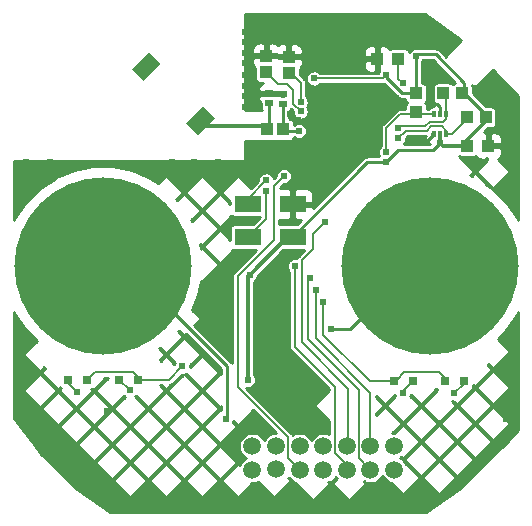
<source format=gtl>
G04 #@! TF.GenerationSoftware,KiCad,Pcbnew,5.1.5-52549c5~84~ubuntu18.04.1*
G04 #@! TF.CreationDate,2020-02-21T12:38:08+02:00*
G04 #@! TF.ProjectId,Touch_Switch_2ch,546f7563-685f-4537-9769-7463685f3263,rev?*
G04 #@! TF.SameCoordinates,Original*
G04 #@! TF.FileFunction,Copper,L1,Top*
G04 #@! TF.FilePolarity,Positive*
%FSLAX46Y46*%
G04 Gerber Fmt 4.6, Leading zero omitted, Abs format (unit mm)*
G04 Created by KiCad (PCBNEW 5.1.5-52549c5~84~ubuntu18.04.1) date 2020-02-21 12:38:08*
%MOMM*%
%LPD*%
G04 APERTURE LIST*
%ADD10C,0.100000*%
%ADD11R,1.000000X1.100000*%
%ADD12R,1.100000X1.000000*%
%ADD13C,1.500000*%
%ADD14R,0.300000X0.500000*%
%ADD15R,2.261000X1.448000*%
%ADD16R,0.650000X0.600000*%
%ADD17R,0.800000X0.800000*%
%ADD18C,15.000000*%
%ADD19C,0.610000*%
%ADD20C,0.152000*%
%ADD21C,0.254000*%
%ADD22C,0.250000*%
%ADD23C,0.305000*%
G04 APERTURE END LIST*
G04 #@! TA.AperFunction,SMDPad,CuDef*
D10*
G36*
X87302965Y-43632179D02*
G01*
X86313015Y-42642229D01*
X87727229Y-41228015D01*
X88717179Y-42217965D01*
X87302965Y-43632179D01*
G37*
G04 #@! TD.AperFunction*
G04 #@! TA.AperFunction,SMDPad,CuDef*
G36*
X82706771Y-39035985D02*
G01*
X81716821Y-38046035D01*
X83131035Y-36631821D01*
X84120985Y-37621771D01*
X82706771Y-39035985D01*
G37*
G04 #@! TD.AperFunction*
D11*
X108078000Y-40132000D03*
X109678000Y-40132000D03*
X110097000Y-42164000D03*
X111697000Y-42164000D03*
D12*
X105792000Y-40109000D03*
X105792000Y-41709000D03*
D13*
X95918000Y-71992000D03*
X95918000Y-69992000D03*
X97918000Y-71992000D03*
X97918000Y-69992000D03*
X99918000Y-71992000D03*
X99918000Y-69992000D03*
X101918000Y-71992000D03*
X101918000Y-69992000D03*
X103918000Y-71992000D03*
X103918000Y-69992000D03*
X93918000Y-71942000D03*
X93918000Y-69992000D03*
X91918000Y-71992000D03*
X91918000Y-69992000D03*
D14*
X107823000Y-43560000D03*
X107823000Y-41860000D03*
X107315000Y-41860000D03*
X108331000Y-41860000D03*
X107315000Y-43560000D03*
X108331000Y-43560000D03*
D12*
X93091000Y-36954000D03*
X93091000Y-38354000D03*
X94996000Y-37019000D03*
X94996000Y-38419000D03*
D11*
X94553000Y-43180000D03*
X93153000Y-43180000D03*
X102489000Y-37211000D03*
X104289000Y-37211000D03*
D15*
X95326000Y-52299000D03*
X91542000Y-52299000D03*
X91542000Y-49505000D03*
X95326000Y-49505000D03*
D16*
X93345000Y-40132000D03*
X93345000Y-40980000D03*
X94488000Y-40173000D03*
X94488000Y-41021000D03*
D11*
X110109000Y-44577000D03*
X111909000Y-44577000D03*
D17*
X76327000Y-64389000D03*
X77927000Y-64389000D03*
X82207000Y-64389000D03*
X80607000Y-64389000D03*
X108204000Y-64516000D03*
X109804000Y-64516000D03*
X105486000Y-64516000D03*
X103886000Y-64516000D03*
D18*
X79247000Y-54737000D03*
X106933000Y-54737000D03*
D19*
X104267000Y-43053000D03*
X104267000Y-43942000D03*
X103251000Y-45085000D03*
X98552000Y-60071000D03*
X81534000Y-65278000D03*
X77089000Y-65405000D03*
X97917000Y-57785000D03*
X89662000Y-67691000D03*
X94615000Y-47117000D03*
X85979000Y-63246000D03*
X92837000Y-61341000D03*
X92837000Y-62357000D03*
X93853000Y-62357000D03*
X93853000Y-61341000D03*
X89789000Y-55626000D03*
X91313000Y-50800000D03*
X79629000Y-67056000D03*
X91694000Y-44450000D03*
X92583000Y-44450000D03*
X93599000Y-44450000D03*
X94488000Y-44450000D03*
X93853000Y-34290000D03*
X94742000Y-34290000D03*
X95758000Y-34290000D03*
X96647000Y-34290000D03*
X97663000Y-34290000D03*
X98552000Y-34290000D03*
X96520000Y-38100000D03*
X96520000Y-37211000D03*
X99441000Y-41529000D03*
X98552000Y-41529000D03*
X98552000Y-40640000D03*
X99441000Y-40640000D03*
X101854000Y-41529000D03*
X100932000Y-41496000D03*
X100965000Y-40640000D03*
X101854000Y-40640000D03*
X99441000Y-43942000D03*
X98552000Y-43942000D03*
X98552000Y-43053000D03*
X99441000Y-43053000D03*
X101854000Y-43942000D03*
X100965000Y-43942000D03*
X100965000Y-43053000D03*
X101854000Y-43053000D03*
X100203000Y-42226000D03*
X91948000Y-34290000D03*
X92837000Y-34290000D03*
X91313000Y-39497000D03*
X91313000Y-38608000D03*
X91313000Y-41275000D03*
X91313000Y-40386000D03*
X92202000Y-41275000D03*
X92202000Y-40386000D03*
X92202000Y-39497000D03*
X95758000Y-42418000D03*
X95377000Y-44450000D03*
X95123000Y-41910000D03*
X91313000Y-34925000D03*
X91313000Y-35814000D03*
X91313000Y-36703000D03*
X91313000Y-37592000D03*
X101346000Y-34290000D03*
X100330000Y-34290000D03*
X99441000Y-34290000D03*
X105029000Y-35306000D03*
X105918000Y-35306000D03*
X106807000Y-35306000D03*
X107696000Y-35306000D03*
X113411000Y-43434000D03*
X106807000Y-37592000D03*
X105791000Y-44196000D03*
X107696000Y-68072000D03*
X72771000Y-67818000D03*
X76073000Y-70612000D03*
X113411000Y-65786000D03*
X113411000Y-67691000D03*
X72771000Y-45974000D03*
X112014000Y-40386000D03*
X93853000Y-74930000D03*
X101854000Y-74930000D03*
X97917000Y-74930000D03*
X74803000Y-45974000D03*
X85090000Y-45974000D03*
X86995000Y-45974000D03*
X89027000Y-45974000D03*
X90170000Y-74930000D03*
X86233000Y-74930000D03*
X82169000Y-74930000D03*
X78740000Y-72771000D03*
X108966000Y-65532000D03*
X98044000Y-51054000D03*
X97282000Y-56769000D03*
X96774000Y-55753000D03*
X95504000Y-54737000D03*
X104648000Y-65532000D03*
X93091000Y-48387000D03*
X93091000Y-47498000D03*
X104648000Y-39243000D03*
X95885000Y-43307000D03*
X96012000Y-41656000D03*
X96012000Y-40894000D03*
X97155000Y-38862000D03*
X103251000Y-38608000D03*
X107823000Y-44323000D03*
X105791000Y-36957000D03*
X103251000Y-45974000D03*
X91567000Y-64389000D03*
X91694000Y-55499000D03*
D20*
X97917000Y-57785000D02*
X97917000Y-60579000D01*
X97917000Y-60579000D02*
X101854000Y-64516000D01*
X101854000Y-64516000D02*
X103886000Y-64516000D01*
X76327000Y-64389000D02*
X76327000Y-64643000D01*
X76327000Y-64643000D02*
X77089000Y-65405000D01*
X80607000Y-64389000D02*
X80645000Y-64389000D01*
X80645000Y-64389000D02*
X81534000Y-65278000D01*
X103251000Y-45085000D02*
X103251000Y-43053000D01*
X103251000Y-43053000D02*
X104394000Y-41910000D01*
X104394000Y-41910000D02*
X105791000Y-41910000D01*
X104267000Y-43942000D02*
X104902000Y-43307000D01*
X104902000Y-43307000D02*
X106680000Y-43307000D01*
X106680000Y-43307000D02*
X107061000Y-42926000D01*
X107061000Y-42926000D02*
X107950000Y-42926000D01*
X107950000Y-42926000D02*
X108331000Y-43307000D01*
X108331000Y-43307000D02*
X108331000Y-43561000D01*
X104267000Y-43053000D02*
X104394000Y-42926000D01*
X104394000Y-42926000D02*
X106553000Y-42926000D01*
X106553000Y-42926000D02*
X106934000Y-42545000D01*
X106934000Y-42545000D02*
X108077000Y-42545000D01*
X108077000Y-42545000D02*
X108331000Y-42291000D01*
X108331000Y-42291000D02*
X108331000Y-41862000D01*
X108331000Y-43561000D02*
X108839000Y-43561000D01*
X108839000Y-43561000D02*
X109982000Y-42418000D01*
X109982000Y-42418000D02*
X109982000Y-42164000D01*
X107315000Y-41861000D02*
X107266000Y-41910000D01*
X107266000Y-41910000D02*
X105791000Y-41910000D01*
X108331000Y-41861000D02*
X108331000Y-40386000D01*
X108331000Y-40386000D02*
X108077000Y-40132000D01*
X108204000Y-64389000D02*
X108204000Y-64262000D01*
X108204000Y-64262000D02*
X107696000Y-63754000D01*
X107696000Y-63754000D02*
X104775000Y-63754000D01*
X104775000Y-63754000D02*
X104140000Y-64389000D01*
X104140000Y-64389000D02*
X103886000Y-64389000D01*
D21*
X106934000Y-54864000D02*
X105410000Y-54864000D01*
X105410000Y-54864000D02*
X100203000Y-60071000D01*
X100203000Y-60071000D02*
X98552000Y-60071000D01*
X79248000Y-54864000D02*
X81407000Y-54864000D01*
X81407000Y-54864000D02*
X89789000Y-63246000D01*
X89789000Y-63246000D02*
X89789000Y-67691000D01*
X89789000Y-67691000D02*
X89662000Y-67691000D01*
D20*
X93726000Y-48006000D02*
X93726000Y-52578000D01*
X90678000Y-55626000D02*
X90678000Y-64973000D01*
X93726000Y-52578000D02*
X90678000Y-55626000D01*
X90678000Y-64973000D02*
X94920000Y-69215000D01*
X95918000Y-71991000D02*
X94920000Y-70993000D01*
X94920000Y-70993000D02*
X94920000Y-69215000D01*
X94615000Y-47117000D02*
X93726000Y-48006000D01*
X85979000Y-63246000D02*
X84836000Y-64389000D01*
X84836000Y-64389000D02*
X82207000Y-64389000D01*
X77927000Y-64389000D02*
X78562000Y-63754000D01*
X78562000Y-63754000D02*
X81788000Y-63754000D01*
X81788000Y-63754000D02*
X82207000Y-64173000D01*
X82207000Y-64173000D02*
X82207000Y-64389000D01*
D22*
X106679000Y-44196000D02*
X105791000Y-44196000D01*
X107315000Y-43560000D02*
X106679000Y-44196000D01*
X106807000Y-38023335D02*
X106807000Y-37592000D01*
X107317999Y-41007001D02*
X106807000Y-40496002D01*
X107555001Y-41007001D02*
X107317999Y-41007001D01*
X106807000Y-40496002D02*
X106807000Y-38023335D01*
X107823000Y-41860000D02*
X107823000Y-41275000D01*
X107823000Y-41275000D02*
X107555001Y-41007001D01*
D21*
X93203000Y-42926000D02*
X93345000Y-42784000D01*
X93345000Y-42784000D02*
X93345000Y-40980000D01*
D23*
X93153000Y-43180000D02*
X92899000Y-42926000D01*
X92899000Y-42926000D02*
X88011000Y-42926000D01*
X88011000Y-42926000D02*
X87642000Y-42557000D01*
D20*
X108966000Y-65532000D02*
X109804000Y-64694000D01*
X109804000Y-64694000D02*
X109804000Y-64516000D01*
X100045000Y-69992000D02*
X100045000Y-65120000D01*
X100045000Y-65120000D02*
X96139000Y-61214000D01*
X96139000Y-61214000D02*
X96139000Y-54229000D01*
X96139000Y-54229000D02*
X97028000Y-53340000D01*
X97028000Y-53340000D02*
X97028000Y-52070000D01*
X97028000Y-52070000D02*
X98044000Y-51054000D01*
X101917000Y-69992000D02*
X101917000Y-65468000D01*
X101917000Y-65468000D02*
X97282000Y-60833000D01*
X97282000Y-60833000D02*
X97282000Y-56769000D01*
X101917000Y-71991000D02*
X100914000Y-70988000D01*
X100914000Y-70988000D02*
X100914000Y-65227000D01*
X100914000Y-65227000D02*
X96647000Y-60960000D01*
X96647000Y-60960000D02*
X96647000Y-55753000D01*
X96647000Y-55753000D02*
X96774000Y-55753000D01*
X99918000Y-71991000D02*
X99918000Y-71597000D01*
X99918000Y-71597000D02*
X98908000Y-70587000D01*
X98908000Y-70587000D02*
X98908000Y-64999000D01*
X98908000Y-64999000D02*
X95504000Y-61595000D01*
X95504000Y-61595000D02*
X95504000Y-54737000D01*
X105486000Y-64516000D02*
X104648000Y-65354000D01*
X104648000Y-65354000D02*
X104648000Y-65532000D01*
X91542000Y-52299000D02*
X93091000Y-50749000D01*
X93091000Y-50749000D02*
X93091000Y-48387000D01*
X91542000Y-49047000D02*
X93091000Y-47498000D01*
X91542000Y-49505000D02*
X91542000Y-49047000D01*
X104648000Y-39243000D02*
X104289000Y-38884000D01*
X104289000Y-38884000D02*
X104289000Y-37211000D01*
D21*
X94553000Y-43180000D02*
X94488000Y-43115000D01*
X94488000Y-43115000D02*
X94488000Y-41021000D01*
X94553000Y-43180000D02*
X94680000Y-43307000D01*
X94680000Y-43307000D02*
X95885000Y-43307000D01*
D20*
X96012000Y-41656000D02*
X95377000Y-41021000D01*
X95377000Y-41021000D02*
X95377000Y-39878000D01*
X95377000Y-39878000D02*
X94869000Y-39370000D01*
X94869000Y-39370000D02*
X94107000Y-39370000D01*
X94107000Y-39370000D02*
X93091000Y-38354000D01*
X96012000Y-40894000D02*
X96012000Y-39243000D01*
X96012000Y-39243000D02*
X95187000Y-38418000D01*
X95187000Y-38418000D02*
X94996000Y-38418000D01*
D21*
X105791000Y-40110000D02*
X105791000Y-36957000D01*
X105791000Y-40109000D02*
X104625000Y-40109000D01*
X104625000Y-40109000D02*
X103251000Y-38735000D01*
X103251000Y-38735000D02*
X103251000Y-38608000D01*
D20*
X97155000Y-38862000D02*
X102997000Y-38862000D01*
X102997000Y-38862000D02*
X103251000Y-38608000D01*
D21*
X109877000Y-40132000D02*
X109877000Y-39265000D01*
X109877000Y-39265000D02*
X107442000Y-36830000D01*
X107442000Y-36830000D02*
X105918000Y-36830000D01*
X105918000Y-36830000D02*
X105791000Y-36957000D01*
D23*
X111783000Y-42164000D02*
X111783000Y-42395000D01*
X111783000Y-42395000D02*
X110109000Y-44069000D01*
X110109000Y-44069000D02*
X110109000Y-44577000D01*
D21*
X109877000Y-40132000D02*
X111782000Y-42037000D01*
X111782000Y-42037000D02*
X111782000Y-42164000D01*
D23*
X107823000Y-43561000D02*
X107823000Y-44323000D01*
X107823000Y-44323000D02*
X108077000Y-44577000D01*
X108077000Y-44577000D02*
X110109000Y-44577000D01*
D21*
X95326000Y-52299000D02*
X101651000Y-45974000D01*
X101651000Y-45974000D02*
X103251000Y-45974000D01*
X103251000Y-45974000D02*
X104267000Y-44958000D01*
X104267000Y-44958000D02*
X107188000Y-44958000D01*
X107188000Y-44958000D02*
X107823000Y-44323000D01*
D23*
X91567000Y-64389000D02*
X91567000Y-55626000D01*
X91567000Y-55626000D02*
X91694000Y-55499000D01*
X91694000Y-55499000D02*
X94894000Y-52299000D01*
X94894000Y-52299000D02*
X95326000Y-52299000D01*
D21*
G36*
X114427001Y-68623578D02*
G01*
X113450430Y-69600150D01*
X109400773Y-73649807D01*
X106647685Y-75565000D01*
X79909810Y-75565000D01*
X77031646Y-73646225D01*
X76283421Y-72898000D01*
X80137000Y-72898000D01*
X80137466Y-72902729D01*
X80139440Y-72922776D01*
X80146667Y-72946601D01*
X80158403Y-72968557D01*
X80174197Y-72987803D01*
X81444197Y-74257803D01*
X81463219Y-74273447D01*
X81485150Y-74285229D01*
X81508959Y-74292507D01*
X81533730Y-74295000D01*
X81558512Y-74292612D01*
X81582352Y-74285436D01*
X81604333Y-74273746D01*
X81623612Y-74257993D01*
X82893612Y-72993372D01*
X82908320Y-72975811D01*
X82920446Y-72954067D01*
X82928097Y-72930376D01*
X82930980Y-72905647D01*
X82930365Y-72898000D01*
X83185000Y-72898000D01*
X83185466Y-72902729D01*
X83187440Y-72922776D01*
X83194667Y-72946601D01*
X83206403Y-72968557D01*
X83222197Y-72987803D01*
X84492197Y-74257803D01*
X84511219Y-74273447D01*
X84533150Y-74285229D01*
X84556959Y-74292507D01*
X84581730Y-74295000D01*
X84606512Y-74292612D01*
X84630352Y-74285436D01*
X84652333Y-74273746D01*
X84671612Y-74257993D01*
X85941612Y-72993372D01*
X85956320Y-72975811D01*
X85968446Y-72954067D01*
X85976097Y-72930376D01*
X85978980Y-72905647D01*
X85978365Y-72898000D01*
X86233000Y-72898000D01*
X86233466Y-72902729D01*
X86235440Y-72922776D01*
X86242667Y-72946601D01*
X86254403Y-72968557D01*
X86270197Y-72987803D01*
X87540197Y-74257803D01*
X87559219Y-74273447D01*
X87581150Y-74285229D01*
X87604959Y-74292507D01*
X87629730Y-74295000D01*
X87654512Y-74292612D01*
X87678352Y-74285436D01*
X87700333Y-74273746D01*
X87719612Y-74257993D01*
X88989612Y-72993372D01*
X89004320Y-72975811D01*
X89016446Y-72954067D01*
X89024097Y-72930376D01*
X89026980Y-72905647D01*
X89024982Y-72880831D01*
X89018182Y-72856881D01*
X89006840Y-72834719D01*
X88991392Y-72815194D01*
X87760771Y-71539815D01*
X87741540Y-71523493D01*
X87719765Y-71511423D01*
X87696054Y-71503833D01*
X87671318Y-71501015D01*
X87646507Y-71503077D01*
X87622575Y-71509939D01*
X87600442Y-71521339D01*
X87580958Y-71536837D01*
X86271579Y-72806837D01*
X86254403Y-72827443D01*
X86242667Y-72849399D01*
X86235440Y-72873224D01*
X86233000Y-72898000D01*
X85978365Y-72898000D01*
X85976982Y-72880831D01*
X85970182Y-72856881D01*
X85958840Y-72834719D01*
X85943392Y-72815194D01*
X84712771Y-71539815D01*
X84693540Y-71523493D01*
X84671765Y-71511423D01*
X84648054Y-71503833D01*
X84623318Y-71501015D01*
X84598507Y-71503077D01*
X84574575Y-71509939D01*
X84552442Y-71521339D01*
X84532958Y-71536837D01*
X83223579Y-72806837D01*
X83206403Y-72827443D01*
X83194667Y-72849399D01*
X83187440Y-72873224D01*
X83185000Y-72898000D01*
X82930365Y-72898000D01*
X82928982Y-72880831D01*
X82922182Y-72856881D01*
X82910840Y-72834719D01*
X82895392Y-72815194D01*
X81664771Y-71539815D01*
X81645540Y-71523493D01*
X81623765Y-71511423D01*
X81600054Y-71503833D01*
X81575318Y-71501015D01*
X81550507Y-71503077D01*
X81526575Y-71509939D01*
X81504442Y-71521339D01*
X81484958Y-71536837D01*
X80175579Y-72806837D01*
X80158403Y-72827443D01*
X80146667Y-72849399D01*
X80139440Y-72873224D01*
X80137000Y-72898000D01*
X76283421Y-72898000D01*
X74759421Y-71374000D01*
X78613000Y-71374000D01*
X78613466Y-71378729D01*
X78615440Y-71398776D01*
X78622667Y-71422601D01*
X78634403Y-71444557D01*
X78650197Y-71463803D01*
X79920197Y-72733803D01*
X79939219Y-72749447D01*
X79961150Y-72761229D01*
X79984959Y-72768507D01*
X80009730Y-72771000D01*
X80034512Y-72768612D01*
X80058352Y-72761436D01*
X80080333Y-72749746D01*
X80099612Y-72733993D01*
X81369612Y-71469372D01*
X81384320Y-71451811D01*
X81396446Y-71430067D01*
X81404097Y-71406376D01*
X81406980Y-71381647D01*
X81406365Y-71374000D01*
X81661000Y-71374000D01*
X81661466Y-71378729D01*
X81663440Y-71398776D01*
X81670667Y-71422601D01*
X81682403Y-71444557D01*
X81698197Y-71463803D01*
X82968197Y-72733803D01*
X82987219Y-72749447D01*
X83009150Y-72761229D01*
X83032959Y-72768507D01*
X83057730Y-72771000D01*
X83082512Y-72768612D01*
X83106352Y-72761436D01*
X83128333Y-72749746D01*
X83147612Y-72733993D01*
X84417612Y-71469372D01*
X84432320Y-71451811D01*
X84444446Y-71430067D01*
X84452097Y-71406376D01*
X84454980Y-71381647D01*
X84454365Y-71374000D01*
X84709000Y-71374000D01*
X84709466Y-71378729D01*
X84711440Y-71398776D01*
X84718667Y-71422601D01*
X84730403Y-71444557D01*
X84746197Y-71463803D01*
X86016197Y-72733803D01*
X86035219Y-72749447D01*
X86057150Y-72761229D01*
X86080959Y-72768507D01*
X86105730Y-72771000D01*
X86130512Y-72768612D01*
X86154352Y-72761436D01*
X86176333Y-72749746D01*
X86195612Y-72733993D01*
X87465612Y-71469372D01*
X87480320Y-71451811D01*
X87492446Y-71430067D01*
X87500097Y-71406376D01*
X87502980Y-71381647D01*
X87502365Y-71374000D01*
X87757000Y-71374000D01*
X87757466Y-71378729D01*
X87759440Y-71398776D01*
X87766667Y-71422601D01*
X87778403Y-71444557D01*
X87794197Y-71463803D01*
X89064197Y-72733803D01*
X89083219Y-72749447D01*
X89105150Y-72761229D01*
X89128959Y-72768507D01*
X89153730Y-72771000D01*
X89178512Y-72768612D01*
X89202352Y-72761436D01*
X89224333Y-72749746D01*
X89243612Y-72733993D01*
X90513612Y-71469372D01*
X90528320Y-71451811D01*
X90540446Y-71430067D01*
X90548097Y-71406376D01*
X90550980Y-71381647D01*
X90548982Y-71356831D01*
X90542182Y-71332881D01*
X90530840Y-71310719D01*
X90515392Y-71291194D01*
X89284771Y-70015815D01*
X89265540Y-69999493D01*
X89243765Y-69987423D01*
X89220054Y-69979833D01*
X89195318Y-69977015D01*
X89170507Y-69979077D01*
X89146575Y-69985939D01*
X89124442Y-69997339D01*
X89104958Y-70012837D01*
X87795579Y-71282837D01*
X87778403Y-71303443D01*
X87766667Y-71325399D01*
X87759440Y-71349224D01*
X87757000Y-71374000D01*
X87502365Y-71374000D01*
X87500982Y-71356831D01*
X87494182Y-71332881D01*
X87482840Y-71310719D01*
X87467392Y-71291194D01*
X86236771Y-70015815D01*
X86217540Y-69999493D01*
X86195765Y-69987423D01*
X86172054Y-69979833D01*
X86147318Y-69977015D01*
X86122507Y-69979077D01*
X86098575Y-69985939D01*
X86076442Y-69997339D01*
X86056958Y-70012837D01*
X84747579Y-71282837D01*
X84730403Y-71303443D01*
X84718667Y-71325399D01*
X84711440Y-71349224D01*
X84709000Y-71374000D01*
X84454365Y-71374000D01*
X84452982Y-71356831D01*
X84446182Y-71332881D01*
X84434840Y-71310719D01*
X84419392Y-71291194D01*
X83188771Y-70015815D01*
X83169540Y-69999493D01*
X83147765Y-69987423D01*
X83124054Y-69979833D01*
X83099318Y-69977015D01*
X83074507Y-69979077D01*
X83050575Y-69985939D01*
X83028442Y-69997339D01*
X83008958Y-70012837D01*
X81699579Y-71282837D01*
X81682403Y-71303443D01*
X81670667Y-71325399D01*
X81663440Y-71349224D01*
X81661000Y-71374000D01*
X81406365Y-71374000D01*
X81404982Y-71356831D01*
X81398182Y-71332881D01*
X81386840Y-71310719D01*
X81371392Y-71291194D01*
X80140771Y-70015815D01*
X80121540Y-69999493D01*
X80099765Y-69987423D01*
X80076054Y-69979833D01*
X80051318Y-69977015D01*
X80026507Y-69979077D01*
X80002575Y-69985939D01*
X79980442Y-69997339D01*
X79960958Y-70012837D01*
X78651579Y-71282837D01*
X78634403Y-71303443D01*
X78622667Y-71325399D01*
X78615440Y-71349224D01*
X78613000Y-71374000D01*
X74759421Y-71374000D01*
X74043591Y-70658171D01*
X73429382Y-69850000D01*
X77089000Y-69850000D01*
X77089466Y-69854729D01*
X77091440Y-69874776D01*
X77098667Y-69898601D01*
X77110403Y-69920557D01*
X77126197Y-69939803D01*
X78396197Y-71209803D01*
X78415219Y-71225447D01*
X78437150Y-71237229D01*
X78460959Y-71244507D01*
X78485730Y-71247000D01*
X78510512Y-71244612D01*
X78534352Y-71237436D01*
X78556333Y-71225746D01*
X78575612Y-71209993D01*
X79845612Y-69945372D01*
X79860320Y-69927811D01*
X79872446Y-69906067D01*
X79880097Y-69882376D01*
X79882980Y-69857647D01*
X79882365Y-69850000D01*
X80137000Y-69850000D01*
X80137466Y-69854729D01*
X80139440Y-69874776D01*
X80146667Y-69898601D01*
X80158403Y-69920557D01*
X80174197Y-69939803D01*
X81444197Y-71209803D01*
X81463219Y-71225447D01*
X81485150Y-71237229D01*
X81508959Y-71244507D01*
X81533730Y-71247000D01*
X81558512Y-71244612D01*
X81582352Y-71237436D01*
X81604333Y-71225746D01*
X81623612Y-71209993D01*
X82893612Y-69945372D01*
X82908320Y-69927811D01*
X82920446Y-69906067D01*
X82928097Y-69882376D01*
X82930980Y-69857647D01*
X82930365Y-69850000D01*
X83185000Y-69850000D01*
X83185466Y-69854729D01*
X83187440Y-69874776D01*
X83194667Y-69898601D01*
X83206403Y-69920557D01*
X83222197Y-69939803D01*
X84492197Y-71209803D01*
X84511219Y-71225447D01*
X84533150Y-71237229D01*
X84556959Y-71244507D01*
X84581730Y-71247000D01*
X84606512Y-71244612D01*
X84630352Y-71237436D01*
X84652333Y-71225746D01*
X84671612Y-71209993D01*
X85941612Y-69945372D01*
X85956320Y-69927811D01*
X85968446Y-69906067D01*
X85976097Y-69882376D01*
X85978980Y-69857647D01*
X85978365Y-69850000D01*
X86233000Y-69850000D01*
X86233466Y-69854729D01*
X86235440Y-69874776D01*
X86242667Y-69898601D01*
X86254403Y-69920557D01*
X86270197Y-69939803D01*
X87540197Y-71209803D01*
X87559219Y-71225447D01*
X87581150Y-71237229D01*
X87604959Y-71244507D01*
X87629730Y-71247000D01*
X87654512Y-71244612D01*
X87678352Y-71237436D01*
X87700333Y-71225746D01*
X87719612Y-71209993D01*
X88989612Y-69945372D01*
X89004320Y-69927811D01*
X89016446Y-69906067D01*
X89024097Y-69882376D01*
X89026980Y-69857647D01*
X89024982Y-69832831D01*
X89018182Y-69808881D01*
X89006840Y-69786719D01*
X88991392Y-69767194D01*
X87760771Y-68491815D01*
X87741540Y-68475493D01*
X87719765Y-68463423D01*
X87696054Y-68455833D01*
X87671318Y-68453015D01*
X87646507Y-68455077D01*
X87622575Y-68461939D01*
X87600442Y-68473339D01*
X87580958Y-68488837D01*
X86271579Y-69758837D01*
X86254403Y-69779443D01*
X86242667Y-69801399D01*
X86235440Y-69825224D01*
X86233000Y-69850000D01*
X85978365Y-69850000D01*
X85976982Y-69832831D01*
X85970182Y-69808881D01*
X85958840Y-69786719D01*
X85943392Y-69767194D01*
X84712771Y-68491815D01*
X84693540Y-68475493D01*
X84671765Y-68463423D01*
X84648054Y-68455833D01*
X84623318Y-68453015D01*
X84598507Y-68455077D01*
X84574575Y-68461939D01*
X84552442Y-68473339D01*
X84532958Y-68488837D01*
X83223579Y-69758837D01*
X83206403Y-69779443D01*
X83194667Y-69801399D01*
X83187440Y-69825224D01*
X83185000Y-69850000D01*
X82930365Y-69850000D01*
X82928982Y-69832831D01*
X82922182Y-69808881D01*
X82910840Y-69786719D01*
X82895392Y-69767194D01*
X81664771Y-68491815D01*
X81645540Y-68475493D01*
X81623765Y-68463423D01*
X81600054Y-68455833D01*
X81575318Y-68453015D01*
X81550507Y-68455077D01*
X81526575Y-68461939D01*
X81504442Y-68473339D01*
X81484958Y-68488837D01*
X80175579Y-69758837D01*
X80158403Y-69779443D01*
X80146667Y-69801399D01*
X80139440Y-69825224D01*
X80137000Y-69850000D01*
X79882365Y-69850000D01*
X79880982Y-69832831D01*
X79874182Y-69808881D01*
X79862840Y-69786719D01*
X79847392Y-69767194D01*
X78616771Y-68491815D01*
X78597540Y-68475493D01*
X78575765Y-68463423D01*
X78552054Y-68455833D01*
X78527318Y-68453015D01*
X78502507Y-68455077D01*
X78478575Y-68461939D01*
X78456442Y-68473339D01*
X78436958Y-68488837D01*
X77127579Y-69758837D01*
X77110403Y-69779443D01*
X77098667Y-69801399D01*
X77091440Y-69825224D01*
X77089000Y-69850000D01*
X73429382Y-69850000D01*
X72271141Y-68326000D01*
X75565000Y-68326000D01*
X75565466Y-68330729D01*
X75567440Y-68350776D01*
X75574667Y-68374601D01*
X75586403Y-68396557D01*
X75602197Y-68415803D01*
X76872197Y-69685803D01*
X76891219Y-69701447D01*
X76913150Y-69713229D01*
X76936959Y-69720507D01*
X76961730Y-69723000D01*
X76986512Y-69720612D01*
X77010352Y-69713436D01*
X77032333Y-69701746D01*
X77051612Y-69685993D01*
X78321612Y-68421372D01*
X78336320Y-68403811D01*
X78348446Y-68382067D01*
X78356097Y-68358376D01*
X78358980Y-68333647D01*
X78358365Y-68326000D01*
X78613000Y-68326000D01*
X78613466Y-68330729D01*
X78615440Y-68350776D01*
X78622667Y-68374601D01*
X78634403Y-68396557D01*
X78650197Y-68415803D01*
X79920197Y-69685803D01*
X79939219Y-69701447D01*
X79961150Y-69713229D01*
X79984959Y-69720507D01*
X80009730Y-69723000D01*
X80034512Y-69720612D01*
X80058352Y-69713436D01*
X80080333Y-69701746D01*
X80099612Y-69685993D01*
X81369612Y-68421372D01*
X81384320Y-68403811D01*
X81396446Y-68382067D01*
X81404097Y-68358376D01*
X81406980Y-68333647D01*
X81406365Y-68326000D01*
X81661000Y-68326000D01*
X81661466Y-68330729D01*
X81663440Y-68350776D01*
X81670667Y-68374601D01*
X81682403Y-68396557D01*
X81698197Y-68415803D01*
X82968197Y-69685803D01*
X82987219Y-69701447D01*
X83009150Y-69713229D01*
X83032959Y-69720507D01*
X83057730Y-69723000D01*
X83082512Y-69720612D01*
X83106352Y-69713436D01*
X83128333Y-69701746D01*
X83147612Y-69685993D01*
X84417612Y-68421372D01*
X84432320Y-68403811D01*
X84444446Y-68382067D01*
X84452097Y-68358376D01*
X84454980Y-68333647D01*
X84454365Y-68326000D01*
X84709000Y-68326000D01*
X84709466Y-68330729D01*
X84711440Y-68350776D01*
X84718667Y-68374601D01*
X84730403Y-68396557D01*
X84746197Y-68415803D01*
X86016197Y-69685803D01*
X86035219Y-69701447D01*
X86057150Y-69713229D01*
X86080959Y-69720507D01*
X86105730Y-69723000D01*
X86130512Y-69720612D01*
X86154352Y-69713436D01*
X86176333Y-69701746D01*
X86195612Y-69685993D01*
X87465612Y-68421372D01*
X87480320Y-68403811D01*
X87492446Y-68382067D01*
X87500097Y-68358376D01*
X87502980Y-68333647D01*
X87500982Y-68308831D01*
X87494182Y-68284881D01*
X87482840Y-68262719D01*
X87467392Y-68243194D01*
X86236771Y-66967815D01*
X86217540Y-66951493D01*
X86195765Y-66939423D01*
X86172054Y-66931833D01*
X86147318Y-66929015D01*
X86122507Y-66931077D01*
X86098575Y-66937939D01*
X86076442Y-66949339D01*
X86056958Y-66964837D01*
X84747579Y-68234837D01*
X84730403Y-68255443D01*
X84718667Y-68277399D01*
X84711440Y-68301224D01*
X84709000Y-68326000D01*
X84454365Y-68326000D01*
X84452982Y-68308831D01*
X84446182Y-68284881D01*
X84434840Y-68262719D01*
X84419392Y-68243194D01*
X83188771Y-66967815D01*
X83169540Y-66951493D01*
X83147765Y-66939423D01*
X83124054Y-66931833D01*
X83099318Y-66929015D01*
X83074507Y-66931077D01*
X83050575Y-66937939D01*
X83028442Y-66949339D01*
X83008958Y-66964837D01*
X81699579Y-68234837D01*
X81682403Y-68255443D01*
X81670667Y-68277399D01*
X81663440Y-68301224D01*
X81661000Y-68326000D01*
X81406365Y-68326000D01*
X81404982Y-68308831D01*
X81398182Y-68284881D01*
X81386840Y-68262719D01*
X81371392Y-68243194D01*
X80140771Y-66967815D01*
X80121540Y-66951493D01*
X80099765Y-66939423D01*
X80076054Y-66931833D01*
X80051318Y-66929015D01*
X80026507Y-66931077D01*
X80002575Y-66937939D01*
X79980442Y-66949339D01*
X79960958Y-66964837D01*
X78651579Y-68234837D01*
X78634403Y-68255443D01*
X78622667Y-68277399D01*
X78615440Y-68301224D01*
X78613000Y-68326000D01*
X78358365Y-68326000D01*
X78356982Y-68308831D01*
X78350182Y-68284881D01*
X78338840Y-68262719D01*
X78323392Y-68243194D01*
X77092771Y-66967815D01*
X77073540Y-66951493D01*
X77051765Y-66939423D01*
X77028054Y-66931833D01*
X77003318Y-66929015D01*
X76978507Y-66931077D01*
X76954575Y-66937939D01*
X76932442Y-66949339D01*
X76912958Y-66964837D01*
X75603579Y-68234837D01*
X75586403Y-68255443D01*
X75574667Y-68277399D01*
X75567440Y-68301224D01*
X75565000Y-68326000D01*
X72271141Y-68326000D01*
X71755000Y-67646868D01*
X71755000Y-66802000D01*
X74041000Y-66802000D01*
X74041466Y-66806729D01*
X74043440Y-66826776D01*
X74050667Y-66850601D01*
X74062403Y-66872557D01*
X74078197Y-66891803D01*
X75348197Y-68161803D01*
X75367219Y-68177447D01*
X75389150Y-68189229D01*
X75412959Y-68196507D01*
X75437730Y-68199000D01*
X75462512Y-68196612D01*
X75486352Y-68189436D01*
X75508333Y-68177746D01*
X75527612Y-68161993D01*
X76797612Y-66897372D01*
X76812320Y-66879811D01*
X76824446Y-66858067D01*
X76832097Y-66834376D01*
X76834980Y-66809647D01*
X76834365Y-66802000D01*
X77089000Y-66802000D01*
X77089466Y-66806729D01*
X77091440Y-66826776D01*
X77098667Y-66850601D01*
X77110403Y-66872557D01*
X77126197Y-66891803D01*
X78396197Y-68161803D01*
X78415219Y-68177447D01*
X78437150Y-68189229D01*
X78460959Y-68196507D01*
X78485730Y-68199000D01*
X78510512Y-68196612D01*
X78534352Y-68189436D01*
X78556333Y-68177746D01*
X78575612Y-68161993D01*
X79845612Y-66897372D01*
X79860320Y-66879811D01*
X79872446Y-66858067D01*
X79880097Y-66834376D01*
X79882980Y-66809647D01*
X79880982Y-66784831D01*
X79874182Y-66760881D01*
X79862840Y-66738719D01*
X79847392Y-66719194D01*
X78616771Y-65443815D01*
X78597540Y-65427493D01*
X78575765Y-65415423D01*
X78552054Y-65407833D01*
X78527318Y-65405015D01*
X78502507Y-65407077D01*
X78478575Y-65413939D01*
X78456442Y-65425339D01*
X78436958Y-65440837D01*
X77127579Y-66710837D01*
X77110403Y-66731443D01*
X77098667Y-66753399D01*
X77091440Y-66777224D01*
X77089000Y-66802000D01*
X76834365Y-66802000D01*
X76832982Y-66784831D01*
X76826182Y-66760881D01*
X76814840Y-66738719D01*
X76799392Y-66719194D01*
X75568771Y-65443815D01*
X75549540Y-65427493D01*
X75527765Y-65415423D01*
X75504054Y-65407833D01*
X75479318Y-65405015D01*
X75454507Y-65407077D01*
X75430575Y-65413939D01*
X75408442Y-65425339D01*
X75388958Y-65440837D01*
X74079579Y-66710837D01*
X74062403Y-66731443D01*
X74050667Y-66753399D01*
X74043440Y-66777224D01*
X74041000Y-66802000D01*
X71755000Y-66802000D01*
X71755000Y-65278000D01*
X72517000Y-65278000D01*
X72517466Y-65282729D01*
X72519440Y-65302776D01*
X72526667Y-65326601D01*
X72538403Y-65348557D01*
X72554197Y-65367803D01*
X73824197Y-66637803D01*
X73843219Y-66653447D01*
X73865150Y-66665229D01*
X73888959Y-66672507D01*
X73913730Y-66675000D01*
X73938512Y-66672612D01*
X73962352Y-66665436D01*
X73984333Y-66653746D01*
X74003612Y-66637993D01*
X75273612Y-65373372D01*
X75288320Y-65355811D01*
X75300446Y-65334067D01*
X75308097Y-65310376D01*
X75310980Y-65285647D01*
X75308982Y-65260831D01*
X75302182Y-65236881D01*
X75290840Y-65214719D01*
X75275392Y-65195194D01*
X74044771Y-63919815D01*
X74025540Y-63903493D01*
X74003765Y-63891423D01*
X73980054Y-63883833D01*
X73955318Y-63881015D01*
X73930507Y-63883077D01*
X73906575Y-63889939D01*
X73884442Y-63901339D01*
X73864958Y-63916837D01*
X72555579Y-65186837D01*
X72538403Y-65207443D01*
X72526667Y-65229399D01*
X72519440Y-65253224D01*
X72517000Y-65278000D01*
X71755000Y-65278000D01*
X71755000Y-58670526D01*
X71779089Y-58728682D01*
X72701321Y-60108900D01*
X73660026Y-61067605D01*
X72555579Y-62138837D01*
X72538403Y-62159443D01*
X72526667Y-62181399D01*
X72519440Y-62205224D01*
X72517000Y-62230000D01*
X72517466Y-62234729D01*
X72519440Y-62254776D01*
X72526667Y-62278601D01*
X72538403Y-62300557D01*
X72554197Y-62319803D01*
X73824197Y-63589803D01*
X73843219Y-63605447D01*
X73865150Y-63617229D01*
X73888959Y-63624507D01*
X73913730Y-63627000D01*
X73938512Y-63624612D01*
X73962352Y-63617436D01*
X73984333Y-63605746D01*
X74003612Y-63589993D01*
X74303000Y-63291873D01*
X74303000Y-63332771D01*
X74321903Y-63427801D01*
X74079579Y-63662837D01*
X74062403Y-63683443D01*
X74050667Y-63705399D01*
X74043440Y-63729224D01*
X74041000Y-63754000D01*
X74041466Y-63758729D01*
X74043440Y-63778776D01*
X74050667Y-63802601D01*
X74062403Y-63824557D01*
X74078197Y-63843803D01*
X75348197Y-65113803D01*
X75367219Y-65129447D01*
X75389150Y-65141229D01*
X75412959Y-65148507D01*
X75437730Y-65151000D01*
X75462512Y-65148612D01*
X75486352Y-65141436D01*
X75508333Y-65129746D01*
X75527612Y-65113993D01*
X75622937Y-65019071D01*
X75656289Y-65059711D01*
X75698734Y-65094544D01*
X75603579Y-65186837D01*
X75586403Y-65207443D01*
X75574667Y-65229399D01*
X75567440Y-65253224D01*
X75565000Y-65278000D01*
X75565466Y-65282729D01*
X75567440Y-65302776D01*
X75574667Y-65326601D01*
X75586403Y-65348557D01*
X75602197Y-65367803D01*
X76872197Y-66637803D01*
X76891219Y-66653447D01*
X76913150Y-66665229D01*
X76936959Y-66672507D01*
X76961730Y-66675000D01*
X76986512Y-66672612D01*
X77010352Y-66665436D01*
X77032333Y-66653746D01*
X77051612Y-66637993D01*
X78321612Y-65373372D01*
X78336320Y-65355811D01*
X78348446Y-65334067D01*
X78356097Y-65310376D01*
X78358980Y-65285647D01*
X78356982Y-65260831D01*
X78350182Y-65236881D01*
X78338840Y-65214719D01*
X78323392Y-65195194D01*
X78300860Y-65171843D01*
X78327000Y-65171843D01*
X78401689Y-65164487D01*
X78457676Y-65147504D01*
X78460959Y-65148507D01*
X78485730Y-65151000D01*
X78510512Y-65148612D01*
X78534352Y-65141436D01*
X78556333Y-65129746D01*
X78575612Y-65113993D01*
X79482446Y-64211000D01*
X79657674Y-64211000D01*
X78651579Y-65186837D01*
X78634403Y-65207443D01*
X78622667Y-65229399D01*
X78615440Y-65253224D01*
X78613000Y-65278000D01*
X78613466Y-65282729D01*
X78615440Y-65302776D01*
X78622667Y-65326601D01*
X78634403Y-65348557D01*
X78650197Y-65367803D01*
X79920197Y-66637803D01*
X79939219Y-66653447D01*
X79961150Y-66665229D01*
X79984959Y-66672507D01*
X80009730Y-66675000D01*
X80034512Y-66672612D01*
X80058352Y-66665436D01*
X80080333Y-66653746D01*
X80099612Y-66637993D01*
X81013663Y-65727813D01*
X81096701Y-65810851D01*
X81100709Y-65813529D01*
X80175579Y-66710837D01*
X80158403Y-66731443D01*
X80146667Y-66753399D01*
X80139440Y-66777224D01*
X80137000Y-66802000D01*
X80137466Y-66806729D01*
X80139440Y-66826776D01*
X80146667Y-66850601D01*
X80158403Y-66872557D01*
X80174197Y-66891803D01*
X81444197Y-68161803D01*
X81463219Y-68177447D01*
X81485150Y-68189229D01*
X81508959Y-68196507D01*
X81533730Y-68199000D01*
X81558512Y-68196612D01*
X81582352Y-68189436D01*
X81604333Y-68177746D01*
X81623612Y-68161993D01*
X82893612Y-66897372D01*
X82908320Y-66879811D01*
X82920446Y-66858067D01*
X82928097Y-66834376D01*
X82930980Y-66809647D01*
X82930365Y-66802000D01*
X83185000Y-66802000D01*
X83185466Y-66806729D01*
X83187440Y-66826776D01*
X83194667Y-66850601D01*
X83206403Y-66872557D01*
X83222197Y-66891803D01*
X84492197Y-68161803D01*
X84511219Y-68177447D01*
X84533150Y-68189229D01*
X84556959Y-68196507D01*
X84581730Y-68199000D01*
X84606512Y-68196612D01*
X84630352Y-68189436D01*
X84652333Y-68177746D01*
X84671612Y-68161993D01*
X85941612Y-66897372D01*
X85956320Y-66879811D01*
X85968446Y-66858067D01*
X85976097Y-66834376D01*
X85978980Y-66809647D01*
X85978365Y-66802000D01*
X86233000Y-66802000D01*
X86233466Y-66806729D01*
X86235440Y-66826776D01*
X86242667Y-66850601D01*
X86254403Y-66872557D01*
X86270197Y-66891803D01*
X87540197Y-68161803D01*
X87559219Y-68177447D01*
X87581150Y-68189229D01*
X87604959Y-68196507D01*
X87629730Y-68199000D01*
X87654512Y-68196612D01*
X87678352Y-68189436D01*
X87700333Y-68177746D01*
X87719612Y-68161993D01*
X88989612Y-66897372D01*
X89004320Y-66879811D01*
X89016446Y-66858067D01*
X89024097Y-66834376D01*
X89026980Y-66809647D01*
X89024982Y-66784831D01*
X89018182Y-66760881D01*
X89006840Y-66738719D01*
X88991392Y-66719194D01*
X87760771Y-65443815D01*
X87741540Y-65427493D01*
X87719765Y-65415423D01*
X87696054Y-65407833D01*
X87671318Y-65405015D01*
X87646507Y-65407077D01*
X87622575Y-65413939D01*
X87600442Y-65425339D01*
X87580958Y-65440837D01*
X86271579Y-66710837D01*
X86254403Y-66731443D01*
X86242667Y-66753399D01*
X86235440Y-66777224D01*
X86233000Y-66802000D01*
X85978365Y-66802000D01*
X85976982Y-66784831D01*
X85970182Y-66760881D01*
X85958840Y-66738719D01*
X85943392Y-66719194D01*
X84712771Y-65443815D01*
X84693540Y-65427493D01*
X84671765Y-65415423D01*
X84648054Y-65407833D01*
X84623318Y-65405015D01*
X84598507Y-65407077D01*
X84574575Y-65413939D01*
X84552442Y-65425339D01*
X84532958Y-65440837D01*
X83223579Y-66710837D01*
X83206403Y-66731443D01*
X83194667Y-66753399D01*
X83187440Y-66777224D01*
X83185000Y-66802000D01*
X82930365Y-66802000D01*
X82928982Y-66784831D01*
X82922182Y-66760881D01*
X82910840Y-66738719D01*
X82895392Y-66719194D01*
X81995538Y-65786612D01*
X82056272Y-65725878D01*
X82968197Y-66637803D01*
X82987219Y-66653447D01*
X83009150Y-66665229D01*
X83032959Y-66672507D01*
X83057730Y-66675000D01*
X83082512Y-66672612D01*
X83106352Y-66665436D01*
X83128333Y-66653746D01*
X83147612Y-66637993D01*
X84417612Y-65373372D01*
X84432320Y-65355811D01*
X84444446Y-65334067D01*
X84452097Y-65310376D01*
X84454980Y-65285647D01*
X84452982Y-65260831D01*
X84446182Y-65236881D01*
X84434840Y-65214719D01*
X84419392Y-65195194D01*
X84082453Y-64846000D01*
X84224394Y-64846000D01*
X84492197Y-65113803D01*
X84511219Y-65129447D01*
X84533150Y-65141229D01*
X84556959Y-65148507D01*
X84581730Y-65151000D01*
X84606512Y-65148612D01*
X84630352Y-65141436D01*
X84652333Y-65129746D01*
X84671612Y-65113993D01*
X84956935Y-64829878D01*
X85011732Y-64813256D01*
X85091124Y-64770820D01*
X85160711Y-64713711D01*
X85175027Y-64696267D01*
X85939295Y-63932000D01*
X86041325Y-63932000D01*
X84747579Y-65186837D01*
X84730403Y-65207443D01*
X84718667Y-65229399D01*
X84711440Y-65253224D01*
X84709000Y-65278000D01*
X84709466Y-65282729D01*
X84711440Y-65302776D01*
X84718667Y-65326601D01*
X84730403Y-65348557D01*
X84746197Y-65367803D01*
X86016197Y-66637803D01*
X86035219Y-66653447D01*
X86057150Y-66665229D01*
X86080959Y-66672507D01*
X86105730Y-66675000D01*
X86130512Y-66672612D01*
X86154352Y-66665436D01*
X86176333Y-66653746D01*
X86195612Y-66637993D01*
X87465612Y-65373372D01*
X87480320Y-65355811D01*
X87492446Y-65334067D01*
X87500097Y-65310376D01*
X87502980Y-65285647D01*
X87500982Y-65260831D01*
X87494182Y-65236881D01*
X87482840Y-65214719D01*
X87467392Y-65195194D01*
X86236771Y-63919815D01*
X86217540Y-63903493D01*
X86203313Y-63895607D01*
X86287238Y-63860844D01*
X87540197Y-65113803D01*
X87559219Y-65129447D01*
X87581150Y-65141229D01*
X87604959Y-65148507D01*
X87629730Y-65151000D01*
X87654512Y-65148612D01*
X87678352Y-65141436D01*
X87700333Y-65129746D01*
X87719612Y-65113993D01*
X88989612Y-63849372D01*
X89004320Y-63831811D01*
X89016446Y-63810067D01*
X89024097Y-63786376D01*
X89026980Y-63761647D01*
X89024982Y-63736831D01*
X89018182Y-63712881D01*
X89006840Y-63690719D01*
X88991392Y-63671194D01*
X87760771Y-62395815D01*
X87741540Y-62379493D01*
X87719765Y-62367423D01*
X87696054Y-62359833D01*
X87671318Y-62357015D01*
X87646507Y-62359077D01*
X87622575Y-62365939D01*
X87600442Y-62377339D01*
X87580958Y-62392837D01*
X86665000Y-63281248D01*
X86665000Y-63178435D01*
X86655729Y-63131825D01*
X87465612Y-62325372D01*
X87480320Y-62307811D01*
X87492446Y-62286067D01*
X87500097Y-62262376D01*
X87502980Y-62237647D01*
X87500982Y-62212831D01*
X87494182Y-62188881D01*
X87482840Y-62166719D01*
X87467392Y-62147194D01*
X86236771Y-60871815D01*
X86217540Y-60855493D01*
X86195765Y-60843423D01*
X86172054Y-60835833D01*
X86147318Y-60833015D01*
X86122507Y-60835077D01*
X86098575Y-60841939D01*
X86076442Y-60853339D01*
X86056958Y-60868837D01*
X84747579Y-62138837D01*
X84730403Y-62159443D01*
X84718667Y-62181399D01*
X84711440Y-62205224D01*
X84709000Y-62230000D01*
X84709466Y-62234729D01*
X84711440Y-62254776D01*
X84718667Y-62278601D01*
X84730403Y-62300557D01*
X84746197Y-62319803D01*
X85364156Y-62937762D01*
X85325574Y-63030906D01*
X84712771Y-62395815D01*
X84693540Y-62379493D01*
X84671765Y-62367423D01*
X84648054Y-62359833D01*
X84623318Y-62357015D01*
X84598507Y-62359077D01*
X84574575Y-62365939D01*
X84552442Y-62377339D01*
X84532958Y-62392837D01*
X84166197Y-62748568D01*
X84123318Y-62684395D01*
X84090260Y-62651337D01*
X84417612Y-62325372D01*
X84432320Y-62307811D01*
X84444446Y-62286067D01*
X84452097Y-62262376D01*
X84454980Y-62237647D01*
X84452982Y-62212831D01*
X84446182Y-62188881D01*
X84434840Y-62166719D01*
X84419392Y-62147194D01*
X83990417Y-61702618D01*
X84073499Y-61647105D01*
X84492197Y-62065803D01*
X84511219Y-62081447D01*
X84533150Y-62093229D01*
X84556959Y-62100507D01*
X84581730Y-62103000D01*
X84606512Y-62100612D01*
X84630352Y-62093436D01*
X84652333Y-62081746D01*
X84671612Y-62065993D01*
X85941612Y-60801372D01*
X85956320Y-60783811D01*
X85968446Y-60762067D01*
X85976097Y-60738376D01*
X85978980Y-60713647D01*
X85976982Y-60688831D01*
X85970182Y-60664881D01*
X85958840Y-60642719D01*
X85943392Y-60623194D01*
X85616827Y-60284752D01*
X85687987Y-60213593D01*
X86016197Y-60541803D01*
X86035219Y-60557447D01*
X86057150Y-60569229D01*
X86080959Y-60576507D01*
X86105730Y-60579000D01*
X86130512Y-60576612D01*
X86154352Y-60569436D01*
X86176333Y-60557746D01*
X86195612Y-60541993D01*
X86281274Y-60456694D01*
X89281000Y-63456421D01*
X89281000Y-63916615D01*
X89265540Y-63903493D01*
X89243765Y-63891423D01*
X89220054Y-63883833D01*
X89195318Y-63881015D01*
X89170507Y-63883077D01*
X89146575Y-63889939D01*
X89124442Y-63901339D01*
X89104958Y-63916837D01*
X87795579Y-65186837D01*
X87778403Y-65207443D01*
X87766667Y-65229399D01*
X87759440Y-65253224D01*
X87757000Y-65278000D01*
X87757466Y-65282729D01*
X87759440Y-65302776D01*
X87766667Y-65326601D01*
X87778403Y-65348557D01*
X87794197Y-65367803D01*
X89064197Y-66637803D01*
X89083219Y-66653447D01*
X89105150Y-66665229D01*
X89128959Y-66672507D01*
X89153730Y-66675000D01*
X89178512Y-66672612D01*
X89202352Y-66665436D01*
X89224333Y-66653746D01*
X89243612Y-66637993D01*
X89281001Y-66600763D01*
X89281001Y-66801992D01*
X89281000Y-66802000D01*
X89281001Y-66802008D01*
X89281001Y-66964615D01*
X89265540Y-66951493D01*
X89243765Y-66939423D01*
X89220054Y-66931833D01*
X89195318Y-66929015D01*
X89170507Y-66931077D01*
X89146575Y-66937939D01*
X89124442Y-66949339D01*
X89104958Y-66964837D01*
X87795579Y-68234837D01*
X87778403Y-68255443D01*
X87766667Y-68277399D01*
X87759440Y-68301224D01*
X87757000Y-68326000D01*
X87757466Y-68330729D01*
X87759440Y-68350776D01*
X87766667Y-68374601D01*
X87778403Y-68396557D01*
X87794197Y-68415803D01*
X89064197Y-69685803D01*
X89083219Y-69701447D01*
X89105150Y-69713229D01*
X89128959Y-69720507D01*
X89153730Y-69723000D01*
X89178512Y-69720612D01*
X89202352Y-69713436D01*
X89224333Y-69701746D01*
X89243612Y-69685993D01*
X90513612Y-68421372D01*
X90528320Y-68403811D01*
X90540446Y-68382067D01*
X90548097Y-68358376D01*
X90550980Y-68333647D01*
X90548982Y-68308831D01*
X90542182Y-68284881D01*
X90530840Y-68262719D01*
X90515392Y-68243194D01*
X90277791Y-67996952D01*
X90320423Y-67894029D01*
X90588197Y-68161803D01*
X90607219Y-68177447D01*
X90629150Y-68189229D01*
X90652959Y-68196507D01*
X90677730Y-68199000D01*
X90702512Y-68196612D01*
X90726352Y-68189436D01*
X90748333Y-68177746D01*
X90767612Y-68161993D01*
X91996758Y-66938053D01*
X93919705Y-68861000D01*
X93806606Y-68861000D01*
X93588100Y-68904464D01*
X93382271Y-68989721D01*
X93197030Y-69113495D01*
X93039495Y-69271030D01*
X92918000Y-69452860D01*
X92796505Y-69271030D01*
X92638970Y-69113495D01*
X92453729Y-68989721D01*
X92247900Y-68904464D01*
X92029394Y-68861000D01*
X91806606Y-68861000D01*
X91588100Y-68904464D01*
X91382271Y-68989721D01*
X91197030Y-69113495D01*
X91039495Y-69271030D01*
X90915721Y-69456271D01*
X90830464Y-69662100D01*
X90787000Y-69880606D01*
X90787000Y-70103394D01*
X90830464Y-70321900D01*
X90915721Y-70527729D01*
X91039495Y-70712970D01*
X91197030Y-70870505D01*
X91378860Y-70992000D01*
X91197030Y-71113495D01*
X91039495Y-71271030D01*
X90915721Y-71456271D01*
X90859387Y-71592272D01*
X90808771Y-71539815D01*
X90789540Y-71523493D01*
X90767765Y-71511423D01*
X90744054Y-71503833D01*
X90719318Y-71501015D01*
X90694507Y-71503077D01*
X90670575Y-71509939D01*
X90648442Y-71521339D01*
X90628958Y-71536837D01*
X89319579Y-72806837D01*
X89302403Y-72827443D01*
X89290667Y-72849399D01*
X89283440Y-72873224D01*
X89281000Y-72898000D01*
X89281466Y-72902729D01*
X89283440Y-72922776D01*
X89290667Y-72946601D01*
X89302403Y-72968557D01*
X89318197Y-72987803D01*
X90588197Y-74257803D01*
X90607219Y-74273447D01*
X90629150Y-74285229D01*
X90652959Y-74292507D01*
X90677730Y-74295000D01*
X90702512Y-74292612D01*
X90726352Y-74285436D01*
X90748333Y-74273746D01*
X90767612Y-74257993D01*
X91907433Y-73123000D01*
X92029394Y-73123000D01*
X92247900Y-73079536D01*
X92396414Y-73018020D01*
X93636197Y-74257803D01*
X93655219Y-74273447D01*
X93677150Y-74285229D01*
X93700959Y-74292507D01*
X93725730Y-74295000D01*
X93750512Y-74292612D01*
X93774352Y-74285436D01*
X93796333Y-74273746D01*
X93815612Y-74257993D01*
X95085612Y-72993372D01*
X95100320Y-72975811D01*
X95112446Y-72954067D01*
X95120097Y-72930376D01*
X95122980Y-72905647D01*
X95120982Y-72880831D01*
X95114182Y-72856881D01*
X95102840Y-72834719D01*
X95087392Y-72815194D01*
X94969843Y-72693369D01*
X95017638Y-72680258D01*
X95039495Y-72712970D01*
X95197030Y-72870505D01*
X95382271Y-72994279D01*
X95588100Y-73079536D01*
X95647144Y-73091281D01*
X95640667Y-73103399D01*
X95633440Y-73127224D01*
X95631000Y-73152000D01*
X95631466Y-73156729D01*
X95633440Y-73176776D01*
X95640667Y-73200601D01*
X95652403Y-73222557D01*
X95668197Y-73241803D01*
X96938197Y-74511803D01*
X96957219Y-74527447D01*
X96979150Y-74539229D01*
X97002959Y-74546507D01*
X97027730Y-74549000D01*
X97052512Y-74546612D01*
X97076352Y-74539436D01*
X97098333Y-74527746D01*
X97117612Y-74511993D01*
X98387612Y-73247372D01*
X98402320Y-73229811D01*
X98414446Y-73208067D01*
X98422097Y-73184376D01*
X98424980Y-73159647D01*
X98422982Y-73134831D01*
X98416182Y-73110881D01*
X98404840Y-73088719D01*
X98389392Y-73069194D01*
X98356119Y-73034710D01*
X98453729Y-72994279D01*
X98462746Y-72988254D01*
X98481219Y-73003447D01*
X98503150Y-73015229D01*
X98526959Y-73022507D01*
X98551730Y-73025000D01*
X98576512Y-73022612D01*
X98600352Y-73015436D01*
X98622333Y-73003746D01*
X98641612Y-72987993D01*
X98990877Y-72640208D01*
X99039495Y-72712970D01*
X99057583Y-72731058D01*
X98717579Y-73060837D01*
X98700403Y-73081443D01*
X98688667Y-73103399D01*
X98681440Y-73127224D01*
X98679000Y-73152000D01*
X98679466Y-73156729D01*
X98681440Y-73176776D01*
X98688667Y-73200601D01*
X98700403Y-73222557D01*
X98716197Y-73241803D01*
X99986197Y-74511803D01*
X100005219Y-74527447D01*
X100027150Y-74539229D01*
X100050959Y-74546507D01*
X100075730Y-74549000D01*
X100100512Y-74546612D01*
X100124352Y-74539436D01*
X100146333Y-74527746D01*
X100165612Y-74511993D01*
X101435612Y-73247372D01*
X101450320Y-73229811D01*
X101462446Y-73208067D01*
X101470097Y-73184376D01*
X101472980Y-73159647D01*
X101470982Y-73134831D01*
X101464182Y-73110881D01*
X101452840Y-73088719D01*
X101437392Y-73069194D01*
X101333956Y-72961996D01*
X101382271Y-72994279D01*
X101588100Y-73079536D01*
X101806606Y-73123000D01*
X102029394Y-73123000D01*
X102247900Y-73079536D01*
X102453729Y-72994279D01*
X102638970Y-72870505D01*
X102796505Y-72712970D01*
X102918000Y-72531140D01*
X103039495Y-72712970D01*
X103197030Y-72870505D01*
X103382271Y-72994279D01*
X103588100Y-73079536D01*
X103645310Y-73090916D01*
X104558197Y-74003803D01*
X104577219Y-74019447D01*
X104599150Y-74031229D01*
X104622959Y-74038507D01*
X104647730Y-74041000D01*
X104672512Y-74038612D01*
X104696352Y-74031436D01*
X104718333Y-74019746D01*
X104737612Y-74003993D01*
X106007612Y-72739372D01*
X106022320Y-72721811D01*
X106034446Y-72700067D01*
X106042097Y-72676376D01*
X106044980Y-72651647D01*
X106044365Y-72644000D01*
X106299000Y-72644000D01*
X106299466Y-72648729D01*
X106301440Y-72668776D01*
X106308667Y-72692601D01*
X106320403Y-72714557D01*
X106336197Y-72733803D01*
X107606197Y-74003803D01*
X107625219Y-74019447D01*
X107647150Y-74031229D01*
X107670959Y-74038507D01*
X107695730Y-74041000D01*
X107720512Y-74038612D01*
X107744352Y-74031436D01*
X107766333Y-74019746D01*
X107785612Y-74003993D01*
X109055612Y-72739372D01*
X109070320Y-72721811D01*
X109082446Y-72700067D01*
X109090097Y-72676376D01*
X109092980Y-72651647D01*
X109090982Y-72626831D01*
X109084182Y-72602881D01*
X109072840Y-72580719D01*
X109057392Y-72561194D01*
X107826771Y-71285815D01*
X107807540Y-71269493D01*
X107785765Y-71257423D01*
X107762054Y-71249833D01*
X107737318Y-71247015D01*
X107712507Y-71249077D01*
X107688575Y-71255939D01*
X107666442Y-71267339D01*
X107646958Y-71282837D01*
X106337579Y-72552837D01*
X106320403Y-72573443D01*
X106308667Y-72595399D01*
X106301440Y-72619224D01*
X106299000Y-72644000D01*
X106044365Y-72644000D01*
X106042982Y-72626831D01*
X106036182Y-72602881D01*
X106024840Y-72580719D01*
X106009392Y-72561194D01*
X104868564Y-71378873D01*
X104796505Y-71271030D01*
X104645475Y-71120000D01*
X104775000Y-71120000D01*
X104775466Y-71124729D01*
X104777440Y-71144776D01*
X104784667Y-71168601D01*
X104796403Y-71190557D01*
X104812197Y-71209803D01*
X106082197Y-72479803D01*
X106101219Y-72495447D01*
X106123150Y-72507229D01*
X106146959Y-72514507D01*
X106171730Y-72517000D01*
X106196512Y-72514612D01*
X106220352Y-72507436D01*
X106242333Y-72495746D01*
X106261612Y-72479993D01*
X107531612Y-71215372D01*
X107546320Y-71197811D01*
X107558446Y-71176067D01*
X107566097Y-71152376D01*
X107568980Y-71127647D01*
X107568365Y-71120000D01*
X107823000Y-71120000D01*
X107823466Y-71124729D01*
X107825440Y-71144776D01*
X107832667Y-71168601D01*
X107844403Y-71190557D01*
X107860197Y-71209803D01*
X109130197Y-72479803D01*
X109149219Y-72495447D01*
X109171150Y-72507229D01*
X109194959Y-72514507D01*
X109219730Y-72517000D01*
X109244512Y-72514612D01*
X109268352Y-72507436D01*
X109290333Y-72495746D01*
X109309612Y-72479993D01*
X110579612Y-71215372D01*
X110594320Y-71197811D01*
X110606446Y-71176067D01*
X110614097Y-71152376D01*
X110616980Y-71127647D01*
X110614982Y-71102831D01*
X110608182Y-71078881D01*
X110596840Y-71056719D01*
X110581392Y-71037194D01*
X109350771Y-69761815D01*
X109331540Y-69745493D01*
X109309765Y-69733423D01*
X109286054Y-69725833D01*
X109261318Y-69723015D01*
X109236507Y-69725077D01*
X109212575Y-69731939D01*
X109190442Y-69743339D01*
X109170958Y-69758837D01*
X107861579Y-71028837D01*
X107844403Y-71049443D01*
X107832667Y-71071399D01*
X107825440Y-71095224D01*
X107823000Y-71120000D01*
X107568365Y-71120000D01*
X107566982Y-71102831D01*
X107560182Y-71078881D01*
X107548840Y-71056719D01*
X107533392Y-71037194D01*
X106302771Y-69761815D01*
X106283540Y-69745493D01*
X106261765Y-69733423D01*
X106238054Y-69725833D01*
X106213318Y-69723015D01*
X106188507Y-69725077D01*
X106164575Y-69731939D01*
X106142442Y-69743339D01*
X106122958Y-69758837D01*
X104813579Y-71028837D01*
X104796403Y-71049443D01*
X104784667Y-71071399D01*
X104777440Y-71095224D01*
X104775000Y-71120000D01*
X104645475Y-71120000D01*
X104638970Y-71113495D01*
X104457140Y-70992000D01*
X104539418Y-70937024D01*
X104558197Y-70955803D01*
X104577219Y-70971447D01*
X104599150Y-70983229D01*
X104622959Y-70990507D01*
X104647730Y-70993000D01*
X104672512Y-70990612D01*
X104696352Y-70983436D01*
X104718333Y-70971746D01*
X104737612Y-70955993D01*
X106007612Y-69691372D01*
X106022320Y-69673811D01*
X106034446Y-69652067D01*
X106042097Y-69628376D01*
X106044980Y-69603647D01*
X106044365Y-69596000D01*
X106299000Y-69596000D01*
X106299466Y-69600729D01*
X106301440Y-69620776D01*
X106308667Y-69644601D01*
X106320403Y-69666557D01*
X106336197Y-69685803D01*
X107606197Y-70955803D01*
X107625219Y-70971447D01*
X107647150Y-70983229D01*
X107670959Y-70990507D01*
X107695730Y-70993000D01*
X107720512Y-70990612D01*
X107744352Y-70983436D01*
X107766333Y-70971746D01*
X107785612Y-70955993D01*
X109055612Y-69691372D01*
X109070320Y-69673811D01*
X109082446Y-69652067D01*
X109090097Y-69628376D01*
X109092980Y-69603647D01*
X109092365Y-69596000D01*
X109347000Y-69596000D01*
X109347466Y-69600729D01*
X109349440Y-69620776D01*
X109356667Y-69644601D01*
X109368403Y-69666557D01*
X109384197Y-69685803D01*
X110654197Y-70955803D01*
X110673219Y-70971447D01*
X110695150Y-70983229D01*
X110718959Y-70990507D01*
X110743730Y-70993000D01*
X110768512Y-70990612D01*
X110792352Y-70983436D01*
X110814333Y-70971746D01*
X110833612Y-70955993D01*
X112103612Y-69691372D01*
X112118320Y-69673811D01*
X112130446Y-69652067D01*
X112138097Y-69628376D01*
X112140980Y-69603647D01*
X112138982Y-69578831D01*
X112132182Y-69554881D01*
X112120840Y-69532719D01*
X112105392Y-69513194D01*
X110874771Y-68237815D01*
X110855540Y-68221493D01*
X110833765Y-68209423D01*
X110810054Y-68201833D01*
X110785318Y-68199015D01*
X110760507Y-68201077D01*
X110736575Y-68207939D01*
X110714442Y-68219339D01*
X110694958Y-68234837D01*
X109385579Y-69504837D01*
X109368403Y-69525443D01*
X109356667Y-69547399D01*
X109349440Y-69571224D01*
X109347000Y-69596000D01*
X109092365Y-69596000D01*
X109090982Y-69578831D01*
X109084182Y-69554881D01*
X109072840Y-69532719D01*
X109057392Y-69513194D01*
X107826771Y-68237815D01*
X107807540Y-68221493D01*
X107785765Y-68209423D01*
X107762054Y-68201833D01*
X107737318Y-68199015D01*
X107712507Y-68201077D01*
X107688575Y-68207939D01*
X107666442Y-68219339D01*
X107646958Y-68234837D01*
X106337579Y-69504837D01*
X106320403Y-69525443D01*
X106308667Y-69547399D01*
X106301440Y-69571224D01*
X106299000Y-69596000D01*
X106044365Y-69596000D01*
X106042982Y-69578831D01*
X106036182Y-69554881D01*
X106024840Y-69532719D01*
X106009392Y-69513194D01*
X104778771Y-68237815D01*
X104759540Y-68221493D01*
X104737765Y-68209423D01*
X104714054Y-68201833D01*
X104689318Y-68199015D01*
X104664507Y-68201077D01*
X104640575Y-68207939D01*
X104618442Y-68219339D01*
X104598958Y-68234837D01*
X103953380Y-68861000D01*
X103806606Y-68861000D01*
X103782148Y-68865865D01*
X104483612Y-68167372D01*
X104498320Y-68149811D01*
X104510446Y-68128067D01*
X104518097Y-68104376D01*
X104520980Y-68079647D01*
X104520365Y-68072000D01*
X104775000Y-68072000D01*
X104775466Y-68076729D01*
X104777440Y-68096776D01*
X104784667Y-68120601D01*
X104796403Y-68142557D01*
X104812197Y-68161803D01*
X106082197Y-69431803D01*
X106101219Y-69447447D01*
X106123150Y-69459229D01*
X106146959Y-69466507D01*
X106171730Y-69469000D01*
X106196512Y-69466612D01*
X106220352Y-69459436D01*
X106242333Y-69447746D01*
X106261612Y-69431993D01*
X107531612Y-68167372D01*
X107546320Y-68149811D01*
X107558446Y-68128067D01*
X107566097Y-68104376D01*
X107568980Y-68079647D01*
X107568365Y-68072000D01*
X107823000Y-68072000D01*
X107823466Y-68076729D01*
X107825440Y-68096776D01*
X107832667Y-68120601D01*
X107844403Y-68142557D01*
X107860197Y-68161803D01*
X109130197Y-69431803D01*
X109149219Y-69447447D01*
X109171150Y-69459229D01*
X109194959Y-69466507D01*
X109219730Y-69469000D01*
X109244512Y-69466612D01*
X109268352Y-69459436D01*
X109290333Y-69447746D01*
X109309612Y-69431993D01*
X110579612Y-68167372D01*
X110594320Y-68149811D01*
X110606446Y-68128067D01*
X110614097Y-68104376D01*
X110616980Y-68079647D01*
X110616365Y-68072000D01*
X110871000Y-68072000D01*
X110871466Y-68076729D01*
X110873440Y-68096776D01*
X110880667Y-68120601D01*
X110892403Y-68142557D01*
X110908197Y-68161803D01*
X112178197Y-69431803D01*
X112197219Y-69447447D01*
X112219150Y-69459229D01*
X112242959Y-69466507D01*
X112267730Y-69469000D01*
X112292512Y-69466612D01*
X112316352Y-69459436D01*
X112338333Y-69447746D01*
X112357612Y-69431993D01*
X113627612Y-68167372D01*
X113642320Y-68149811D01*
X113654446Y-68128067D01*
X113662097Y-68104376D01*
X113664980Y-68079647D01*
X113662982Y-68054831D01*
X113656182Y-68030881D01*
X113644840Y-68008719D01*
X113629392Y-67989194D01*
X112398771Y-66713815D01*
X112379540Y-66697493D01*
X112357765Y-66685423D01*
X112334054Y-66677833D01*
X112309318Y-66675015D01*
X112284507Y-66677077D01*
X112260575Y-66683939D01*
X112238442Y-66695339D01*
X112218958Y-66710837D01*
X110909579Y-67980837D01*
X110892403Y-68001443D01*
X110880667Y-68023399D01*
X110873440Y-68047224D01*
X110871000Y-68072000D01*
X110616365Y-68072000D01*
X110614982Y-68054831D01*
X110608182Y-68030881D01*
X110596840Y-68008719D01*
X110581392Y-67989194D01*
X109350771Y-66713815D01*
X109331540Y-66697493D01*
X109309765Y-66685423D01*
X109286054Y-66677833D01*
X109261318Y-66675015D01*
X109236507Y-66677077D01*
X109212575Y-66683939D01*
X109190442Y-66695339D01*
X109170958Y-66710837D01*
X107861579Y-67980837D01*
X107844403Y-68001443D01*
X107832667Y-68023399D01*
X107825440Y-68047224D01*
X107823000Y-68072000D01*
X107568365Y-68072000D01*
X107566982Y-68054831D01*
X107560182Y-68030881D01*
X107548840Y-68008719D01*
X107533392Y-67989194D01*
X106302771Y-66713815D01*
X106283540Y-66697493D01*
X106261765Y-66685423D01*
X106238054Y-66677833D01*
X106213318Y-66675015D01*
X106188507Y-66677077D01*
X106164575Y-66683939D01*
X106142442Y-66695339D01*
X106122958Y-66710837D01*
X104813579Y-67980837D01*
X104796403Y-68001443D01*
X104784667Y-68023399D01*
X104777440Y-68047224D01*
X104775000Y-68072000D01*
X104520365Y-68072000D01*
X104518982Y-68054831D01*
X104512182Y-68030881D01*
X104500840Y-68008719D01*
X104485392Y-67989194D01*
X103254771Y-66713815D01*
X103235540Y-66697493D01*
X103213765Y-66685423D01*
X103190054Y-66677833D01*
X103165318Y-66675015D01*
X103140507Y-66677077D01*
X103116575Y-66683939D01*
X103094442Y-66695339D01*
X103074958Y-66710837D01*
X102374000Y-67390714D01*
X102374000Y-67226504D01*
X102959612Y-66643372D01*
X102974320Y-66625811D01*
X102986446Y-66604067D01*
X102994097Y-66580376D01*
X102996980Y-66555647D01*
X102994982Y-66530831D01*
X102988182Y-66506881D01*
X102976840Y-66484719D01*
X102961392Y-66465194D01*
X102374000Y-65856438D01*
X102374000Y-65723606D01*
X103034197Y-66383803D01*
X103053219Y-66399447D01*
X103075150Y-66411229D01*
X103098959Y-66418507D01*
X103123730Y-66421000D01*
X103148512Y-66418612D01*
X103172352Y-66411436D01*
X103194333Y-66399746D01*
X103213612Y-66383993D01*
X103968510Y-65632292D01*
X103988363Y-65732099D01*
X104002242Y-65765607D01*
X103289579Y-66456837D01*
X103272403Y-66477443D01*
X103260667Y-66499399D01*
X103253440Y-66523224D01*
X103251000Y-66548000D01*
X103251466Y-66552729D01*
X103253440Y-66572776D01*
X103260667Y-66596601D01*
X103272403Y-66618557D01*
X103288197Y-66637803D01*
X104558197Y-67907803D01*
X104577219Y-67923447D01*
X104599150Y-67935229D01*
X104622959Y-67942507D01*
X104647730Y-67945000D01*
X104672512Y-67942612D01*
X104696352Y-67935436D01*
X104718333Y-67923746D01*
X104737612Y-67907993D01*
X106007612Y-66643372D01*
X106022320Y-66625811D01*
X106034446Y-66604067D01*
X106042097Y-66580376D01*
X106044980Y-66555647D01*
X106042982Y-66530831D01*
X106036182Y-66506881D01*
X106024840Y-66484719D01*
X106009392Y-66465194D01*
X105305951Y-65736169D01*
X105307637Y-65732099D01*
X105328020Y-65629626D01*
X106082197Y-66383803D01*
X106101219Y-66399447D01*
X106123150Y-66411229D01*
X106146959Y-66418507D01*
X106171730Y-66421000D01*
X106196512Y-66418612D01*
X106220352Y-66411436D01*
X106242333Y-66399746D01*
X106261612Y-66383993D01*
X107502124Y-65148735D01*
X107533289Y-65186711D01*
X107591304Y-65234322D01*
X107595621Y-65236630D01*
X106337579Y-66456837D01*
X106320403Y-66477443D01*
X106308667Y-66499399D01*
X106301440Y-66523224D01*
X106299000Y-66548000D01*
X106299466Y-66552729D01*
X106301440Y-66572776D01*
X106308667Y-66596601D01*
X106320403Y-66618557D01*
X106336197Y-66637803D01*
X107606197Y-67907803D01*
X107625219Y-67923447D01*
X107647150Y-67935229D01*
X107670959Y-67942507D01*
X107695730Y-67945000D01*
X107720512Y-67942612D01*
X107744352Y-67935436D01*
X107766333Y-67923746D01*
X107785612Y-67907993D01*
X109055612Y-66643372D01*
X109070320Y-66625811D01*
X109082446Y-66604067D01*
X109090097Y-66580376D01*
X109092980Y-66555647D01*
X109092365Y-66548000D01*
X109347000Y-66548000D01*
X109347466Y-66552729D01*
X109349440Y-66572776D01*
X109356667Y-66596601D01*
X109368403Y-66618557D01*
X109384197Y-66637803D01*
X110654197Y-67907803D01*
X110673219Y-67923447D01*
X110695150Y-67935229D01*
X110718959Y-67942507D01*
X110743730Y-67945000D01*
X110768512Y-67942612D01*
X110792352Y-67935436D01*
X110814333Y-67923746D01*
X110833612Y-67907993D01*
X112103612Y-66643372D01*
X112118320Y-66625811D01*
X112130446Y-66604067D01*
X112138097Y-66580376D01*
X112140980Y-66555647D01*
X112138982Y-66530831D01*
X112132182Y-66506881D01*
X112120840Y-66484719D01*
X112105392Y-66465194D01*
X110874771Y-65189815D01*
X110855540Y-65173493D01*
X110833765Y-65161423D01*
X110810054Y-65153833D01*
X110785318Y-65151015D01*
X110760507Y-65153077D01*
X110736575Y-65159939D01*
X110714442Y-65171339D01*
X110694958Y-65186837D01*
X109385579Y-66456837D01*
X109368403Y-66477443D01*
X109356667Y-66499399D01*
X109349440Y-66523224D01*
X109347000Y-66548000D01*
X109092365Y-66548000D01*
X109090982Y-66530831D01*
X109084182Y-66506881D01*
X109072840Y-66484719D01*
X109057392Y-66465194D01*
X108799975Y-66198415D01*
X108898435Y-66218000D01*
X108964394Y-66218000D01*
X109130197Y-66383803D01*
X109149219Y-66399447D01*
X109171150Y-66411229D01*
X109194959Y-66418507D01*
X109219730Y-66421000D01*
X109244512Y-66418612D01*
X109268352Y-66411436D01*
X109290333Y-66399746D01*
X109309612Y-66383993D01*
X110579612Y-65119372D01*
X110594320Y-65101811D01*
X110606446Y-65080067D01*
X110614097Y-65056376D01*
X110616980Y-65031647D01*
X110616365Y-65024000D01*
X110871000Y-65024000D01*
X110871466Y-65028729D01*
X110873440Y-65048776D01*
X110880667Y-65072601D01*
X110892403Y-65094557D01*
X110908197Y-65113803D01*
X112178197Y-66383803D01*
X112197219Y-66399447D01*
X112219150Y-66411229D01*
X112242959Y-66418507D01*
X112267730Y-66421000D01*
X112292512Y-66418612D01*
X112316352Y-66411436D01*
X112338333Y-66399746D01*
X112357612Y-66383993D01*
X113627612Y-65119372D01*
X113642320Y-65101811D01*
X113654446Y-65080067D01*
X113662097Y-65056376D01*
X113664980Y-65031647D01*
X113662982Y-65006831D01*
X113656182Y-64982881D01*
X113644840Y-64960719D01*
X113629392Y-64941194D01*
X112398771Y-63665815D01*
X112379540Y-63649493D01*
X112357765Y-63637423D01*
X112334054Y-63629833D01*
X112309318Y-63627015D01*
X112284507Y-63629077D01*
X112260575Y-63635939D01*
X112238442Y-63647339D01*
X112218958Y-63662837D01*
X110909579Y-64932837D01*
X110892403Y-64953443D01*
X110880667Y-64975399D01*
X110873440Y-64999224D01*
X110871000Y-65024000D01*
X110616365Y-65024000D01*
X110614982Y-65006831D01*
X110608182Y-64982881D01*
X110596840Y-64960719D01*
X110584033Y-64944532D01*
X110586843Y-64916000D01*
X110586843Y-64792449D01*
X110654197Y-64859803D01*
X110673219Y-64875447D01*
X110695150Y-64887229D01*
X110718959Y-64894507D01*
X110743730Y-64897000D01*
X110768512Y-64894612D01*
X110792352Y-64887436D01*
X110814333Y-64875746D01*
X110833612Y-64859993D01*
X112103612Y-63595372D01*
X112118320Y-63577811D01*
X112130446Y-63556067D01*
X112138097Y-63532376D01*
X112140980Y-63507647D01*
X112138982Y-63482831D01*
X112132182Y-63458881D01*
X112120840Y-63436719D01*
X112105392Y-63417194D01*
X111879000Y-63182568D01*
X111879000Y-63159229D01*
X111848553Y-63006159D01*
X112178197Y-63335803D01*
X112197219Y-63351447D01*
X112219150Y-63363229D01*
X112242959Y-63370507D01*
X112267730Y-63373000D01*
X112292512Y-63370612D01*
X112316352Y-63363436D01*
X112338333Y-63351746D01*
X112357612Y-63335993D01*
X113627612Y-62071372D01*
X113642320Y-62053811D01*
X113654446Y-62032067D01*
X113662097Y-62008376D01*
X113664980Y-61983647D01*
X113662982Y-61958831D01*
X113656182Y-61934881D01*
X113644840Y-61912719D01*
X113629392Y-61893194D01*
X112679168Y-60908411D01*
X113478679Y-60108900D01*
X114400911Y-58728682D01*
X114427001Y-58665696D01*
X114427001Y-68623578D01*
G37*
X114427001Y-68623578D02*
X113450430Y-69600150D01*
X109400773Y-73649807D01*
X106647685Y-75565000D01*
X79909810Y-75565000D01*
X77031646Y-73646225D01*
X76283421Y-72898000D01*
X80137000Y-72898000D01*
X80137466Y-72902729D01*
X80139440Y-72922776D01*
X80146667Y-72946601D01*
X80158403Y-72968557D01*
X80174197Y-72987803D01*
X81444197Y-74257803D01*
X81463219Y-74273447D01*
X81485150Y-74285229D01*
X81508959Y-74292507D01*
X81533730Y-74295000D01*
X81558512Y-74292612D01*
X81582352Y-74285436D01*
X81604333Y-74273746D01*
X81623612Y-74257993D01*
X82893612Y-72993372D01*
X82908320Y-72975811D01*
X82920446Y-72954067D01*
X82928097Y-72930376D01*
X82930980Y-72905647D01*
X82930365Y-72898000D01*
X83185000Y-72898000D01*
X83185466Y-72902729D01*
X83187440Y-72922776D01*
X83194667Y-72946601D01*
X83206403Y-72968557D01*
X83222197Y-72987803D01*
X84492197Y-74257803D01*
X84511219Y-74273447D01*
X84533150Y-74285229D01*
X84556959Y-74292507D01*
X84581730Y-74295000D01*
X84606512Y-74292612D01*
X84630352Y-74285436D01*
X84652333Y-74273746D01*
X84671612Y-74257993D01*
X85941612Y-72993372D01*
X85956320Y-72975811D01*
X85968446Y-72954067D01*
X85976097Y-72930376D01*
X85978980Y-72905647D01*
X85978365Y-72898000D01*
X86233000Y-72898000D01*
X86233466Y-72902729D01*
X86235440Y-72922776D01*
X86242667Y-72946601D01*
X86254403Y-72968557D01*
X86270197Y-72987803D01*
X87540197Y-74257803D01*
X87559219Y-74273447D01*
X87581150Y-74285229D01*
X87604959Y-74292507D01*
X87629730Y-74295000D01*
X87654512Y-74292612D01*
X87678352Y-74285436D01*
X87700333Y-74273746D01*
X87719612Y-74257993D01*
X88989612Y-72993372D01*
X89004320Y-72975811D01*
X89016446Y-72954067D01*
X89024097Y-72930376D01*
X89026980Y-72905647D01*
X89024982Y-72880831D01*
X89018182Y-72856881D01*
X89006840Y-72834719D01*
X88991392Y-72815194D01*
X87760771Y-71539815D01*
X87741540Y-71523493D01*
X87719765Y-71511423D01*
X87696054Y-71503833D01*
X87671318Y-71501015D01*
X87646507Y-71503077D01*
X87622575Y-71509939D01*
X87600442Y-71521339D01*
X87580958Y-71536837D01*
X86271579Y-72806837D01*
X86254403Y-72827443D01*
X86242667Y-72849399D01*
X86235440Y-72873224D01*
X86233000Y-72898000D01*
X85978365Y-72898000D01*
X85976982Y-72880831D01*
X85970182Y-72856881D01*
X85958840Y-72834719D01*
X85943392Y-72815194D01*
X84712771Y-71539815D01*
X84693540Y-71523493D01*
X84671765Y-71511423D01*
X84648054Y-71503833D01*
X84623318Y-71501015D01*
X84598507Y-71503077D01*
X84574575Y-71509939D01*
X84552442Y-71521339D01*
X84532958Y-71536837D01*
X83223579Y-72806837D01*
X83206403Y-72827443D01*
X83194667Y-72849399D01*
X83187440Y-72873224D01*
X83185000Y-72898000D01*
X82930365Y-72898000D01*
X82928982Y-72880831D01*
X82922182Y-72856881D01*
X82910840Y-72834719D01*
X82895392Y-72815194D01*
X81664771Y-71539815D01*
X81645540Y-71523493D01*
X81623765Y-71511423D01*
X81600054Y-71503833D01*
X81575318Y-71501015D01*
X81550507Y-71503077D01*
X81526575Y-71509939D01*
X81504442Y-71521339D01*
X81484958Y-71536837D01*
X80175579Y-72806837D01*
X80158403Y-72827443D01*
X80146667Y-72849399D01*
X80139440Y-72873224D01*
X80137000Y-72898000D01*
X76283421Y-72898000D01*
X74759421Y-71374000D01*
X78613000Y-71374000D01*
X78613466Y-71378729D01*
X78615440Y-71398776D01*
X78622667Y-71422601D01*
X78634403Y-71444557D01*
X78650197Y-71463803D01*
X79920197Y-72733803D01*
X79939219Y-72749447D01*
X79961150Y-72761229D01*
X79984959Y-72768507D01*
X80009730Y-72771000D01*
X80034512Y-72768612D01*
X80058352Y-72761436D01*
X80080333Y-72749746D01*
X80099612Y-72733993D01*
X81369612Y-71469372D01*
X81384320Y-71451811D01*
X81396446Y-71430067D01*
X81404097Y-71406376D01*
X81406980Y-71381647D01*
X81406365Y-71374000D01*
X81661000Y-71374000D01*
X81661466Y-71378729D01*
X81663440Y-71398776D01*
X81670667Y-71422601D01*
X81682403Y-71444557D01*
X81698197Y-71463803D01*
X82968197Y-72733803D01*
X82987219Y-72749447D01*
X83009150Y-72761229D01*
X83032959Y-72768507D01*
X83057730Y-72771000D01*
X83082512Y-72768612D01*
X83106352Y-72761436D01*
X83128333Y-72749746D01*
X83147612Y-72733993D01*
X84417612Y-71469372D01*
X84432320Y-71451811D01*
X84444446Y-71430067D01*
X84452097Y-71406376D01*
X84454980Y-71381647D01*
X84454365Y-71374000D01*
X84709000Y-71374000D01*
X84709466Y-71378729D01*
X84711440Y-71398776D01*
X84718667Y-71422601D01*
X84730403Y-71444557D01*
X84746197Y-71463803D01*
X86016197Y-72733803D01*
X86035219Y-72749447D01*
X86057150Y-72761229D01*
X86080959Y-72768507D01*
X86105730Y-72771000D01*
X86130512Y-72768612D01*
X86154352Y-72761436D01*
X86176333Y-72749746D01*
X86195612Y-72733993D01*
X87465612Y-71469372D01*
X87480320Y-71451811D01*
X87492446Y-71430067D01*
X87500097Y-71406376D01*
X87502980Y-71381647D01*
X87502365Y-71374000D01*
X87757000Y-71374000D01*
X87757466Y-71378729D01*
X87759440Y-71398776D01*
X87766667Y-71422601D01*
X87778403Y-71444557D01*
X87794197Y-71463803D01*
X89064197Y-72733803D01*
X89083219Y-72749447D01*
X89105150Y-72761229D01*
X89128959Y-72768507D01*
X89153730Y-72771000D01*
X89178512Y-72768612D01*
X89202352Y-72761436D01*
X89224333Y-72749746D01*
X89243612Y-72733993D01*
X90513612Y-71469372D01*
X90528320Y-71451811D01*
X90540446Y-71430067D01*
X90548097Y-71406376D01*
X90550980Y-71381647D01*
X90548982Y-71356831D01*
X90542182Y-71332881D01*
X90530840Y-71310719D01*
X90515392Y-71291194D01*
X89284771Y-70015815D01*
X89265540Y-69999493D01*
X89243765Y-69987423D01*
X89220054Y-69979833D01*
X89195318Y-69977015D01*
X89170507Y-69979077D01*
X89146575Y-69985939D01*
X89124442Y-69997339D01*
X89104958Y-70012837D01*
X87795579Y-71282837D01*
X87778403Y-71303443D01*
X87766667Y-71325399D01*
X87759440Y-71349224D01*
X87757000Y-71374000D01*
X87502365Y-71374000D01*
X87500982Y-71356831D01*
X87494182Y-71332881D01*
X87482840Y-71310719D01*
X87467392Y-71291194D01*
X86236771Y-70015815D01*
X86217540Y-69999493D01*
X86195765Y-69987423D01*
X86172054Y-69979833D01*
X86147318Y-69977015D01*
X86122507Y-69979077D01*
X86098575Y-69985939D01*
X86076442Y-69997339D01*
X86056958Y-70012837D01*
X84747579Y-71282837D01*
X84730403Y-71303443D01*
X84718667Y-71325399D01*
X84711440Y-71349224D01*
X84709000Y-71374000D01*
X84454365Y-71374000D01*
X84452982Y-71356831D01*
X84446182Y-71332881D01*
X84434840Y-71310719D01*
X84419392Y-71291194D01*
X83188771Y-70015815D01*
X83169540Y-69999493D01*
X83147765Y-69987423D01*
X83124054Y-69979833D01*
X83099318Y-69977015D01*
X83074507Y-69979077D01*
X83050575Y-69985939D01*
X83028442Y-69997339D01*
X83008958Y-70012837D01*
X81699579Y-71282837D01*
X81682403Y-71303443D01*
X81670667Y-71325399D01*
X81663440Y-71349224D01*
X81661000Y-71374000D01*
X81406365Y-71374000D01*
X81404982Y-71356831D01*
X81398182Y-71332881D01*
X81386840Y-71310719D01*
X81371392Y-71291194D01*
X80140771Y-70015815D01*
X80121540Y-69999493D01*
X80099765Y-69987423D01*
X80076054Y-69979833D01*
X80051318Y-69977015D01*
X80026507Y-69979077D01*
X80002575Y-69985939D01*
X79980442Y-69997339D01*
X79960958Y-70012837D01*
X78651579Y-71282837D01*
X78634403Y-71303443D01*
X78622667Y-71325399D01*
X78615440Y-71349224D01*
X78613000Y-71374000D01*
X74759421Y-71374000D01*
X74043591Y-70658171D01*
X73429382Y-69850000D01*
X77089000Y-69850000D01*
X77089466Y-69854729D01*
X77091440Y-69874776D01*
X77098667Y-69898601D01*
X77110403Y-69920557D01*
X77126197Y-69939803D01*
X78396197Y-71209803D01*
X78415219Y-71225447D01*
X78437150Y-71237229D01*
X78460959Y-71244507D01*
X78485730Y-71247000D01*
X78510512Y-71244612D01*
X78534352Y-71237436D01*
X78556333Y-71225746D01*
X78575612Y-71209993D01*
X79845612Y-69945372D01*
X79860320Y-69927811D01*
X79872446Y-69906067D01*
X79880097Y-69882376D01*
X79882980Y-69857647D01*
X79882365Y-69850000D01*
X80137000Y-69850000D01*
X80137466Y-69854729D01*
X80139440Y-69874776D01*
X80146667Y-69898601D01*
X80158403Y-69920557D01*
X80174197Y-69939803D01*
X81444197Y-71209803D01*
X81463219Y-71225447D01*
X81485150Y-71237229D01*
X81508959Y-71244507D01*
X81533730Y-71247000D01*
X81558512Y-71244612D01*
X81582352Y-71237436D01*
X81604333Y-71225746D01*
X81623612Y-71209993D01*
X82893612Y-69945372D01*
X82908320Y-69927811D01*
X82920446Y-69906067D01*
X82928097Y-69882376D01*
X82930980Y-69857647D01*
X82930365Y-69850000D01*
X83185000Y-69850000D01*
X83185466Y-69854729D01*
X83187440Y-69874776D01*
X83194667Y-69898601D01*
X83206403Y-69920557D01*
X83222197Y-69939803D01*
X84492197Y-71209803D01*
X84511219Y-71225447D01*
X84533150Y-71237229D01*
X84556959Y-71244507D01*
X84581730Y-71247000D01*
X84606512Y-71244612D01*
X84630352Y-71237436D01*
X84652333Y-71225746D01*
X84671612Y-71209993D01*
X85941612Y-69945372D01*
X85956320Y-69927811D01*
X85968446Y-69906067D01*
X85976097Y-69882376D01*
X85978980Y-69857647D01*
X85978365Y-69850000D01*
X86233000Y-69850000D01*
X86233466Y-69854729D01*
X86235440Y-69874776D01*
X86242667Y-69898601D01*
X86254403Y-69920557D01*
X86270197Y-69939803D01*
X87540197Y-71209803D01*
X87559219Y-71225447D01*
X87581150Y-71237229D01*
X87604959Y-71244507D01*
X87629730Y-71247000D01*
X87654512Y-71244612D01*
X87678352Y-71237436D01*
X87700333Y-71225746D01*
X87719612Y-71209993D01*
X88989612Y-69945372D01*
X89004320Y-69927811D01*
X89016446Y-69906067D01*
X89024097Y-69882376D01*
X89026980Y-69857647D01*
X89024982Y-69832831D01*
X89018182Y-69808881D01*
X89006840Y-69786719D01*
X88991392Y-69767194D01*
X87760771Y-68491815D01*
X87741540Y-68475493D01*
X87719765Y-68463423D01*
X87696054Y-68455833D01*
X87671318Y-68453015D01*
X87646507Y-68455077D01*
X87622575Y-68461939D01*
X87600442Y-68473339D01*
X87580958Y-68488837D01*
X86271579Y-69758837D01*
X86254403Y-69779443D01*
X86242667Y-69801399D01*
X86235440Y-69825224D01*
X86233000Y-69850000D01*
X85978365Y-69850000D01*
X85976982Y-69832831D01*
X85970182Y-69808881D01*
X85958840Y-69786719D01*
X85943392Y-69767194D01*
X84712771Y-68491815D01*
X84693540Y-68475493D01*
X84671765Y-68463423D01*
X84648054Y-68455833D01*
X84623318Y-68453015D01*
X84598507Y-68455077D01*
X84574575Y-68461939D01*
X84552442Y-68473339D01*
X84532958Y-68488837D01*
X83223579Y-69758837D01*
X83206403Y-69779443D01*
X83194667Y-69801399D01*
X83187440Y-69825224D01*
X83185000Y-69850000D01*
X82930365Y-69850000D01*
X82928982Y-69832831D01*
X82922182Y-69808881D01*
X82910840Y-69786719D01*
X82895392Y-69767194D01*
X81664771Y-68491815D01*
X81645540Y-68475493D01*
X81623765Y-68463423D01*
X81600054Y-68455833D01*
X81575318Y-68453015D01*
X81550507Y-68455077D01*
X81526575Y-68461939D01*
X81504442Y-68473339D01*
X81484958Y-68488837D01*
X80175579Y-69758837D01*
X80158403Y-69779443D01*
X80146667Y-69801399D01*
X80139440Y-69825224D01*
X80137000Y-69850000D01*
X79882365Y-69850000D01*
X79880982Y-69832831D01*
X79874182Y-69808881D01*
X79862840Y-69786719D01*
X79847392Y-69767194D01*
X78616771Y-68491815D01*
X78597540Y-68475493D01*
X78575765Y-68463423D01*
X78552054Y-68455833D01*
X78527318Y-68453015D01*
X78502507Y-68455077D01*
X78478575Y-68461939D01*
X78456442Y-68473339D01*
X78436958Y-68488837D01*
X77127579Y-69758837D01*
X77110403Y-69779443D01*
X77098667Y-69801399D01*
X77091440Y-69825224D01*
X77089000Y-69850000D01*
X73429382Y-69850000D01*
X72271141Y-68326000D01*
X75565000Y-68326000D01*
X75565466Y-68330729D01*
X75567440Y-68350776D01*
X75574667Y-68374601D01*
X75586403Y-68396557D01*
X75602197Y-68415803D01*
X76872197Y-69685803D01*
X76891219Y-69701447D01*
X76913150Y-69713229D01*
X76936959Y-69720507D01*
X76961730Y-69723000D01*
X76986512Y-69720612D01*
X77010352Y-69713436D01*
X77032333Y-69701746D01*
X77051612Y-69685993D01*
X78321612Y-68421372D01*
X78336320Y-68403811D01*
X78348446Y-68382067D01*
X78356097Y-68358376D01*
X78358980Y-68333647D01*
X78358365Y-68326000D01*
X78613000Y-68326000D01*
X78613466Y-68330729D01*
X78615440Y-68350776D01*
X78622667Y-68374601D01*
X78634403Y-68396557D01*
X78650197Y-68415803D01*
X79920197Y-69685803D01*
X79939219Y-69701447D01*
X79961150Y-69713229D01*
X79984959Y-69720507D01*
X80009730Y-69723000D01*
X80034512Y-69720612D01*
X80058352Y-69713436D01*
X80080333Y-69701746D01*
X80099612Y-69685993D01*
X81369612Y-68421372D01*
X81384320Y-68403811D01*
X81396446Y-68382067D01*
X81404097Y-68358376D01*
X81406980Y-68333647D01*
X81406365Y-68326000D01*
X81661000Y-68326000D01*
X81661466Y-68330729D01*
X81663440Y-68350776D01*
X81670667Y-68374601D01*
X81682403Y-68396557D01*
X81698197Y-68415803D01*
X82968197Y-69685803D01*
X82987219Y-69701447D01*
X83009150Y-69713229D01*
X83032959Y-69720507D01*
X83057730Y-69723000D01*
X83082512Y-69720612D01*
X83106352Y-69713436D01*
X83128333Y-69701746D01*
X83147612Y-69685993D01*
X84417612Y-68421372D01*
X84432320Y-68403811D01*
X84444446Y-68382067D01*
X84452097Y-68358376D01*
X84454980Y-68333647D01*
X84454365Y-68326000D01*
X84709000Y-68326000D01*
X84709466Y-68330729D01*
X84711440Y-68350776D01*
X84718667Y-68374601D01*
X84730403Y-68396557D01*
X84746197Y-68415803D01*
X86016197Y-69685803D01*
X86035219Y-69701447D01*
X86057150Y-69713229D01*
X86080959Y-69720507D01*
X86105730Y-69723000D01*
X86130512Y-69720612D01*
X86154352Y-69713436D01*
X86176333Y-69701746D01*
X86195612Y-69685993D01*
X87465612Y-68421372D01*
X87480320Y-68403811D01*
X87492446Y-68382067D01*
X87500097Y-68358376D01*
X87502980Y-68333647D01*
X87500982Y-68308831D01*
X87494182Y-68284881D01*
X87482840Y-68262719D01*
X87467392Y-68243194D01*
X86236771Y-66967815D01*
X86217540Y-66951493D01*
X86195765Y-66939423D01*
X86172054Y-66931833D01*
X86147318Y-66929015D01*
X86122507Y-66931077D01*
X86098575Y-66937939D01*
X86076442Y-66949339D01*
X86056958Y-66964837D01*
X84747579Y-68234837D01*
X84730403Y-68255443D01*
X84718667Y-68277399D01*
X84711440Y-68301224D01*
X84709000Y-68326000D01*
X84454365Y-68326000D01*
X84452982Y-68308831D01*
X84446182Y-68284881D01*
X84434840Y-68262719D01*
X84419392Y-68243194D01*
X83188771Y-66967815D01*
X83169540Y-66951493D01*
X83147765Y-66939423D01*
X83124054Y-66931833D01*
X83099318Y-66929015D01*
X83074507Y-66931077D01*
X83050575Y-66937939D01*
X83028442Y-66949339D01*
X83008958Y-66964837D01*
X81699579Y-68234837D01*
X81682403Y-68255443D01*
X81670667Y-68277399D01*
X81663440Y-68301224D01*
X81661000Y-68326000D01*
X81406365Y-68326000D01*
X81404982Y-68308831D01*
X81398182Y-68284881D01*
X81386840Y-68262719D01*
X81371392Y-68243194D01*
X80140771Y-66967815D01*
X80121540Y-66951493D01*
X80099765Y-66939423D01*
X80076054Y-66931833D01*
X80051318Y-66929015D01*
X80026507Y-66931077D01*
X80002575Y-66937939D01*
X79980442Y-66949339D01*
X79960958Y-66964837D01*
X78651579Y-68234837D01*
X78634403Y-68255443D01*
X78622667Y-68277399D01*
X78615440Y-68301224D01*
X78613000Y-68326000D01*
X78358365Y-68326000D01*
X78356982Y-68308831D01*
X78350182Y-68284881D01*
X78338840Y-68262719D01*
X78323392Y-68243194D01*
X77092771Y-66967815D01*
X77073540Y-66951493D01*
X77051765Y-66939423D01*
X77028054Y-66931833D01*
X77003318Y-66929015D01*
X76978507Y-66931077D01*
X76954575Y-66937939D01*
X76932442Y-66949339D01*
X76912958Y-66964837D01*
X75603579Y-68234837D01*
X75586403Y-68255443D01*
X75574667Y-68277399D01*
X75567440Y-68301224D01*
X75565000Y-68326000D01*
X72271141Y-68326000D01*
X71755000Y-67646868D01*
X71755000Y-66802000D01*
X74041000Y-66802000D01*
X74041466Y-66806729D01*
X74043440Y-66826776D01*
X74050667Y-66850601D01*
X74062403Y-66872557D01*
X74078197Y-66891803D01*
X75348197Y-68161803D01*
X75367219Y-68177447D01*
X75389150Y-68189229D01*
X75412959Y-68196507D01*
X75437730Y-68199000D01*
X75462512Y-68196612D01*
X75486352Y-68189436D01*
X75508333Y-68177746D01*
X75527612Y-68161993D01*
X76797612Y-66897372D01*
X76812320Y-66879811D01*
X76824446Y-66858067D01*
X76832097Y-66834376D01*
X76834980Y-66809647D01*
X76834365Y-66802000D01*
X77089000Y-66802000D01*
X77089466Y-66806729D01*
X77091440Y-66826776D01*
X77098667Y-66850601D01*
X77110403Y-66872557D01*
X77126197Y-66891803D01*
X78396197Y-68161803D01*
X78415219Y-68177447D01*
X78437150Y-68189229D01*
X78460959Y-68196507D01*
X78485730Y-68199000D01*
X78510512Y-68196612D01*
X78534352Y-68189436D01*
X78556333Y-68177746D01*
X78575612Y-68161993D01*
X79845612Y-66897372D01*
X79860320Y-66879811D01*
X79872446Y-66858067D01*
X79880097Y-66834376D01*
X79882980Y-66809647D01*
X79880982Y-66784831D01*
X79874182Y-66760881D01*
X79862840Y-66738719D01*
X79847392Y-66719194D01*
X78616771Y-65443815D01*
X78597540Y-65427493D01*
X78575765Y-65415423D01*
X78552054Y-65407833D01*
X78527318Y-65405015D01*
X78502507Y-65407077D01*
X78478575Y-65413939D01*
X78456442Y-65425339D01*
X78436958Y-65440837D01*
X77127579Y-66710837D01*
X77110403Y-66731443D01*
X77098667Y-66753399D01*
X77091440Y-66777224D01*
X77089000Y-66802000D01*
X76834365Y-66802000D01*
X76832982Y-66784831D01*
X76826182Y-66760881D01*
X76814840Y-66738719D01*
X76799392Y-66719194D01*
X75568771Y-65443815D01*
X75549540Y-65427493D01*
X75527765Y-65415423D01*
X75504054Y-65407833D01*
X75479318Y-65405015D01*
X75454507Y-65407077D01*
X75430575Y-65413939D01*
X75408442Y-65425339D01*
X75388958Y-65440837D01*
X74079579Y-66710837D01*
X74062403Y-66731443D01*
X74050667Y-66753399D01*
X74043440Y-66777224D01*
X74041000Y-66802000D01*
X71755000Y-66802000D01*
X71755000Y-65278000D01*
X72517000Y-65278000D01*
X72517466Y-65282729D01*
X72519440Y-65302776D01*
X72526667Y-65326601D01*
X72538403Y-65348557D01*
X72554197Y-65367803D01*
X73824197Y-66637803D01*
X73843219Y-66653447D01*
X73865150Y-66665229D01*
X73888959Y-66672507D01*
X73913730Y-66675000D01*
X73938512Y-66672612D01*
X73962352Y-66665436D01*
X73984333Y-66653746D01*
X74003612Y-66637993D01*
X75273612Y-65373372D01*
X75288320Y-65355811D01*
X75300446Y-65334067D01*
X75308097Y-65310376D01*
X75310980Y-65285647D01*
X75308982Y-65260831D01*
X75302182Y-65236881D01*
X75290840Y-65214719D01*
X75275392Y-65195194D01*
X74044771Y-63919815D01*
X74025540Y-63903493D01*
X74003765Y-63891423D01*
X73980054Y-63883833D01*
X73955318Y-63881015D01*
X73930507Y-63883077D01*
X73906575Y-63889939D01*
X73884442Y-63901339D01*
X73864958Y-63916837D01*
X72555579Y-65186837D01*
X72538403Y-65207443D01*
X72526667Y-65229399D01*
X72519440Y-65253224D01*
X72517000Y-65278000D01*
X71755000Y-65278000D01*
X71755000Y-58670526D01*
X71779089Y-58728682D01*
X72701321Y-60108900D01*
X73660026Y-61067605D01*
X72555579Y-62138837D01*
X72538403Y-62159443D01*
X72526667Y-62181399D01*
X72519440Y-62205224D01*
X72517000Y-62230000D01*
X72517466Y-62234729D01*
X72519440Y-62254776D01*
X72526667Y-62278601D01*
X72538403Y-62300557D01*
X72554197Y-62319803D01*
X73824197Y-63589803D01*
X73843219Y-63605447D01*
X73865150Y-63617229D01*
X73888959Y-63624507D01*
X73913730Y-63627000D01*
X73938512Y-63624612D01*
X73962352Y-63617436D01*
X73984333Y-63605746D01*
X74003612Y-63589993D01*
X74303000Y-63291873D01*
X74303000Y-63332771D01*
X74321903Y-63427801D01*
X74079579Y-63662837D01*
X74062403Y-63683443D01*
X74050667Y-63705399D01*
X74043440Y-63729224D01*
X74041000Y-63754000D01*
X74041466Y-63758729D01*
X74043440Y-63778776D01*
X74050667Y-63802601D01*
X74062403Y-63824557D01*
X74078197Y-63843803D01*
X75348197Y-65113803D01*
X75367219Y-65129447D01*
X75389150Y-65141229D01*
X75412959Y-65148507D01*
X75437730Y-65151000D01*
X75462512Y-65148612D01*
X75486352Y-65141436D01*
X75508333Y-65129746D01*
X75527612Y-65113993D01*
X75622937Y-65019071D01*
X75656289Y-65059711D01*
X75698734Y-65094544D01*
X75603579Y-65186837D01*
X75586403Y-65207443D01*
X75574667Y-65229399D01*
X75567440Y-65253224D01*
X75565000Y-65278000D01*
X75565466Y-65282729D01*
X75567440Y-65302776D01*
X75574667Y-65326601D01*
X75586403Y-65348557D01*
X75602197Y-65367803D01*
X76872197Y-66637803D01*
X76891219Y-66653447D01*
X76913150Y-66665229D01*
X76936959Y-66672507D01*
X76961730Y-66675000D01*
X76986512Y-66672612D01*
X77010352Y-66665436D01*
X77032333Y-66653746D01*
X77051612Y-66637993D01*
X78321612Y-65373372D01*
X78336320Y-65355811D01*
X78348446Y-65334067D01*
X78356097Y-65310376D01*
X78358980Y-65285647D01*
X78356982Y-65260831D01*
X78350182Y-65236881D01*
X78338840Y-65214719D01*
X78323392Y-65195194D01*
X78300860Y-65171843D01*
X78327000Y-65171843D01*
X78401689Y-65164487D01*
X78457676Y-65147504D01*
X78460959Y-65148507D01*
X78485730Y-65151000D01*
X78510512Y-65148612D01*
X78534352Y-65141436D01*
X78556333Y-65129746D01*
X78575612Y-65113993D01*
X79482446Y-64211000D01*
X79657674Y-64211000D01*
X78651579Y-65186837D01*
X78634403Y-65207443D01*
X78622667Y-65229399D01*
X78615440Y-65253224D01*
X78613000Y-65278000D01*
X78613466Y-65282729D01*
X78615440Y-65302776D01*
X78622667Y-65326601D01*
X78634403Y-65348557D01*
X78650197Y-65367803D01*
X79920197Y-66637803D01*
X79939219Y-66653447D01*
X79961150Y-66665229D01*
X79984959Y-66672507D01*
X80009730Y-66675000D01*
X80034512Y-66672612D01*
X80058352Y-66665436D01*
X80080333Y-66653746D01*
X80099612Y-66637993D01*
X81013663Y-65727813D01*
X81096701Y-65810851D01*
X81100709Y-65813529D01*
X80175579Y-66710837D01*
X80158403Y-66731443D01*
X80146667Y-66753399D01*
X80139440Y-66777224D01*
X80137000Y-66802000D01*
X80137466Y-66806729D01*
X80139440Y-66826776D01*
X80146667Y-66850601D01*
X80158403Y-66872557D01*
X80174197Y-66891803D01*
X81444197Y-68161803D01*
X81463219Y-68177447D01*
X81485150Y-68189229D01*
X81508959Y-68196507D01*
X81533730Y-68199000D01*
X81558512Y-68196612D01*
X81582352Y-68189436D01*
X81604333Y-68177746D01*
X81623612Y-68161993D01*
X82893612Y-66897372D01*
X82908320Y-66879811D01*
X82920446Y-66858067D01*
X82928097Y-66834376D01*
X82930980Y-66809647D01*
X82930365Y-66802000D01*
X83185000Y-66802000D01*
X83185466Y-66806729D01*
X83187440Y-66826776D01*
X83194667Y-66850601D01*
X83206403Y-66872557D01*
X83222197Y-66891803D01*
X84492197Y-68161803D01*
X84511219Y-68177447D01*
X84533150Y-68189229D01*
X84556959Y-68196507D01*
X84581730Y-68199000D01*
X84606512Y-68196612D01*
X84630352Y-68189436D01*
X84652333Y-68177746D01*
X84671612Y-68161993D01*
X85941612Y-66897372D01*
X85956320Y-66879811D01*
X85968446Y-66858067D01*
X85976097Y-66834376D01*
X85978980Y-66809647D01*
X85978365Y-66802000D01*
X86233000Y-66802000D01*
X86233466Y-66806729D01*
X86235440Y-66826776D01*
X86242667Y-66850601D01*
X86254403Y-66872557D01*
X86270197Y-66891803D01*
X87540197Y-68161803D01*
X87559219Y-68177447D01*
X87581150Y-68189229D01*
X87604959Y-68196507D01*
X87629730Y-68199000D01*
X87654512Y-68196612D01*
X87678352Y-68189436D01*
X87700333Y-68177746D01*
X87719612Y-68161993D01*
X88989612Y-66897372D01*
X89004320Y-66879811D01*
X89016446Y-66858067D01*
X89024097Y-66834376D01*
X89026980Y-66809647D01*
X89024982Y-66784831D01*
X89018182Y-66760881D01*
X89006840Y-66738719D01*
X88991392Y-66719194D01*
X87760771Y-65443815D01*
X87741540Y-65427493D01*
X87719765Y-65415423D01*
X87696054Y-65407833D01*
X87671318Y-65405015D01*
X87646507Y-65407077D01*
X87622575Y-65413939D01*
X87600442Y-65425339D01*
X87580958Y-65440837D01*
X86271579Y-66710837D01*
X86254403Y-66731443D01*
X86242667Y-66753399D01*
X86235440Y-66777224D01*
X86233000Y-66802000D01*
X85978365Y-66802000D01*
X85976982Y-66784831D01*
X85970182Y-66760881D01*
X85958840Y-66738719D01*
X85943392Y-66719194D01*
X84712771Y-65443815D01*
X84693540Y-65427493D01*
X84671765Y-65415423D01*
X84648054Y-65407833D01*
X84623318Y-65405015D01*
X84598507Y-65407077D01*
X84574575Y-65413939D01*
X84552442Y-65425339D01*
X84532958Y-65440837D01*
X83223579Y-66710837D01*
X83206403Y-66731443D01*
X83194667Y-66753399D01*
X83187440Y-66777224D01*
X83185000Y-66802000D01*
X82930365Y-66802000D01*
X82928982Y-66784831D01*
X82922182Y-66760881D01*
X82910840Y-66738719D01*
X82895392Y-66719194D01*
X81995538Y-65786612D01*
X82056272Y-65725878D01*
X82968197Y-66637803D01*
X82987219Y-66653447D01*
X83009150Y-66665229D01*
X83032959Y-66672507D01*
X83057730Y-66675000D01*
X83082512Y-66672612D01*
X83106352Y-66665436D01*
X83128333Y-66653746D01*
X83147612Y-66637993D01*
X84417612Y-65373372D01*
X84432320Y-65355811D01*
X84444446Y-65334067D01*
X84452097Y-65310376D01*
X84454980Y-65285647D01*
X84452982Y-65260831D01*
X84446182Y-65236881D01*
X84434840Y-65214719D01*
X84419392Y-65195194D01*
X84082453Y-64846000D01*
X84224394Y-64846000D01*
X84492197Y-65113803D01*
X84511219Y-65129447D01*
X84533150Y-65141229D01*
X84556959Y-65148507D01*
X84581730Y-65151000D01*
X84606512Y-65148612D01*
X84630352Y-65141436D01*
X84652333Y-65129746D01*
X84671612Y-65113993D01*
X84956935Y-64829878D01*
X85011732Y-64813256D01*
X85091124Y-64770820D01*
X85160711Y-64713711D01*
X85175027Y-64696267D01*
X85939295Y-63932000D01*
X86041325Y-63932000D01*
X84747579Y-65186837D01*
X84730403Y-65207443D01*
X84718667Y-65229399D01*
X84711440Y-65253224D01*
X84709000Y-65278000D01*
X84709466Y-65282729D01*
X84711440Y-65302776D01*
X84718667Y-65326601D01*
X84730403Y-65348557D01*
X84746197Y-65367803D01*
X86016197Y-66637803D01*
X86035219Y-66653447D01*
X86057150Y-66665229D01*
X86080959Y-66672507D01*
X86105730Y-66675000D01*
X86130512Y-66672612D01*
X86154352Y-66665436D01*
X86176333Y-66653746D01*
X86195612Y-66637993D01*
X87465612Y-65373372D01*
X87480320Y-65355811D01*
X87492446Y-65334067D01*
X87500097Y-65310376D01*
X87502980Y-65285647D01*
X87500982Y-65260831D01*
X87494182Y-65236881D01*
X87482840Y-65214719D01*
X87467392Y-65195194D01*
X86236771Y-63919815D01*
X86217540Y-63903493D01*
X86203313Y-63895607D01*
X86287238Y-63860844D01*
X87540197Y-65113803D01*
X87559219Y-65129447D01*
X87581150Y-65141229D01*
X87604959Y-65148507D01*
X87629730Y-65151000D01*
X87654512Y-65148612D01*
X87678352Y-65141436D01*
X87700333Y-65129746D01*
X87719612Y-65113993D01*
X88989612Y-63849372D01*
X89004320Y-63831811D01*
X89016446Y-63810067D01*
X89024097Y-63786376D01*
X89026980Y-63761647D01*
X89024982Y-63736831D01*
X89018182Y-63712881D01*
X89006840Y-63690719D01*
X88991392Y-63671194D01*
X87760771Y-62395815D01*
X87741540Y-62379493D01*
X87719765Y-62367423D01*
X87696054Y-62359833D01*
X87671318Y-62357015D01*
X87646507Y-62359077D01*
X87622575Y-62365939D01*
X87600442Y-62377339D01*
X87580958Y-62392837D01*
X86665000Y-63281248D01*
X86665000Y-63178435D01*
X86655729Y-63131825D01*
X87465612Y-62325372D01*
X87480320Y-62307811D01*
X87492446Y-62286067D01*
X87500097Y-62262376D01*
X87502980Y-62237647D01*
X87500982Y-62212831D01*
X87494182Y-62188881D01*
X87482840Y-62166719D01*
X87467392Y-62147194D01*
X86236771Y-60871815D01*
X86217540Y-60855493D01*
X86195765Y-60843423D01*
X86172054Y-60835833D01*
X86147318Y-60833015D01*
X86122507Y-60835077D01*
X86098575Y-60841939D01*
X86076442Y-60853339D01*
X86056958Y-60868837D01*
X84747579Y-62138837D01*
X84730403Y-62159443D01*
X84718667Y-62181399D01*
X84711440Y-62205224D01*
X84709000Y-62230000D01*
X84709466Y-62234729D01*
X84711440Y-62254776D01*
X84718667Y-62278601D01*
X84730403Y-62300557D01*
X84746197Y-62319803D01*
X85364156Y-62937762D01*
X85325574Y-63030906D01*
X84712771Y-62395815D01*
X84693540Y-62379493D01*
X84671765Y-62367423D01*
X84648054Y-62359833D01*
X84623318Y-62357015D01*
X84598507Y-62359077D01*
X84574575Y-62365939D01*
X84552442Y-62377339D01*
X84532958Y-62392837D01*
X84166197Y-62748568D01*
X84123318Y-62684395D01*
X84090260Y-62651337D01*
X84417612Y-62325372D01*
X84432320Y-62307811D01*
X84444446Y-62286067D01*
X84452097Y-62262376D01*
X84454980Y-62237647D01*
X84452982Y-62212831D01*
X84446182Y-62188881D01*
X84434840Y-62166719D01*
X84419392Y-62147194D01*
X83990417Y-61702618D01*
X84073499Y-61647105D01*
X84492197Y-62065803D01*
X84511219Y-62081447D01*
X84533150Y-62093229D01*
X84556959Y-62100507D01*
X84581730Y-62103000D01*
X84606512Y-62100612D01*
X84630352Y-62093436D01*
X84652333Y-62081746D01*
X84671612Y-62065993D01*
X85941612Y-60801372D01*
X85956320Y-60783811D01*
X85968446Y-60762067D01*
X85976097Y-60738376D01*
X85978980Y-60713647D01*
X85976982Y-60688831D01*
X85970182Y-60664881D01*
X85958840Y-60642719D01*
X85943392Y-60623194D01*
X85616827Y-60284752D01*
X85687987Y-60213593D01*
X86016197Y-60541803D01*
X86035219Y-60557447D01*
X86057150Y-60569229D01*
X86080959Y-60576507D01*
X86105730Y-60579000D01*
X86130512Y-60576612D01*
X86154352Y-60569436D01*
X86176333Y-60557746D01*
X86195612Y-60541993D01*
X86281274Y-60456694D01*
X89281000Y-63456421D01*
X89281000Y-63916615D01*
X89265540Y-63903493D01*
X89243765Y-63891423D01*
X89220054Y-63883833D01*
X89195318Y-63881015D01*
X89170507Y-63883077D01*
X89146575Y-63889939D01*
X89124442Y-63901339D01*
X89104958Y-63916837D01*
X87795579Y-65186837D01*
X87778403Y-65207443D01*
X87766667Y-65229399D01*
X87759440Y-65253224D01*
X87757000Y-65278000D01*
X87757466Y-65282729D01*
X87759440Y-65302776D01*
X87766667Y-65326601D01*
X87778403Y-65348557D01*
X87794197Y-65367803D01*
X89064197Y-66637803D01*
X89083219Y-66653447D01*
X89105150Y-66665229D01*
X89128959Y-66672507D01*
X89153730Y-66675000D01*
X89178512Y-66672612D01*
X89202352Y-66665436D01*
X89224333Y-66653746D01*
X89243612Y-66637993D01*
X89281001Y-66600763D01*
X89281001Y-66801992D01*
X89281000Y-66802000D01*
X89281001Y-66802008D01*
X89281001Y-66964615D01*
X89265540Y-66951493D01*
X89243765Y-66939423D01*
X89220054Y-66931833D01*
X89195318Y-66929015D01*
X89170507Y-66931077D01*
X89146575Y-66937939D01*
X89124442Y-66949339D01*
X89104958Y-66964837D01*
X87795579Y-68234837D01*
X87778403Y-68255443D01*
X87766667Y-68277399D01*
X87759440Y-68301224D01*
X87757000Y-68326000D01*
X87757466Y-68330729D01*
X87759440Y-68350776D01*
X87766667Y-68374601D01*
X87778403Y-68396557D01*
X87794197Y-68415803D01*
X89064197Y-69685803D01*
X89083219Y-69701447D01*
X89105150Y-69713229D01*
X89128959Y-69720507D01*
X89153730Y-69723000D01*
X89178512Y-69720612D01*
X89202352Y-69713436D01*
X89224333Y-69701746D01*
X89243612Y-69685993D01*
X90513612Y-68421372D01*
X90528320Y-68403811D01*
X90540446Y-68382067D01*
X90548097Y-68358376D01*
X90550980Y-68333647D01*
X90548982Y-68308831D01*
X90542182Y-68284881D01*
X90530840Y-68262719D01*
X90515392Y-68243194D01*
X90277791Y-67996952D01*
X90320423Y-67894029D01*
X90588197Y-68161803D01*
X90607219Y-68177447D01*
X90629150Y-68189229D01*
X90652959Y-68196507D01*
X90677730Y-68199000D01*
X90702512Y-68196612D01*
X90726352Y-68189436D01*
X90748333Y-68177746D01*
X90767612Y-68161993D01*
X91996758Y-66938053D01*
X93919705Y-68861000D01*
X93806606Y-68861000D01*
X93588100Y-68904464D01*
X93382271Y-68989721D01*
X93197030Y-69113495D01*
X93039495Y-69271030D01*
X92918000Y-69452860D01*
X92796505Y-69271030D01*
X92638970Y-69113495D01*
X92453729Y-68989721D01*
X92247900Y-68904464D01*
X92029394Y-68861000D01*
X91806606Y-68861000D01*
X91588100Y-68904464D01*
X91382271Y-68989721D01*
X91197030Y-69113495D01*
X91039495Y-69271030D01*
X90915721Y-69456271D01*
X90830464Y-69662100D01*
X90787000Y-69880606D01*
X90787000Y-70103394D01*
X90830464Y-70321900D01*
X90915721Y-70527729D01*
X91039495Y-70712970D01*
X91197030Y-70870505D01*
X91378860Y-70992000D01*
X91197030Y-71113495D01*
X91039495Y-71271030D01*
X90915721Y-71456271D01*
X90859387Y-71592272D01*
X90808771Y-71539815D01*
X90789540Y-71523493D01*
X90767765Y-71511423D01*
X90744054Y-71503833D01*
X90719318Y-71501015D01*
X90694507Y-71503077D01*
X90670575Y-71509939D01*
X90648442Y-71521339D01*
X90628958Y-71536837D01*
X89319579Y-72806837D01*
X89302403Y-72827443D01*
X89290667Y-72849399D01*
X89283440Y-72873224D01*
X89281000Y-72898000D01*
X89281466Y-72902729D01*
X89283440Y-72922776D01*
X89290667Y-72946601D01*
X89302403Y-72968557D01*
X89318197Y-72987803D01*
X90588197Y-74257803D01*
X90607219Y-74273447D01*
X90629150Y-74285229D01*
X90652959Y-74292507D01*
X90677730Y-74295000D01*
X90702512Y-74292612D01*
X90726352Y-74285436D01*
X90748333Y-74273746D01*
X90767612Y-74257993D01*
X91907433Y-73123000D01*
X92029394Y-73123000D01*
X92247900Y-73079536D01*
X92396414Y-73018020D01*
X93636197Y-74257803D01*
X93655219Y-74273447D01*
X93677150Y-74285229D01*
X93700959Y-74292507D01*
X93725730Y-74295000D01*
X93750512Y-74292612D01*
X93774352Y-74285436D01*
X93796333Y-74273746D01*
X93815612Y-74257993D01*
X95085612Y-72993372D01*
X95100320Y-72975811D01*
X95112446Y-72954067D01*
X95120097Y-72930376D01*
X95122980Y-72905647D01*
X95120982Y-72880831D01*
X95114182Y-72856881D01*
X95102840Y-72834719D01*
X95087392Y-72815194D01*
X94969843Y-72693369D01*
X95017638Y-72680258D01*
X95039495Y-72712970D01*
X95197030Y-72870505D01*
X95382271Y-72994279D01*
X95588100Y-73079536D01*
X95647144Y-73091281D01*
X95640667Y-73103399D01*
X95633440Y-73127224D01*
X95631000Y-73152000D01*
X95631466Y-73156729D01*
X95633440Y-73176776D01*
X95640667Y-73200601D01*
X95652403Y-73222557D01*
X95668197Y-73241803D01*
X96938197Y-74511803D01*
X96957219Y-74527447D01*
X96979150Y-74539229D01*
X97002959Y-74546507D01*
X97027730Y-74549000D01*
X97052512Y-74546612D01*
X97076352Y-74539436D01*
X97098333Y-74527746D01*
X97117612Y-74511993D01*
X98387612Y-73247372D01*
X98402320Y-73229811D01*
X98414446Y-73208067D01*
X98422097Y-73184376D01*
X98424980Y-73159647D01*
X98422982Y-73134831D01*
X98416182Y-73110881D01*
X98404840Y-73088719D01*
X98389392Y-73069194D01*
X98356119Y-73034710D01*
X98453729Y-72994279D01*
X98462746Y-72988254D01*
X98481219Y-73003447D01*
X98503150Y-73015229D01*
X98526959Y-73022507D01*
X98551730Y-73025000D01*
X98576512Y-73022612D01*
X98600352Y-73015436D01*
X98622333Y-73003746D01*
X98641612Y-72987993D01*
X98990877Y-72640208D01*
X99039495Y-72712970D01*
X99057583Y-72731058D01*
X98717579Y-73060837D01*
X98700403Y-73081443D01*
X98688667Y-73103399D01*
X98681440Y-73127224D01*
X98679000Y-73152000D01*
X98679466Y-73156729D01*
X98681440Y-73176776D01*
X98688667Y-73200601D01*
X98700403Y-73222557D01*
X98716197Y-73241803D01*
X99986197Y-74511803D01*
X100005219Y-74527447D01*
X100027150Y-74539229D01*
X100050959Y-74546507D01*
X100075730Y-74549000D01*
X100100512Y-74546612D01*
X100124352Y-74539436D01*
X100146333Y-74527746D01*
X100165612Y-74511993D01*
X101435612Y-73247372D01*
X101450320Y-73229811D01*
X101462446Y-73208067D01*
X101470097Y-73184376D01*
X101472980Y-73159647D01*
X101470982Y-73134831D01*
X101464182Y-73110881D01*
X101452840Y-73088719D01*
X101437392Y-73069194D01*
X101333956Y-72961996D01*
X101382271Y-72994279D01*
X101588100Y-73079536D01*
X101806606Y-73123000D01*
X102029394Y-73123000D01*
X102247900Y-73079536D01*
X102453729Y-72994279D01*
X102638970Y-72870505D01*
X102796505Y-72712970D01*
X102918000Y-72531140D01*
X103039495Y-72712970D01*
X103197030Y-72870505D01*
X103382271Y-72994279D01*
X103588100Y-73079536D01*
X103645310Y-73090916D01*
X104558197Y-74003803D01*
X104577219Y-74019447D01*
X104599150Y-74031229D01*
X104622959Y-74038507D01*
X104647730Y-74041000D01*
X104672512Y-74038612D01*
X104696352Y-74031436D01*
X104718333Y-74019746D01*
X104737612Y-74003993D01*
X106007612Y-72739372D01*
X106022320Y-72721811D01*
X106034446Y-72700067D01*
X106042097Y-72676376D01*
X106044980Y-72651647D01*
X106044365Y-72644000D01*
X106299000Y-72644000D01*
X106299466Y-72648729D01*
X106301440Y-72668776D01*
X106308667Y-72692601D01*
X106320403Y-72714557D01*
X106336197Y-72733803D01*
X107606197Y-74003803D01*
X107625219Y-74019447D01*
X107647150Y-74031229D01*
X107670959Y-74038507D01*
X107695730Y-74041000D01*
X107720512Y-74038612D01*
X107744352Y-74031436D01*
X107766333Y-74019746D01*
X107785612Y-74003993D01*
X109055612Y-72739372D01*
X109070320Y-72721811D01*
X109082446Y-72700067D01*
X109090097Y-72676376D01*
X109092980Y-72651647D01*
X109090982Y-72626831D01*
X109084182Y-72602881D01*
X109072840Y-72580719D01*
X109057392Y-72561194D01*
X107826771Y-71285815D01*
X107807540Y-71269493D01*
X107785765Y-71257423D01*
X107762054Y-71249833D01*
X107737318Y-71247015D01*
X107712507Y-71249077D01*
X107688575Y-71255939D01*
X107666442Y-71267339D01*
X107646958Y-71282837D01*
X106337579Y-72552837D01*
X106320403Y-72573443D01*
X106308667Y-72595399D01*
X106301440Y-72619224D01*
X106299000Y-72644000D01*
X106044365Y-72644000D01*
X106042982Y-72626831D01*
X106036182Y-72602881D01*
X106024840Y-72580719D01*
X106009392Y-72561194D01*
X104868564Y-71378873D01*
X104796505Y-71271030D01*
X104645475Y-71120000D01*
X104775000Y-71120000D01*
X104775466Y-71124729D01*
X104777440Y-71144776D01*
X104784667Y-71168601D01*
X104796403Y-71190557D01*
X104812197Y-71209803D01*
X106082197Y-72479803D01*
X106101219Y-72495447D01*
X106123150Y-72507229D01*
X106146959Y-72514507D01*
X106171730Y-72517000D01*
X106196512Y-72514612D01*
X106220352Y-72507436D01*
X106242333Y-72495746D01*
X106261612Y-72479993D01*
X107531612Y-71215372D01*
X107546320Y-71197811D01*
X107558446Y-71176067D01*
X107566097Y-71152376D01*
X107568980Y-71127647D01*
X107568365Y-71120000D01*
X107823000Y-71120000D01*
X107823466Y-71124729D01*
X107825440Y-71144776D01*
X107832667Y-71168601D01*
X107844403Y-71190557D01*
X107860197Y-71209803D01*
X109130197Y-72479803D01*
X109149219Y-72495447D01*
X109171150Y-72507229D01*
X109194959Y-72514507D01*
X109219730Y-72517000D01*
X109244512Y-72514612D01*
X109268352Y-72507436D01*
X109290333Y-72495746D01*
X109309612Y-72479993D01*
X110579612Y-71215372D01*
X110594320Y-71197811D01*
X110606446Y-71176067D01*
X110614097Y-71152376D01*
X110616980Y-71127647D01*
X110614982Y-71102831D01*
X110608182Y-71078881D01*
X110596840Y-71056719D01*
X110581392Y-71037194D01*
X109350771Y-69761815D01*
X109331540Y-69745493D01*
X109309765Y-69733423D01*
X109286054Y-69725833D01*
X109261318Y-69723015D01*
X109236507Y-69725077D01*
X109212575Y-69731939D01*
X109190442Y-69743339D01*
X109170958Y-69758837D01*
X107861579Y-71028837D01*
X107844403Y-71049443D01*
X107832667Y-71071399D01*
X107825440Y-71095224D01*
X107823000Y-71120000D01*
X107568365Y-71120000D01*
X107566982Y-71102831D01*
X107560182Y-71078881D01*
X107548840Y-71056719D01*
X107533392Y-71037194D01*
X106302771Y-69761815D01*
X106283540Y-69745493D01*
X106261765Y-69733423D01*
X106238054Y-69725833D01*
X106213318Y-69723015D01*
X106188507Y-69725077D01*
X106164575Y-69731939D01*
X106142442Y-69743339D01*
X106122958Y-69758837D01*
X104813579Y-71028837D01*
X104796403Y-71049443D01*
X104784667Y-71071399D01*
X104777440Y-71095224D01*
X104775000Y-71120000D01*
X104645475Y-71120000D01*
X104638970Y-71113495D01*
X104457140Y-70992000D01*
X104539418Y-70937024D01*
X104558197Y-70955803D01*
X104577219Y-70971447D01*
X104599150Y-70983229D01*
X104622959Y-70990507D01*
X104647730Y-70993000D01*
X104672512Y-70990612D01*
X104696352Y-70983436D01*
X104718333Y-70971746D01*
X104737612Y-70955993D01*
X106007612Y-69691372D01*
X106022320Y-69673811D01*
X106034446Y-69652067D01*
X106042097Y-69628376D01*
X106044980Y-69603647D01*
X106044365Y-69596000D01*
X106299000Y-69596000D01*
X106299466Y-69600729D01*
X106301440Y-69620776D01*
X106308667Y-69644601D01*
X106320403Y-69666557D01*
X106336197Y-69685803D01*
X107606197Y-70955803D01*
X107625219Y-70971447D01*
X107647150Y-70983229D01*
X107670959Y-70990507D01*
X107695730Y-70993000D01*
X107720512Y-70990612D01*
X107744352Y-70983436D01*
X107766333Y-70971746D01*
X107785612Y-70955993D01*
X109055612Y-69691372D01*
X109070320Y-69673811D01*
X109082446Y-69652067D01*
X109090097Y-69628376D01*
X109092980Y-69603647D01*
X109092365Y-69596000D01*
X109347000Y-69596000D01*
X109347466Y-69600729D01*
X109349440Y-69620776D01*
X109356667Y-69644601D01*
X109368403Y-69666557D01*
X109384197Y-69685803D01*
X110654197Y-70955803D01*
X110673219Y-70971447D01*
X110695150Y-70983229D01*
X110718959Y-70990507D01*
X110743730Y-70993000D01*
X110768512Y-70990612D01*
X110792352Y-70983436D01*
X110814333Y-70971746D01*
X110833612Y-70955993D01*
X112103612Y-69691372D01*
X112118320Y-69673811D01*
X112130446Y-69652067D01*
X112138097Y-69628376D01*
X112140980Y-69603647D01*
X112138982Y-69578831D01*
X112132182Y-69554881D01*
X112120840Y-69532719D01*
X112105392Y-69513194D01*
X110874771Y-68237815D01*
X110855540Y-68221493D01*
X110833765Y-68209423D01*
X110810054Y-68201833D01*
X110785318Y-68199015D01*
X110760507Y-68201077D01*
X110736575Y-68207939D01*
X110714442Y-68219339D01*
X110694958Y-68234837D01*
X109385579Y-69504837D01*
X109368403Y-69525443D01*
X109356667Y-69547399D01*
X109349440Y-69571224D01*
X109347000Y-69596000D01*
X109092365Y-69596000D01*
X109090982Y-69578831D01*
X109084182Y-69554881D01*
X109072840Y-69532719D01*
X109057392Y-69513194D01*
X107826771Y-68237815D01*
X107807540Y-68221493D01*
X107785765Y-68209423D01*
X107762054Y-68201833D01*
X107737318Y-68199015D01*
X107712507Y-68201077D01*
X107688575Y-68207939D01*
X107666442Y-68219339D01*
X107646958Y-68234837D01*
X106337579Y-69504837D01*
X106320403Y-69525443D01*
X106308667Y-69547399D01*
X106301440Y-69571224D01*
X106299000Y-69596000D01*
X106044365Y-69596000D01*
X106042982Y-69578831D01*
X106036182Y-69554881D01*
X106024840Y-69532719D01*
X106009392Y-69513194D01*
X104778771Y-68237815D01*
X104759540Y-68221493D01*
X104737765Y-68209423D01*
X104714054Y-68201833D01*
X104689318Y-68199015D01*
X104664507Y-68201077D01*
X104640575Y-68207939D01*
X104618442Y-68219339D01*
X104598958Y-68234837D01*
X103953380Y-68861000D01*
X103806606Y-68861000D01*
X103782148Y-68865865D01*
X104483612Y-68167372D01*
X104498320Y-68149811D01*
X104510446Y-68128067D01*
X104518097Y-68104376D01*
X104520980Y-68079647D01*
X104520365Y-68072000D01*
X104775000Y-68072000D01*
X104775466Y-68076729D01*
X104777440Y-68096776D01*
X104784667Y-68120601D01*
X104796403Y-68142557D01*
X104812197Y-68161803D01*
X106082197Y-69431803D01*
X106101219Y-69447447D01*
X106123150Y-69459229D01*
X106146959Y-69466507D01*
X106171730Y-69469000D01*
X106196512Y-69466612D01*
X106220352Y-69459436D01*
X106242333Y-69447746D01*
X106261612Y-69431993D01*
X107531612Y-68167372D01*
X107546320Y-68149811D01*
X107558446Y-68128067D01*
X107566097Y-68104376D01*
X107568980Y-68079647D01*
X107568365Y-68072000D01*
X107823000Y-68072000D01*
X107823466Y-68076729D01*
X107825440Y-68096776D01*
X107832667Y-68120601D01*
X107844403Y-68142557D01*
X107860197Y-68161803D01*
X109130197Y-69431803D01*
X109149219Y-69447447D01*
X109171150Y-69459229D01*
X109194959Y-69466507D01*
X109219730Y-69469000D01*
X109244512Y-69466612D01*
X109268352Y-69459436D01*
X109290333Y-69447746D01*
X109309612Y-69431993D01*
X110579612Y-68167372D01*
X110594320Y-68149811D01*
X110606446Y-68128067D01*
X110614097Y-68104376D01*
X110616980Y-68079647D01*
X110616365Y-68072000D01*
X110871000Y-68072000D01*
X110871466Y-68076729D01*
X110873440Y-68096776D01*
X110880667Y-68120601D01*
X110892403Y-68142557D01*
X110908197Y-68161803D01*
X112178197Y-69431803D01*
X112197219Y-69447447D01*
X112219150Y-69459229D01*
X112242959Y-69466507D01*
X112267730Y-69469000D01*
X112292512Y-69466612D01*
X112316352Y-69459436D01*
X112338333Y-69447746D01*
X112357612Y-69431993D01*
X113627612Y-68167372D01*
X113642320Y-68149811D01*
X113654446Y-68128067D01*
X113662097Y-68104376D01*
X113664980Y-68079647D01*
X113662982Y-68054831D01*
X113656182Y-68030881D01*
X113644840Y-68008719D01*
X113629392Y-67989194D01*
X112398771Y-66713815D01*
X112379540Y-66697493D01*
X112357765Y-66685423D01*
X112334054Y-66677833D01*
X112309318Y-66675015D01*
X112284507Y-66677077D01*
X112260575Y-66683939D01*
X112238442Y-66695339D01*
X112218958Y-66710837D01*
X110909579Y-67980837D01*
X110892403Y-68001443D01*
X110880667Y-68023399D01*
X110873440Y-68047224D01*
X110871000Y-68072000D01*
X110616365Y-68072000D01*
X110614982Y-68054831D01*
X110608182Y-68030881D01*
X110596840Y-68008719D01*
X110581392Y-67989194D01*
X109350771Y-66713815D01*
X109331540Y-66697493D01*
X109309765Y-66685423D01*
X109286054Y-66677833D01*
X109261318Y-66675015D01*
X109236507Y-66677077D01*
X109212575Y-66683939D01*
X109190442Y-66695339D01*
X109170958Y-66710837D01*
X107861579Y-67980837D01*
X107844403Y-68001443D01*
X107832667Y-68023399D01*
X107825440Y-68047224D01*
X107823000Y-68072000D01*
X107568365Y-68072000D01*
X107566982Y-68054831D01*
X107560182Y-68030881D01*
X107548840Y-68008719D01*
X107533392Y-67989194D01*
X106302771Y-66713815D01*
X106283540Y-66697493D01*
X106261765Y-66685423D01*
X106238054Y-66677833D01*
X106213318Y-66675015D01*
X106188507Y-66677077D01*
X106164575Y-66683939D01*
X106142442Y-66695339D01*
X106122958Y-66710837D01*
X104813579Y-67980837D01*
X104796403Y-68001443D01*
X104784667Y-68023399D01*
X104777440Y-68047224D01*
X104775000Y-68072000D01*
X104520365Y-68072000D01*
X104518982Y-68054831D01*
X104512182Y-68030881D01*
X104500840Y-68008719D01*
X104485392Y-67989194D01*
X103254771Y-66713815D01*
X103235540Y-66697493D01*
X103213765Y-66685423D01*
X103190054Y-66677833D01*
X103165318Y-66675015D01*
X103140507Y-66677077D01*
X103116575Y-66683939D01*
X103094442Y-66695339D01*
X103074958Y-66710837D01*
X102374000Y-67390714D01*
X102374000Y-67226504D01*
X102959612Y-66643372D01*
X102974320Y-66625811D01*
X102986446Y-66604067D01*
X102994097Y-66580376D01*
X102996980Y-66555647D01*
X102994982Y-66530831D01*
X102988182Y-66506881D01*
X102976840Y-66484719D01*
X102961392Y-66465194D01*
X102374000Y-65856438D01*
X102374000Y-65723606D01*
X103034197Y-66383803D01*
X103053219Y-66399447D01*
X103075150Y-66411229D01*
X103098959Y-66418507D01*
X103123730Y-66421000D01*
X103148512Y-66418612D01*
X103172352Y-66411436D01*
X103194333Y-66399746D01*
X103213612Y-66383993D01*
X103968510Y-65632292D01*
X103988363Y-65732099D01*
X104002242Y-65765607D01*
X103289579Y-66456837D01*
X103272403Y-66477443D01*
X103260667Y-66499399D01*
X103253440Y-66523224D01*
X103251000Y-66548000D01*
X103251466Y-66552729D01*
X103253440Y-66572776D01*
X103260667Y-66596601D01*
X103272403Y-66618557D01*
X103288197Y-66637803D01*
X104558197Y-67907803D01*
X104577219Y-67923447D01*
X104599150Y-67935229D01*
X104622959Y-67942507D01*
X104647730Y-67945000D01*
X104672512Y-67942612D01*
X104696352Y-67935436D01*
X104718333Y-67923746D01*
X104737612Y-67907993D01*
X106007612Y-66643372D01*
X106022320Y-66625811D01*
X106034446Y-66604067D01*
X106042097Y-66580376D01*
X106044980Y-66555647D01*
X106042982Y-66530831D01*
X106036182Y-66506881D01*
X106024840Y-66484719D01*
X106009392Y-66465194D01*
X105305951Y-65736169D01*
X105307637Y-65732099D01*
X105328020Y-65629626D01*
X106082197Y-66383803D01*
X106101219Y-66399447D01*
X106123150Y-66411229D01*
X106146959Y-66418507D01*
X106171730Y-66421000D01*
X106196512Y-66418612D01*
X106220352Y-66411436D01*
X106242333Y-66399746D01*
X106261612Y-66383993D01*
X107502124Y-65148735D01*
X107533289Y-65186711D01*
X107591304Y-65234322D01*
X107595621Y-65236630D01*
X106337579Y-66456837D01*
X106320403Y-66477443D01*
X106308667Y-66499399D01*
X106301440Y-66523224D01*
X106299000Y-66548000D01*
X106299466Y-66552729D01*
X106301440Y-66572776D01*
X106308667Y-66596601D01*
X106320403Y-66618557D01*
X106336197Y-66637803D01*
X107606197Y-67907803D01*
X107625219Y-67923447D01*
X107647150Y-67935229D01*
X107670959Y-67942507D01*
X107695730Y-67945000D01*
X107720512Y-67942612D01*
X107744352Y-67935436D01*
X107766333Y-67923746D01*
X107785612Y-67907993D01*
X109055612Y-66643372D01*
X109070320Y-66625811D01*
X109082446Y-66604067D01*
X109090097Y-66580376D01*
X109092980Y-66555647D01*
X109092365Y-66548000D01*
X109347000Y-66548000D01*
X109347466Y-66552729D01*
X109349440Y-66572776D01*
X109356667Y-66596601D01*
X109368403Y-66618557D01*
X109384197Y-66637803D01*
X110654197Y-67907803D01*
X110673219Y-67923447D01*
X110695150Y-67935229D01*
X110718959Y-67942507D01*
X110743730Y-67945000D01*
X110768512Y-67942612D01*
X110792352Y-67935436D01*
X110814333Y-67923746D01*
X110833612Y-67907993D01*
X112103612Y-66643372D01*
X112118320Y-66625811D01*
X112130446Y-66604067D01*
X112138097Y-66580376D01*
X112140980Y-66555647D01*
X112138982Y-66530831D01*
X112132182Y-66506881D01*
X112120840Y-66484719D01*
X112105392Y-66465194D01*
X110874771Y-65189815D01*
X110855540Y-65173493D01*
X110833765Y-65161423D01*
X110810054Y-65153833D01*
X110785318Y-65151015D01*
X110760507Y-65153077D01*
X110736575Y-65159939D01*
X110714442Y-65171339D01*
X110694958Y-65186837D01*
X109385579Y-66456837D01*
X109368403Y-66477443D01*
X109356667Y-66499399D01*
X109349440Y-66523224D01*
X109347000Y-66548000D01*
X109092365Y-66548000D01*
X109090982Y-66530831D01*
X109084182Y-66506881D01*
X109072840Y-66484719D01*
X109057392Y-66465194D01*
X108799975Y-66198415D01*
X108898435Y-66218000D01*
X108964394Y-66218000D01*
X109130197Y-66383803D01*
X109149219Y-66399447D01*
X109171150Y-66411229D01*
X109194959Y-66418507D01*
X109219730Y-66421000D01*
X109244512Y-66418612D01*
X109268352Y-66411436D01*
X109290333Y-66399746D01*
X109309612Y-66383993D01*
X110579612Y-65119372D01*
X110594320Y-65101811D01*
X110606446Y-65080067D01*
X110614097Y-65056376D01*
X110616980Y-65031647D01*
X110616365Y-65024000D01*
X110871000Y-65024000D01*
X110871466Y-65028729D01*
X110873440Y-65048776D01*
X110880667Y-65072601D01*
X110892403Y-65094557D01*
X110908197Y-65113803D01*
X112178197Y-66383803D01*
X112197219Y-66399447D01*
X112219150Y-66411229D01*
X112242959Y-66418507D01*
X112267730Y-66421000D01*
X112292512Y-66418612D01*
X112316352Y-66411436D01*
X112338333Y-66399746D01*
X112357612Y-66383993D01*
X113627612Y-65119372D01*
X113642320Y-65101811D01*
X113654446Y-65080067D01*
X113662097Y-65056376D01*
X113664980Y-65031647D01*
X113662982Y-65006831D01*
X113656182Y-64982881D01*
X113644840Y-64960719D01*
X113629392Y-64941194D01*
X112398771Y-63665815D01*
X112379540Y-63649493D01*
X112357765Y-63637423D01*
X112334054Y-63629833D01*
X112309318Y-63627015D01*
X112284507Y-63629077D01*
X112260575Y-63635939D01*
X112238442Y-63647339D01*
X112218958Y-63662837D01*
X110909579Y-64932837D01*
X110892403Y-64953443D01*
X110880667Y-64975399D01*
X110873440Y-64999224D01*
X110871000Y-65024000D01*
X110616365Y-65024000D01*
X110614982Y-65006831D01*
X110608182Y-64982881D01*
X110596840Y-64960719D01*
X110584033Y-64944532D01*
X110586843Y-64916000D01*
X110586843Y-64792449D01*
X110654197Y-64859803D01*
X110673219Y-64875447D01*
X110695150Y-64887229D01*
X110718959Y-64894507D01*
X110743730Y-64897000D01*
X110768512Y-64894612D01*
X110792352Y-64887436D01*
X110814333Y-64875746D01*
X110833612Y-64859993D01*
X112103612Y-63595372D01*
X112118320Y-63577811D01*
X112130446Y-63556067D01*
X112138097Y-63532376D01*
X112140980Y-63507647D01*
X112138982Y-63482831D01*
X112132182Y-63458881D01*
X112120840Y-63436719D01*
X112105392Y-63417194D01*
X111879000Y-63182568D01*
X111879000Y-63159229D01*
X111848553Y-63006159D01*
X112178197Y-63335803D01*
X112197219Y-63351447D01*
X112219150Y-63363229D01*
X112242959Y-63370507D01*
X112267730Y-63373000D01*
X112292512Y-63370612D01*
X112316352Y-63363436D01*
X112338333Y-63351746D01*
X112357612Y-63335993D01*
X113627612Y-62071372D01*
X113642320Y-62053811D01*
X113654446Y-62032067D01*
X113662097Y-62008376D01*
X113664980Y-61983647D01*
X113662982Y-61958831D01*
X113656182Y-61934881D01*
X113644840Y-61912719D01*
X113629392Y-61893194D01*
X112679168Y-60908411D01*
X113478679Y-60108900D01*
X114400911Y-58728682D01*
X114427001Y-58665696D01*
X114427001Y-68623578D01*
G36*
X95831728Y-53889978D02*
G01*
X95814290Y-53904289D01*
X95757181Y-53973876D01*
X95735963Y-54013572D01*
X95714745Y-54053267D01*
X95707063Y-54078591D01*
X95704099Y-54077363D01*
X95571565Y-54051000D01*
X95436435Y-54051000D01*
X95303901Y-54077363D01*
X95179057Y-54129075D01*
X95066701Y-54204149D01*
X94971149Y-54299701D01*
X94896075Y-54412057D01*
X94844363Y-54536901D01*
X94818000Y-54669435D01*
X94818000Y-54804565D01*
X94844363Y-54937099D01*
X94896075Y-55061943D01*
X94971149Y-55174299D01*
X95047001Y-55250151D01*
X95047000Y-61572560D01*
X95044790Y-61595000D01*
X95047000Y-61617440D01*
X95047000Y-61617447D01*
X95053613Y-61684587D01*
X95079744Y-61770731D01*
X95122180Y-61850123D01*
X95179289Y-61919711D01*
X95196733Y-61934027D01*
X98451001Y-65188296D01*
X98451001Y-65237231D01*
X97193579Y-66456837D01*
X97176403Y-66477443D01*
X97164667Y-66499399D01*
X97157440Y-66523224D01*
X97155000Y-66548000D01*
X97155466Y-66552729D01*
X97157440Y-66572776D01*
X97164667Y-66596601D01*
X97176403Y-66618557D01*
X97192197Y-66637803D01*
X98451000Y-67896606D01*
X98451000Y-68988591D01*
X98247900Y-68904464D01*
X98029394Y-68861000D01*
X97806606Y-68861000D01*
X97588100Y-68904464D01*
X97382271Y-68989721D01*
X97197030Y-69113495D01*
X97039495Y-69271030D01*
X96918000Y-69452860D01*
X96796505Y-69271030D01*
X96638970Y-69113495D01*
X96453729Y-68989721D01*
X96247900Y-68904464D01*
X96029394Y-68861000D01*
X95806606Y-68861000D01*
X95588100Y-68904464D01*
X95382271Y-68989721D01*
X95334746Y-69021476D01*
X95301820Y-68959876D01*
X95244711Y-68890289D01*
X95227272Y-68875977D01*
X91408133Y-65056839D01*
X91499435Y-65075000D01*
X91634565Y-65075000D01*
X91767099Y-65048637D01*
X91891943Y-64996925D01*
X92004299Y-64921851D01*
X92099851Y-64826299D01*
X92174925Y-64713943D01*
X92226637Y-64589099D01*
X92253000Y-64456565D01*
X92253000Y-64321435D01*
X92226637Y-64188901D01*
X92174925Y-64064057D01*
X92100500Y-63952672D01*
X92100500Y-56052430D01*
X92131299Y-56031851D01*
X92226851Y-55936299D01*
X92301925Y-55823943D01*
X92353637Y-55699099D01*
X92379772Y-55567710D01*
X94541640Y-53405843D01*
X96315862Y-53405843D01*
X95831728Y-53889978D01*
G37*
X95831728Y-53889978D02*
X95814290Y-53904289D01*
X95757181Y-53973876D01*
X95735963Y-54013572D01*
X95714745Y-54053267D01*
X95707063Y-54078591D01*
X95704099Y-54077363D01*
X95571565Y-54051000D01*
X95436435Y-54051000D01*
X95303901Y-54077363D01*
X95179057Y-54129075D01*
X95066701Y-54204149D01*
X94971149Y-54299701D01*
X94896075Y-54412057D01*
X94844363Y-54536901D01*
X94818000Y-54669435D01*
X94818000Y-54804565D01*
X94844363Y-54937099D01*
X94896075Y-55061943D01*
X94971149Y-55174299D01*
X95047001Y-55250151D01*
X95047000Y-61572560D01*
X95044790Y-61595000D01*
X95047000Y-61617440D01*
X95047000Y-61617447D01*
X95053613Y-61684587D01*
X95079744Y-61770731D01*
X95122180Y-61850123D01*
X95179289Y-61919711D01*
X95196733Y-61934027D01*
X98451001Y-65188296D01*
X98451001Y-65237231D01*
X97193579Y-66456837D01*
X97176403Y-66477443D01*
X97164667Y-66499399D01*
X97157440Y-66523224D01*
X97155000Y-66548000D01*
X97155466Y-66552729D01*
X97157440Y-66572776D01*
X97164667Y-66596601D01*
X97176403Y-66618557D01*
X97192197Y-66637803D01*
X98451000Y-67896606D01*
X98451000Y-68988591D01*
X98247900Y-68904464D01*
X98029394Y-68861000D01*
X97806606Y-68861000D01*
X97588100Y-68904464D01*
X97382271Y-68989721D01*
X97197030Y-69113495D01*
X97039495Y-69271030D01*
X96918000Y-69452860D01*
X96796505Y-69271030D01*
X96638970Y-69113495D01*
X96453729Y-68989721D01*
X96247900Y-68904464D01*
X96029394Y-68861000D01*
X95806606Y-68861000D01*
X95588100Y-68904464D01*
X95382271Y-68989721D01*
X95334746Y-69021476D01*
X95301820Y-68959876D01*
X95244711Y-68890289D01*
X95227272Y-68875977D01*
X91408133Y-65056839D01*
X91499435Y-65075000D01*
X91634565Y-65075000D01*
X91767099Y-65048637D01*
X91891943Y-64996925D01*
X92004299Y-64921851D01*
X92099851Y-64826299D01*
X92174925Y-64713943D01*
X92226637Y-64589099D01*
X92253000Y-64456565D01*
X92253000Y-64321435D01*
X92226637Y-64188901D01*
X92174925Y-64064057D01*
X92100500Y-63952672D01*
X92100500Y-56052430D01*
X92131299Y-56031851D01*
X92226851Y-55936299D01*
X92301925Y-55823943D01*
X92353637Y-55699099D01*
X92379772Y-55567710D01*
X94541640Y-53405843D01*
X96315862Y-53405843D01*
X95831728Y-53889978D01*
G36*
X109582537Y-35622042D02*
G01*
X108497427Y-36707153D01*
X108478053Y-36723053D01*
X108462153Y-36742427D01*
X108462150Y-36742430D01*
X108446371Y-36761657D01*
X108414571Y-36800405D01*
X108367400Y-36888657D01*
X108338352Y-36984416D01*
X108336243Y-37005823D01*
X107818855Y-36488435D01*
X107802948Y-36469052D01*
X107725595Y-36405571D01*
X107637343Y-36358399D01*
X107541585Y-36329351D01*
X107466947Y-36322000D01*
X107466944Y-36322000D01*
X107442000Y-36319543D01*
X107417056Y-36322000D01*
X106050578Y-36322000D01*
X105991099Y-36297363D01*
X105858565Y-36271000D01*
X105723435Y-36271000D01*
X105590901Y-36297363D01*
X105466057Y-36349075D01*
X105353701Y-36424149D01*
X105258149Y-36519701D01*
X105183075Y-36632057D01*
X105171698Y-36659524D01*
X105164487Y-36586311D01*
X105142701Y-36514492D01*
X105107322Y-36448304D01*
X105059711Y-36390289D01*
X105001696Y-36342678D01*
X104935508Y-36307299D01*
X104863689Y-36285513D01*
X104789000Y-36278157D01*
X103789000Y-36278157D01*
X103714311Y-36285513D01*
X103642492Y-36307299D01*
X103576304Y-36342678D01*
X103550285Y-36364031D01*
X103519537Y-36306506D01*
X103440185Y-36209815D01*
X103343494Y-36130463D01*
X103233180Y-36071498D01*
X103113482Y-36035188D01*
X102989000Y-36022928D01*
X102774750Y-36026000D01*
X102616000Y-36184750D01*
X102616000Y-37084000D01*
X102636000Y-37084000D01*
X102636000Y-37338000D01*
X102616000Y-37338000D01*
X102616000Y-38237250D01*
X102650578Y-38271828D01*
X102643075Y-38283057D01*
X102592565Y-38405000D01*
X97668150Y-38405000D01*
X97592299Y-38329149D01*
X97479943Y-38254075D01*
X97355099Y-38202363D01*
X97222565Y-38176000D01*
X97087435Y-38176000D01*
X96954901Y-38202363D01*
X96830057Y-38254075D01*
X96717701Y-38329149D01*
X96622149Y-38424701D01*
X96547075Y-38537057D01*
X96495363Y-38661901D01*
X96469000Y-38794435D01*
X96469000Y-38929565D01*
X96495363Y-39062099D01*
X96547075Y-39186943D01*
X96622149Y-39299299D01*
X96717701Y-39394851D01*
X96830057Y-39469925D01*
X96954901Y-39521637D01*
X97087435Y-39548000D01*
X97222565Y-39548000D01*
X97355099Y-39521637D01*
X97479943Y-39469925D01*
X97592299Y-39394851D01*
X97668150Y-39319000D01*
X102974560Y-39319000D01*
X102997000Y-39321210D01*
X103019440Y-39319000D01*
X103019448Y-39319000D01*
X103086588Y-39312387D01*
X103104526Y-39306946D01*
X104248150Y-40450571D01*
X104264052Y-40469948D01*
X104283429Y-40485850D01*
X104341404Y-40533429D01*
X104394464Y-40561790D01*
X104429657Y-40580601D01*
X104525415Y-40609649D01*
X104600053Y-40617000D01*
X104600055Y-40617000D01*
X104624999Y-40619457D01*
X104649943Y-40617000D01*
X104859945Y-40617000D01*
X104866513Y-40683689D01*
X104888299Y-40755508D01*
X104923678Y-40821696D01*
X104971289Y-40879711D01*
X105006978Y-40909000D01*
X104971289Y-40938289D01*
X104923678Y-40996304D01*
X104888299Y-41062492D01*
X104866513Y-41134311D01*
X104859157Y-41209000D01*
X104859157Y-41453000D01*
X104416439Y-41453000D01*
X104393999Y-41450790D01*
X104371559Y-41453000D01*
X104371552Y-41453000D01*
X104304412Y-41459613D01*
X104218268Y-41485744D01*
X104138876Y-41528180D01*
X104069289Y-41585289D01*
X104054979Y-41602726D01*
X102943728Y-42713978D01*
X102926290Y-42728289D01*
X102869181Y-42797876D01*
X102847963Y-42837572D01*
X102826745Y-42877267D01*
X102800613Y-42963413D01*
X102791790Y-43053000D01*
X102794001Y-43075450D01*
X102794000Y-44571850D01*
X102718149Y-44647701D01*
X102643075Y-44760057D01*
X102591363Y-44884901D01*
X102565000Y-45017435D01*
X102565000Y-45152565D01*
X102591363Y-45285099D01*
X102643075Y-45409943D01*
X102680531Y-45466000D01*
X101675944Y-45466000D01*
X101651000Y-45463543D01*
X101626056Y-45466000D01*
X101626053Y-45466000D01*
X101551415Y-45473351D01*
X101455657Y-45502399D01*
X101367405Y-45549571D01*
X101290052Y-45613052D01*
X101274145Y-45632435D01*
X97091669Y-49814911D01*
X97091500Y-49790750D01*
X96932750Y-49632000D01*
X95453000Y-49632000D01*
X95453000Y-50705250D01*
X95611750Y-50864000D01*
X96041019Y-50865561D01*
X95714423Y-51192157D01*
X94195500Y-51192157D01*
X94183000Y-51193388D01*
X94183000Y-50865841D01*
X94195500Y-50867072D01*
X95040250Y-50864000D01*
X95199000Y-50705250D01*
X95199000Y-49632000D01*
X95179000Y-49632000D01*
X95179000Y-49378000D01*
X95199000Y-49378000D01*
X95199000Y-48304750D01*
X95453000Y-48304750D01*
X95453000Y-49378000D01*
X96932750Y-49378000D01*
X97091500Y-49219250D01*
X97094572Y-48781000D01*
X97082312Y-48656518D01*
X97046002Y-48536820D01*
X96987037Y-48426506D01*
X96907685Y-48329815D01*
X96810994Y-48250463D01*
X96700680Y-48191498D01*
X96580982Y-48155188D01*
X96456500Y-48142928D01*
X95611750Y-48146000D01*
X95453000Y-48304750D01*
X95199000Y-48304750D01*
X95040250Y-48146000D01*
X94235222Y-48143072D01*
X94575295Y-47803000D01*
X94682565Y-47803000D01*
X94815099Y-47776637D01*
X94939943Y-47724925D01*
X95052299Y-47649851D01*
X95147851Y-47554299D01*
X95222925Y-47441943D01*
X95274637Y-47317099D01*
X95301000Y-47184565D01*
X95301000Y-47049435D01*
X95274637Y-46916901D01*
X95222925Y-46792057D01*
X95147851Y-46679701D01*
X95052299Y-46584149D01*
X94939943Y-46509075D01*
X94815099Y-46457363D01*
X94682565Y-46431000D01*
X94547435Y-46431000D01*
X94414901Y-46457363D01*
X94290057Y-46509075D01*
X94177701Y-46584149D01*
X94082149Y-46679701D01*
X94007075Y-46792057D01*
X93955363Y-46916901D01*
X93929000Y-47049435D01*
X93929000Y-47156705D01*
X93756804Y-47328902D01*
X93750637Y-47297901D01*
X93698925Y-47173057D01*
X93623851Y-47060701D01*
X93528299Y-46965149D01*
X93415943Y-46890075D01*
X93291099Y-46838363D01*
X93158565Y-46812000D01*
X93023435Y-46812000D01*
X92890901Y-46838363D01*
X92766057Y-46890075D01*
X92653701Y-46965149D01*
X92558149Y-47060701D01*
X92483075Y-47173057D01*
X92431363Y-47297901D01*
X92405000Y-47430435D01*
X92405000Y-47537704D01*
X91780166Y-48162540D01*
X90808771Y-47155815D01*
X90789540Y-47139493D01*
X90767765Y-47127423D01*
X90744054Y-47119833D01*
X90719318Y-47117015D01*
X90694507Y-47119077D01*
X90670575Y-47125939D01*
X90648442Y-47137339D01*
X90628958Y-47152837D01*
X89319579Y-48422837D01*
X89302403Y-48443443D01*
X89290667Y-48465399D01*
X89283440Y-48489224D01*
X89281000Y-48514000D01*
X89281466Y-48518729D01*
X89283440Y-48538776D01*
X89290667Y-48562601D01*
X89302403Y-48584557D01*
X89318197Y-48603803D01*
X90028657Y-49314263D01*
X90028657Y-49450756D01*
X89284771Y-48679815D01*
X89265540Y-48663493D01*
X89243765Y-48651423D01*
X89220054Y-48643833D01*
X89195318Y-48641015D01*
X89170507Y-48643077D01*
X89146575Y-48649939D01*
X89124442Y-48661339D01*
X89104958Y-48676837D01*
X87795579Y-49946837D01*
X87778403Y-49967443D01*
X87766667Y-49989399D01*
X87759440Y-50013224D01*
X87757000Y-50038000D01*
X87757466Y-50042729D01*
X87759440Y-50062776D01*
X87766667Y-50086601D01*
X87778403Y-50108557D01*
X87794197Y-50127803D01*
X89064197Y-51397803D01*
X89083219Y-51413447D01*
X89105150Y-51425229D01*
X89128959Y-51432507D01*
X89153730Y-51435000D01*
X89178512Y-51432612D01*
X89202352Y-51425436D01*
X89224333Y-51413746D01*
X89243612Y-51397993D01*
X90143489Y-50501927D01*
X90198804Y-50547322D01*
X90264992Y-50582701D01*
X90336811Y-50604487D01*
X90411500Y-50611843D01*
X92581981Y-50611843D01*
X92002042Y-51192157D01*
X90411500Y-51192157D01*
X90336811Y-51199513D01*
X90264992Y-51221299D01*
X90198804Y-51256678D01*
X90140789Y-51304289D01*
X90093178Y-51362304D01*
X90057799Y-51428492D01*
X90036013Y-51500311D01*
X90028657Y-51575000D01*
X90028657Y-52498756D01*
X89284771Y-51727815D01*
X89265540Y-51711493D01*
X89243765Y-51699423D01*
X89220054Y-51691833D01*
X89195318Y-51689015D01*
X89170507Y-51691077D01*
X89146575Y-51697939D01*
X89124442Y-51709339D01*
X89104958Y-51724837D01*
X87795579Y-52994837D01*
X87778403Y-53015443D01*
X87766667Y-53037399D01*
X87759440Y-53061224D01*
X87757000Y-53086000D01*
X87757466Y-53090729D01*
X87759440Y-53110776D01*
X87766667Y-53134601D01*
X87778403Y-53156557D01*
X87794197Y-53175803D01*
X89064197Y-54445803D01*
X89083219Y-54461447D01*
X89105150Y-54473229D01*
X89128959Y-54480507D01*
X89153730Y-54483000D01*
X89178512Y-54480612D01*
X89202352Y-54473436D01*
X89224333Y-54461746D01*
X89243612Y-54445993D01*
X90305203Y-53388899D01*
X90336811Y-53398487D01*
X90411500Y-53405843D01*
X92251862Y-53405843D01*
X90370733Y-55286973D01*
X90353289Y-55301289D01*
X90296180Y-55370877D01*
X90253744Y-55450269D01*
X90227613Y-55536413D01*
X90221000Y-55603553D01*
X90221000Y-55603560D01*
X90218790Y-55626000D01*
X90221000Y-55648440D01*
X90221001Y-62976570D01*
X90213429Y-62962404D01*
X90165850Y-62904429D01*
X90149948Y-62885052D01*
X90130571Y-62869150D01*
X87001219Y-59739798D01*
X87465612Y-59277372D01*
X87480320Y-59259811D01*
X87492446Y-59238067D01*
X87500097Y-59214376D01*
X87502980Y-59189647D01*
X87500982Y-59164831D01*
X87494182Y-59140881D01*
X87482840Y-59118719D01*
X87467392Y-59099194D01*
X86833539Y-58442288D01*
X87350155Y-57195065D01*
X87588003Y-55999324D01*
X87604959Y-56004507D01*
X87629730Y-56007000D01*
X87654512Y-56004612D01*
X87678352Y-55997436D01*
X87700333Y-55985746D01*
X87719612Y-55969993D01*
X88989612Y-54705372D01*
X89004320Y-54687811D01*
X89016446Y-54666067D01*
X89024097Y-54642376D01*
X89026980Y-54617647D01*
X89024982Y-54592831D01*
X89018182Y-54568881D01*
X89006840Y-54546719D01*
X88991392Y-54527194D01*
X87760771Y-53251815D01*
X87741540Y-53235493D01*
X87719765Y-53223423D01*
X87696054Y-53215833D01*
X87671318Y-53213015D01*
X87646507Y-53215077D01*
X87622575Y-53221939D01*
X87600442Y-53233339D01*
X87580958Y-53248837D01*
X87549206Y-53279634D01*
X87462593Y-52844199D01*
X87540197Y-52921803D01*
X87559219Y-52937447D01*
X87581150Y-52949229D01*
X87604959Y-52956507D01*
X87629730Y-52959000D01*
X87654512Y-52956612D01*
X87678352Y-52949436D01*
X87700333Y-52937746D01*
X87719612Y-52921993D01*
X88989612Y-51657372D01*
X89004320Y-51639811D01*
X89016446Y-51618067D01*
X89024097Y-51594376D01*
X89026980Y-51569647D01*
X89024982Y-51544831D01*
X89018182Y-51520881D01*
X89006840Y-51498719D01*
X88991392Y-51479194D01*
X87760771Y-50203815D01*
X87741540Y-50187493D01*
X87719765Y-50175423D01*
X87696054Y-50167833D01*
X87671318Y-50165015D01*
X87646507Y-50167077D01*
X87622575Y-50173939D01*
X87600442Y-50185339D01*
X87580958Y-50200837D01*
X86802236Y-50956139D01*
X86754669Y-50841303D01*
X87465612Y-50133372D01*
X87480320Y-50115811D01*
X87492446Y-50094067D01*
X87500097Y-50070376D01*
X87502980Y-50045647D01*
X87500982Y-50020831D01*
X87494182Y-49996881D01*
X87482840Y-49974719D01*
X87467392Y-49955194D01*
X86236771Y-48679815D01*
X86217540Y-48663493D01*
X86195765Y-48651423D01*
X86172054Y-48643833D01*
X86147318Y-48641015D01*
X86122507Y-48643077D01*
X86098575Y-48649939D01*
X86076442Y-48661339D01*
X86056958Y-48676837D01*
X85573416Y-49145837D01*
X85488322Y-49060743D01*
X85941612Y-48609372D01*
X85956320Y-48591811D01*
X85968446Y-48570067D01*
X85976097Y-48546376D01*
X85978980Y-48521647D01*
X85978365Y-48514000D01*
X86233000Y-48514000D01*
X86233466Y-48518729D01*
X86235440Y-48538776D01*
X86242667Y-48562601D01*
X86254403Y-48584557D01*
X86270197Y-48603803D01*
X87540197Y-49873803D01*
X87559219Y-49889447D01*
X87581150Y-49901229D01*
X87604959Y-49908507D01*
X87629730Y-49911000D01*
X87654512Y-49908612D01*
X87678352Y-49901436D01*
X87700333Y-49889746D01*
X87719612Y-49873993D01*
X88989612Y-48609372D01*
X89004320Y-48591811D01*
X89016446Y-48570067D01*
X89024097Y-48546376D01*
X89026980Y-48521647D01*
X89024982Y-48496831D01*
X89018182Y-48472881D01*
X89006840Y-48450719D01*
X88991392Y-48431194D01*
X87760771Y-47155815D01*
X87741540Y-47139493D01*
X87719765Y-47127423D01*
X87696054Y-47119833D01*
X87671318Y-47117015D01*
X87646507Y-47119077D01*
X87622575Y-47125939D01*
X87600442Y-47137339D01*
X87580958Y-47152837D01*
X86271579Y-48422837D01*
X86254403Y-48443443D01*
X86242667Y-48465399D01*
X86235440Y-48489224D01*
X86233000Y-48514000D01*
X85978365Y-48514000D01*
X85976982Y-48496831D01*
X85970182Y-48472881D01*
X85958840Y-48450719D01*
X85943392Y-48431194D01*
X84712771Y-47155815D01*
X84693540Y-47139493D01*
X84671765Y-47127423D01*
X84648054Y-47119833D01*
X84623318Y-47117015D01*
X84598507Y-47119077D01*
X84574575Y-47125939D01*
X84552442Y-47137339D01*
X84532958Y-47152837D01*
X83934059Y-47733725D01*
X83238682Y-47269089D01*
X81705065Y-46633845D01*
X80076987Y-46310000D01*
X78417013Y-46310000D01*
X76788935Y-46633845D01*
X75555657Y-47144685D01*
X75549540Y-47139493D01*
X75527765Y-47127423D01*
X75504054Y-47119833D01*
X75479318Y-47117015D01*
X75454507Y-47119077D01*
X75430575Y-47125939D01*
X75408442Y-47137339D01*
X75388958Y-47152837D01*
X75279375Y-47259124D01*
X75255318Y-47269089D01*
X73875100Y-48191321D01*
X72701321Y-49365100D01*
X71779089Y-50745318D01*
X71755000Y-50803474D01*
X71755000Y-45847000D01*
X91186000Y-45847000D01*
X91210776Y-45844560D01*
X91234601Y-45837333D01*
X91256557Y-45825597D01*
X91275803Y-45809803D01*
X91291597Y-45790557D01*
X91303333Y-45768601D01*
X91310560Y-45744776D01*
X91313000Y-45720000D01*
X91313000Y-44196000D01*
X95250000Y-44196000D01*
X95274776Y-44193560D01*
X95298601Y-44186333D01*
X95320557Y-44174597D01*
X95339803Y-44158803D01*
X95355597Y-44139557D01*
X95367333Y-44117601D01*
X95376019Y-44084752D01*
X95400630Y-43887866D01*
X95406701Y-43876508D01*
X95424775Y-43816925D01*
X95447701Y-43839851D01*
X95560057Y-43914925D01*
X95684901Y-43966637D01*
X95817435Y-43993000D01*
X95952565Y-43993000D01*
X96085099Y-43966637D01*
X96209943Y-43914925D01*
X96322299Y-43839851D01*
X96417851Y-43744299D01*
X96492925Y-43631943D01*
X96544637Y-43507099D01*
X96571000Y-43374565D01*
X96571000Y-43239435D01*
X96544637Y-43106901D01*
X96492925Y-42982057D01*
X96417851Y-42869701D01*
X96322299Y-42774149D01*
X96209943Y-42699075D01*
X96085099Y-42647363D01*
X95952565Y-42621000D01*
X95817435Y-42621000D01*
X95684901Y-42647363D01*
X95560057Y-42699075D01*
X95447701Y-42774149D01*
X95435843Y-42786007D01*
X95435843Y-42630000D01*
X95428487Y-42555311D01*
X95406701Y-42483492D01*
X95371322Y-42417304D01*
X95323711Y-42359289D01*
X95265696Y-42311678D01*
X95199508Y-42276299D01*
X95127689Y-42254513D01*
X95053000Y-42247157D01*
X94996000Y-42247157D01*
X94996000Y-41655195D01*
X95025696Y-41639322D01*
X95083711Y-41591711D01*
X95131322Y-41533696D01*
X95166701Y-41467508D01*
X95169148Y-41459442D01*
X95326000Y-41616295D01*
X95326000Y-41723565D01*
X95352363Y-41856099D01*
X95404075Y-41980943D01*
X95479149Y-42093299D01*
X95574701Y-42188851D01*
X95687057Y-42263925D01*
X95811901Y-42315637D01*
X95944435Y-42342000D01*
X96079565Y-42342000D01*
X96212099Y-42315637D01*
X96336943Y-42263925D01*
X96449299Y-42188851D01*
X96544851Y-42093299D01*
X96619925Y-41980943D01*
X96671637Y-41856099D01*
X96698000Y-41723565D01*
X96698000Y-41588435D01*
X96671637Y-41455901D01*
X96619925Y-41331057D01*
X96582469Y-41275000D01*
X96619925Y-41218943D01*
X96671637Y-41094099D01*
X96698000Y-40961565D01*
X96698000Y-40826435D01*
X96671637Y-40693901D01*
X96619925Y-40569057D01*
X96544851Y-40456701D01*
X96469000Y-40380850D01*
X96469000Y-39265439D01*
X96471210Y-39242999D01*
X96469000Y-39220559D01*
X96469000Y-39220552D01*
X96462387Y-39153412D01*
X96436256Y-39067268D01*
X96393820Y-38987876D01*
X96336711Y-38918289D01*
X96319272Y-38903977D01*
X95928843Y-38513548D01*
X95928843Y-38026272D01*
X95997185Y-37970185D01*
X96076537Y-37873494D01*
X96135502Y-37763180D01*
X96136163Y-37761000D01*
X101350928Y-37761000D01*
X101363188Y-37885482D01*
X101399498Y-38005180D01*
X101458463Y-38115494D01*
X101537815Y-38212185D01*
X101634506Y-38291537D01*
X101744820Y-38350502D01*
X101864518Y-38386812D01*
X101989000Y-38399072D01*
X102203250Y-38396000D01*
X102362000Y-38237250D01*
X102362000Y-37338000D01*
X101512750Y-37338000D01*
X101354000Y-37496750D01*
X101350928Y-37761000D01*
X96136163Y-37761000D01*
X96171812Y-37643482D01*
X96184072Y-37519000D01*
X96181000Y-37304750D01*
X96022250Y-37146000D01*
X95123000Y-37146000D01*
X95123000Y-37166000D01*
X94869000Y-37166000D01*
X94869000Y-37146000D01*
X94182250Y-37146000D01*
X94117250Y-37081000D01*
X93218000Y-37081000D01*
X93218000Y-37101000D01*
X92964000Y-37101000D01*
X92964000Y-37081000D01*
X92064750Y-37081000D01*
X91906000Y-37239750D01*
X91902928Y-37454000D01*
X91915188Y-37578482D01*
X91951498Y-37698180D01*
X92010463Y-37808494D01*
X92089815Y-37905185D01*
X92158157Y-37961272D01*
X92158157Y-38854000D01*
X92165513Y-38928689D01*
X92187299Y-39000508D01*
X92222678Y-39066696D01*
X92270289Y-39124711D01*
X92328304Y-39172322D01*
X92394492Y-39207701D01*
X92466311Y-39229487D01*
X92541000Y-39236843D01*
X92794462Y-39236843D01*
X92775820Y-39242498D01*
X92665506Y-39301463D01*
X92568815Y-39380815D01*
X92489463Y-39477506D01*
X92430498Y-39587820D01*
X92394188Y-39707518D01*
X92381928Y-39832000D01*
X92385000Y-39846250D01*
X92543750Y-40005000D01*
X93218000Y-40005000D01*
X93218000Y-39985000D01*
X93472000Y-39985000D01*
X93472000Y-40005000D01*
X93645750Y-40005000D01*
X93686750Y-40046000D01*
X94361000Y-40046000D01*
X94361000Y-40026000D01*
X94615000Y-40026000D01*
X94615000Y-40046000D01*
X94635000Y-40046000D01*
X94635000Y-40300000D01*
X94615000Y-40300000D01*
X94615000Y-40320000D01*
X94361000Y-40320000D01*
X94361000Y-40300000D01*
X94187250Y-40300000D01*
X94146250Y-40259000D01*
X93472000Y-40259000D01*
X93472000Y-40279000D01*
X93218000Y-40279000D01*
X93218000Y-40259000D01*
X92543750Y-40259000D01*
X92385000Y-40417750D01*
X92381928Y-40432000D01*
X92394188Y-40556482D01*
X92430498Y-40676180D01*
X92489463Y-40786494D01*
X92568815Y-40883185D01*
X92637157Y-40939272D01*
X92637157Y-41280000D01*
X92644513Y-41354689D01*
X92666299Y-41426508D01*
X92701678Y-41492696D01*
X92731471Y-41529000D01*
X91313000Y-41529000D01*
X91313000Y-36454000D01*
X91902928Y-36454000D01*
X91906000Y-36668250D01*
X92064750Y-36827000D01*
X92964000Y-36827000D01*
X92964000Y-35977750D01*
X93218000Y-35977750D01*
X93218000Y-36827000D01*
X93904750Y-36827000D01*
X93969750Y-36892000D01*
X94869000Y-36892000D01*
X94869000Y-36042750D01*
X95123000Y-36042750D01*
X95123000Y-36892000D01*
X96022250Y-36892000D01*
X96181000Y-36733250D01*
X96182035Y-36661000D01*
X101350928Y-36661000D01*
X101354000Y-36925250D01*
X101512750Y-37084000D01*
X102362000Y-37084000D01*
X102362000Y-36184750D01*
X102203250Y-36026000D01*
X101989000Y-36022928D01*
X101864518Y-36035188D01*
X101744820Y-36071498D01*
X101634506Y-36130463D01*
X101537815Y-36209815D01*
X101458463Y-36306506D01*
X101399498Y-36416820D01*
X101363188Y-36536518D01*
X101350928Y-36661000D01*
X96182035Y-36661000D01*
X96184072Y-36519000D01*
X96171812Y-36394518D01*
X96135502Y-36274820D01*
X96076537Y-36164506D01*
X95997185Y-36067815D01*
X95900494Y-35988463D01*
X95790180Y-35929498D01*
X95670482Y-35893188D01*
X95546000Y-35880928D01*
X95281750Y-35884000D01*
X95123000Y-36042750D01*
X94869000Y-36042750D01*
X94710250Y-35884000D01*
X94446000Y-35880928D01*
X94321518Y-35893188D01*
X94201820Y-35929498D01*
X94091506Y-35988463D01*
X94083101Y-35995360D01*
X93995494Y-35923463D01*
X93885180Y-35864498D01*
X93765482Y-35828188D01*
X93641000Y-35815928D01*
X93376750Y-35819000D01*
X93218000Y-35977750D01*
X92964000Y-35977750D01*
X92805250Y-35819000D01*
X92541000Y-35815928D01*
X92416518Y-35828188D01*
X92296820Y-35864498D01*
X92186506Y-35923463D01*
X92089815Y-36002815D01*
X92010463Y-36099506D01*
X91951498Y-36209820D01*
X91915188Y-36329518D01*
X91902928Y-36454000D01*
X91313000Y-36454000D01*
X91313000Y-33401000D01*
X106515385Y-33401000D01*
X109582537Y-35622042D01*
G37*
X109582537Y-35622042D02*
X108497427Y-36707153D01*
X108478053Y-36723053D01*
X108462153Y-36742427D01*
X108462150Y-36742430D01*
X108446371Y-36761657D01*
X108414571Y-36800405D01*
X108367400Y-36888657D01*
X108338352Y-36984416D01*
X108336243Y-37005823D01*
X107818855Y-36488435D01*
X107802948Y-36469052D01*
X107725595Y-36405571D01*
X107637343Y-36358399D01*
X107541585Y-36329351D01*
X107466947Y-36322000D01*
X107466944Y-36322000D01*
X107442000Y-36319543D01*
X107417056Y-36322000D01*
X106050578Y-36322000D01*
X105991099Y-36297363D01*
X105858565Y-36271000D01*
X105723435Y-36271000D01*
X105590901Y-36297363D01*
X105466057Y-36349075D01*
X105353701Y-36424149D01*
X105258149Y-36519701D01*
X105183075Y-36632057D01*
X105171698Y-36659524D01*
X105164487Y-36586311D01*
X105142701Y-36514492D01*
X105107322Y-36448304D01*
X105059711Y-36390289D01*
X105001696Y-36342678D01*
X104935508Y-36307299D01*
X104863689Y-36285513D01*
X104789000Y-36278157D01*
X103789000Y-36278157D01*
X103714311Y-36285513D01*
X103642492Y-36307299D01*
X103576304Y-36342678D01*
X103550285Y-36364031D01*
X103519537Y-36306506D01*
X103440185Y-36209815D01*
X103343494Y-36130463D01*
X103233180Y-36071498D01*
X103113482Y-36035188D01*
X102989000Y-36022928D01*
X102774750Y-36026000D01*
X102616000Y-36184750D01*
X102616000Y-37084000D01*
X102636000Y-37084000D01*
X102636000Y-37338000D01*
X102616000Y-37338000D01*
X102616000Y-38237250D01*
X102650578Y-38271828D01*
X102643075Y-38283057D01*
X102592565Y-38405000D01*
X97668150Y-38405000D01*
X97592299Y-38329149D01*
X97479943Y-38254075D01*
X97355099Y-38202363D01*
X97222565Y-38176000D01*
X97087435Y-38176000D01*
X96954901Y-38202363D01*
X96830057Y-38254075D01*
X96717701Y-38329149D01*
X96622149Y-38424701D01*
X96547075Y-38537057D01*
X96495363Y-38661901D01*
X96469000Y-38794435D01*
X96469000Y-38929565D01*
X96495363Y-39062099D01*
X96547075Y-39186943D01*
X96622149Y-39299299D01*
X96717701Y-39394851D01*
X96830057Y-39469925D01*
X96954901Y-39521637D01*
X97087435Y-39548000D01*
X97222565Y-39548000D01*
X97355099Y-39521637D01*
X97479943Y-39469925D01*
X97592299Y-39394851D01*
X97668150Y-39319000D01*
X102974560Y-39319000D01*
X102997000Y-39321210D01*
X103019440Y-39319000D01*
X103019448Y-39319000D01*
X103086588Y-39312387D01*
X103104526Y-39306946D01*
X104248150Y-40450571D01*
X104264052Y-40469948D01*
X104283429Y-40485850D01*
X104341404Y-40533429D01*
X104394464Y-40561790D01*
X104429657Y-40580601D01*
X104525415Y-40609649D01*
X104600053Y-40617000D01*
X104600055Y-40617000D01*
X104624999Y-40619457D01*
X104649943Y-40617000D01*
X104859945Y-40617000D01*
X104866513Y-40683689D01*
X104888299Y-40755508D01*
X104923678Y-40821696D01*
X104971289Y-40879711D01*
X105006978Y-40909000D01*
X104971289Y-40938289D01*
X104923678Y-40996304D01*
X104888299Y-41062492D01*
X104866513Y-41134311D01*
X104859157Y-41209000D01*
X104859157Y-41453000D01*
X104416439Y-41453000D01*
X104393999Y-41450790D01*
X104371559Y-41453000D01*
X104371552Y-41453000D01*
X104304412Y-41459613D01*
X104218268Y-41485744D01*
X104138876Y-41528180D01*
X104069289Y-41585289D01*
X104054979Y-41602726D01*
X102943728Y-42713978D01*
X102926290Y-42728289D01*
X102869181Y-42797876D01*
X102847963Y-42837572D01*
X102826745Y-42877267D01*
X102800613Y-42963413D01*
X102791790Y-43053000D01*
X102794001Y-43075450D01*
X102794000Y-44571850D01*
X102718149Y-44647701D01*
X102643075Y-44760057D01*
X102591363Y-44884901D01*
X102565000Y-45017435D01*
X102565000Y-45152565D01*
X102591363Y-45285099D01*
X102643075Y-45409943D01*
X102680531Y-45466000D01*
X101675944Y-45466000D01*
X101651000Y-45463543D01*
X101626056Y-45466000D01*
X101626053Y-45466000D01*
X101551415Y-45473351D01*
X101455657Y-45502399D01*
X101367405Y-45549571D01*
X101290052Y-45613052D01*
X101274145Y-45632435D01*
X97091669Y-49814911D01*
X97091500Y-49790750D01*
X96932750Y-49632000D01*
X95453000Y-49632000D01*
X95453000Y-50705250D01*
X95611750Y-50864000D01*
X96041019Y-50865561D01*
X95714423Y-51192157D01*
X94195500Y-51192157D01*
X94183000Y-51193388D01*
X94183000Y-50865841D01*
X94195500Y-50867072D01*
X95040250Y-50864000D01*
X95199000Y-50705250D01*
X95199000Y-49632000D01*
X95179000Y-49632000D01*
X95179000Y-49378000D01*
X95199000Y-49378000D01*
X95199000Y-48304750D01*
X95453000Y-48304750D01*
X95453000Y-49378000D01*
X96932750Y-49378000D01*
X97091500Y-49219250D01*
X97094572Y-48781000D01*
X97082312Y-48656518D01*
X97046002Y-48536820D01*
X96987037Y-48426506D01*
X96907685Y-48329815D01*
X96810994Y-48250463D01*
X96700680Y-48191498D01*
X96580982Y-48155188D01*
X96456500Y-48142928D01*
X95611750Y-48146000D01*
X95453000Y-48304750D01*
X95199000Y-48304750D01*
X95040250Y-48146000D01*
X94235222Y-48143072D01*
X94575295Y-47803000D01*
X94682565Y-47803000D01*
X94815099Y-47776637D01*
X94939943Y-47724925D01*
X95052299Y-47649851D01*
X95147851Y-47554299D01*
X95222925Y-47441943D01*
X95274637Y-47317099D01*
X95301000Y-47184565D01*
X95301000Y-47049435D01*
X95274637Y-46916901D01*
X95222925Y-46792057D01*
X95147851Y-46679701D01*
X95052299Y-46584149D01*
X94939943Y-46509075D01*
X94815099Y-46457363D01*
X94682565Y-46431000D01*
X94547435Y-46431000D01*
X94414901Y-46457363D01*
X94290057Y-46509075D01*
X94177701Y-46584149D01*
X94082149Y-46679701D01*
X94007075Y-46792057D01*
X93955363Y-46916901D01*
X93929000Y-47049435D01*
X93929000Y-47156705D01*
X93756804Y-47328902D01*
X93750637Y-47297901D01*
X93698925Y-47173057D01*
X93623851Y-47060701D01*
X93528299Y-46965149D01*
X93415943Y-46890075D01*
X93291099Y-46838363D01*
X93158565Y-46812000D01*
X93023435Y-46812000D01*
X92890901Y-46838363D01*
X92766057Y-46890075D01*
X92653701Y-46965149D01*
X92558149Y-47060701D01*
X92483075Y-47173057D01*
X92431363Y-47297901D01*
X92405000Y-47430435D01*
X92405000Y-47537704D01*
X91780166Y-48162540D01*
X90808771Y-47155815D01*
X90789540Y-47139493D01*
X90767765Y-47127423D01*
X90744054Y-47119833D01*
X90719318Y-47117015D01*
X90694507Y-47119077D01*
X90670575Y-47125939D01*
X90648442Y-47137339D01*
X90628958Y-47152837D01*
X89319579Y-48422837D01*
X89302403Y-48443443D01*
X89290667Y-48465399D01*
X89283440Y-48489224D01*
X89281000Y-48514000D01*
X89281466Y-48518729D01*
X89283440Y-48538776D01*
X89290667Y-48562601D01*
X89302403Y-48584557D01*
X89318197Y-48603803D01*
X90028657Y-49314263D01*
X90028657Y-49450756D01*
X89284771Y-48679815D01*
X89265540Y-48663493D01*
X89243765Y-48651423D01*
X89220054Y-48643833D01*
X89195318Y-48641015D01*
X89170507Y-48643077D01*
X89146575Y-48649939D01*
X89124442Y-48661339D01*
X89104958Y-48676837D01*
X87795579Y-49946837D01*
X87778403Y-49967443D01*
X87766667Y-49989399D01*
X87759440Y-50013224D01*
X87757000Y-50038000D01*
X87757466Y-50042729D01*
X87759440Y-50062776D01*
X87766667Y-50086601D01*
X87778403Y-50108557D01*
X87794197Y-50127803D01*
X89064197Y-51397803D01*
X89083219Y-51413447D01*
X89105150Y-51425229D01*
X89128959Y-51432507D01*
X89153730Y-51435000D01*
X89178512Y-51432612D01*
X89202352Y-51425436D01*
X89224333Y-51413746D01*
X89243612Y-51397993D01*
X90143489Y-50501927D01*
X90198804Y-50547322D01*
X90264992Y-50582701D01*
X90336811Y-50604487D01*
X90411500Y-50611843D01*
X92581981Y-50611843D01*
X92002042Y-51192157D01*
X90411500Y-51192157D01*
X90336811Y-51199513D01*
X90264992Y-51221299D01*
X90198804Y-51256678D01*
X90140789Y-51304289D01*
X90093178Y-51362304D01*
X90057799Y-51428492D01*
X90036013Y-51500311D01*
X90028657Y-51575000D01*
X90028657Y-52498756D01*
X89284771Y-51727815D01*
X89265540Y-51711493D01*
X89243765Y-51699423D01*
X89220054Y-51691833D01*
X89195318Y-51689015D01*
X89170507Y-51691077D01*
X89146575Y-51697939D01*
X89124442Y-51709339D01*
X89104958Y-51724837D01*
X87795579Y-52994837D01*
X87778403Y-53015443D01*
X87766667Y-53037399D01*
X87759440Y-53061224D01*
X87757000Y-53086000D01*
X87757466Y-53090729D01*
X87759440Y-53110776D01*
X87766667Y-53134601D01*
X87778403Y-53156557D01*
X87794197Y-53175803D01*
X89064197Y-54445803D01*
X89083219Y-54461447D01*
X89105150Y-54473229D01*
X89128959Y-54480507D01*
X89153730Y-54483000D01*
X89178512Y-54480612D01*
X89202352Y-54473436D01*
X89224333Y-54461746D01*
X89243612Y-54445993D01*
X90305203Y-53388899D01*
X90336811Y-53398487D01*
X90411500Y-53405843D01*
X92251862Y-53405843D01*
X90370733Y-55286973D01*
X90353289Y-55301289D01*
X90296180Y-55370877D01*
X90253744Y-55450269D01*
X90227613Y-55536413D01*
X90221000Y-55603553D01*
X90221000Y-55603560D01*
X90218790Y-55626000D01*
X90221000Y-55648440D01*
X90221001Y-62976570D01*
X90213429Y-62962404D01*
X90165850Y-62904429D01*
X90149948Y-62885052D01*
X90130571Y-62869150D01*
X87001219Y-59739798D01*
X87465612Y-59277372D01*
X87480320Y-59259811D01*
X87492446Y-59238067D01*
X87500097Y-59214376D01*
X87502980Y-59189647D01*
X87500982Y-59164831D01*
X87494182Y-59140881D01*
X87482840Y-59118719D01*
X87467392Y-59099194D01*
X86833539Y-58442288D01*
X87350155Y-57195065D01*
X87588003Y-55999324D01*
X87604959Y-56004507D01*
X87629730Y-56007000D01*
X87654512Y-56004612D01*
X87678352Y-55997436D01*
X87700333Y-55985746D01*
X87719612Y-55969993D01*
X88989612Y-54705372D01*
X89004320Y-54687811D01*
X89016446Y-54666067D01*
X89024097Y-54642376D01*
X89026980Y-54617647D01*
X89024982Y-54592831D01*
X89018182Y-54568881D01*
X89006840Y-54546719D01*
X88991392Y-54527194D01*
X87760771Y-53251815D01*
X87741540Y-53235493D01*
X87719765Y-53223423D01*
X87696054Y-53215833D01*
X87671318Y-53213015D01*
X87646507Y-53215077D01*
X87622575Y-53221939D01*
X87600442Y-53233339D01*
X87580958Y-53248837D01*
X87549206Y-53279634D01*
X87462593Y-52844199D01*
X87540197Y-52921803D01*
X87559219Y-52937447D01*
X87581150Y-52949229D01*
X87604959Y-52956507D01*
X87629730Y-52959000D01*
X87654512Y-52956612D01*
X87678352Y-52949436D01*
X87700333Y-52937746D01*
X87719612Y-52921993D01*
X88989612Y-51657372D01*
X89004320Y-51639811D01*
X89016446Y-51618067D01*
X89024097Y-51594376D01*
X89026980Y-51569647D01*
X89024982Y-51544831D01*
X89018182Y-51520881D01*
X89006840Y-51498719D01*
X88991392Y-51479194D01*
X87760771Y-50203815D01*
X87741540Y-50187493D01*
X87719765Y-50175423D01*
X87696054Y-50167833D01*
X87671318Y-50165015D01*
X87646507Y-50167077D01*
X87622575Y-50173939D01*
X87600442Y-50185339D01*
X87580958Y-50200837D01*
X86802236Y-50956139D01*
X86754669Y-50841303D01*
X87465612Y-50133372D01*
X87480320Y-50115811D01*
X87492446Y-50094067D01*
X87500097Y-50070376D01*
X87502980Y-50045647D01*
X87500982Y-50020831D01*
X87494182Y-49996881D01*
X87482840Y-49974719D01*
X87467392Y-49955194D01*
X86236771Y-48679815D01*
X86217540Y-48663493D01*
X86195765Y-48651423D01*
X86172054Y-48643833D01*
X86147318Y-48641015D01*
X86122507Y-48643077D01*
X86098575Y-48649939D01*
X86076442Y-48661339D01*
X86056958Y-48676837D01*
X85573416Y-49145837D01*
X85488322Y-49060743D01*
X85941612Y-48609372D01*
X85956320Y-48591811D01*
X85968446Y-48570067D01*
X85976097Y-48546376D01*
X85978980Y-48521647D01*
X85978365Y-48514000D01*
X86233000Y-48514000D01*
X86233466Y-48518729D01*
X86235440Y-48538776D01*
X86242667Y-48562601D01*
X86254403Y-48584557D01*
X86270197Y-48603803D01*
X87540197Y-49873803D01*
X87559219Y-49889447D01*
X87581150Y-49901229D01*
X87604959Y-49908507D01*
X87629730Y-49911000D01*
X87654512Y-49908612D01*
X87678352Y-49901436D01*
X87700333Y-49889746D01*
X87719612Y-49873993D01*
X88989612Y-48609372D01*
X89004320Y-48591811D01*
X89016446Y-48570067D01*
X89024097Y-48546376D01*
X89026980Y-48521647D01*
X89024982Y-48496831D01*
X89018182Y-48472881D01*
X89006840Y-48450719D01*
X88991392Y-48431194D01*
X87760771Y-47155815D01*
X87741540Y-47139493D01*
X87719765Y-47127423D01*
X87696054Y-47119833D01*
X87671318Y-47117015D01*
X87646507Y-47119077D01*
X87622575Y-47125939D01*
X87600442Y-47137339D01*
X87580958Y-47152837D01*
X86271579Y-48422837D01*
X86254403Y-48443443D01*
X86242667Y-48465399D01*
X86235440Y-48489224D01*
X86233000Y-48514000D01*
X85978365Y-48514000D01*
X85976982Y-48496831D01*
X85970182Y-48472881D01*
X85958840Y-48450719D01*
X85943392Y-48431194D01*
X84712771Y-47155815D01*
X84693540Y-47139493D01*
X84671765Y-47127423D01*
X84648054Y-47119833D01*
X84623318Y-47117015D01*
X84598507Y-47119077D01*
X84574575Y-47125939D01*
X84552442Y-47137339D01*
X84532958Y-47152837D01*
X83934059Y-47733725D01*
X83238682Y-47269089D01*
X81705065Y-46633845D01*
X80076987Y-46310000D01*
X78417013Y-46310000D01*
X76788935Y-46633845D01*
X75555657Y-47144685D01*
X75549540Y-47139493D01*
X75527765Y-47127423D01*
X75504054Y-47119833D01*
X75479318Y-47117015D01*
X75454507Y-47119077D01*
X75430575Y-47125939D01*
X75408442Y-47137339D01*
X75388958Y-47152837D01*
X75279375Y-47259124D01*
X75255318Y-47269089D01*
X73875100Y-48191321D01*
X72701321Y-49365100D01*
X71779089Y-50745318D01*
X71755000Y-50803474D01*
X71755000Y-45847000D01*
X91186000Y-45847000D01*
X91210776Y-45844560D01*
X91234601Y-45837333D01*
X91256557Y-45825597D01*
X91275803Y-45809803D01*
X91291597Y-45790557D01*
X91303333Y-45768601D01*
X91310560Y-45744776D01*
X91313000Y-45720000D01*
X91313000Y-44196000D01*
X95250000Y-44196000D01*
X95274776Y-44193560D01*
X95298601Y-44186333D01*
X95320557Y-44174597D01*
X95339803Y-44158803D01*
X95355597Y-44139557D01*
X95367333Y-44117601D01*
X95376019Y-44084752D01*
X95400630Y-43887866D01*
X95406701Y-43876508D01*
X95424775Y-43816925D01*
X95447701Y-43839851D01*
X95560057Y-43914925D01*
X95684901Y-43966637D01*
X95817435Y-43993000D01*
X95952565Y-43993000D01*
X96085099Y-43966637D01*
X96209943Y-43914925D01*
X96322299Y-43839851D01*
X96417851Y-43744299D01*
X96492925Y-43631943D01*
X96544637Y-43507099D01*
X96571000Y-43374565D01*
X96571000Y-43239435D01*
X96544637Y-43106901D01*
X96492925Y-42982057D01*
X96417851Y-42869701D01*
X96322299Y-42774149D01*
X96209943Y-42699075D01*
X96085099Y-42647363D01*
X95952565Y-42621000D01*
X95817435Y-42621000D01*
X95684901Y-42647363D01*
X95560057Y-42699075D01*
X95447701Y-42774149D01*
X95435843Y-42786007D01*
X95435843Y-42630000D01*
X95428487Y-42555311D01*
X95406701Y-42483492D01*
X95371322Y-42417304D01*
X95323711Y-42359289D01*
X95265696Y-42311678D01*
X95199508Y-42276299D01*
X95127689Y-42254513D01*
X95053000Y-42247157D01*
X94996000Y-42247157D01*
X94996000Y-41655195D01*
X95025696Y-41639322D01*
X95083711Y-41591711D01*
X95131322Y-41533696D01*
X95166701Y-41467508D01*
X95169148Y-41459442D01*
X95326000Y-41616295D01*
X95326000Y-41723565D01*
X95352363Y-41856099D01*
X95404075Y-41980943D01*
X95479149Y-42093299D01*
X95574701Y-42188851D01*
X95687057Y-42263925D01*
X95811901Y-42315637D01*
X95944435Y-42342000D01*
X96079565Y-42342000D01*
X96212099Y-42315637D01*
X96336943Y-42263925D01*
X96449299Y-42188851D01*
X96544851Y-42093299D01*
X96619925Y-41980943D01*
X96671637Y-41856099D01*
X96698000Y-41723565D01*
X96698000Y-41588435D01*
X96671637Y-41455901D01*
X96619925Y-41331057D01*
X96582469Y-41275000D01*
X96619925Y-41218943D01*
X96671637Y-41094099D01*
X96698000Y-40961565D01*
X96698000Y-40826435D01*
X96671637Y-40693901D01*
X96619925Y-40569057D01*
X96544851Y-40456701D01*
X96469000Y-40380850D01*
X96469000Y-39265439D01*
X96471210Y-39242999D01*
X96469000Y-39220559D01*
X96469000Y-39220552D01*
X96462387Y-39153412D01*
X96436256Y-39067268D01*
X96393820Y-38987876D01*
X96336711Y-38918289D01*
X96319272Y-38903977D01*
X95928843Y-38513548D01*
X95928843Y-38026272D01*
X95997185Y-37970185D01*
X96076537Y-37873494D01*
X96135502Y-37763180D01*
X96136163Y-37761000D01*
X101350928Y-37761000D01*
X101363188Y-37885482D01*
X101399498Y-38005180D01*
X101458463Y-38115494D01*
X101537815Y-38212185D01*
X101634506Y-38291537D01*
X101744820Y-38350502D01*
X101864518Y-38386812D01*
X101989000Y-38399072D01*
X102203250Y-38396000D01*
X102362000Y-38237250D01*
X102362000Y-37338000D01*
X101512750Y-37338000D01*
X101354000Y-37496750D01*
X101350928Y-37761000D01*
X96136163Y-37761000D01*
X96171812Y-37643482D01*
X96184072Y-37519000D01*
X96181000Y-37304750D01*
X96022250Y-37146000D01*
X95123000Y-37146000D01*
X95123000Y-37166000D01*
X94869000Y-37166000D01*
X94869000Y-37146000D01*
X94182250Y-37146000D01*
X94117250Y-37081000D01*
X93218000Y-37081000D01*
X93218000Y-37101000D01*
X92964000Y-37101000D01*
X92964000Y-37081000D01*
X92064750Y-37081000D01*
X91906000Y-37239750D01*
X91902928Y-37454000D01*
X91915188Y-37578482D01*
X91951498Y-37698180D01*
X92010463Y-37808494D01*
X92089815Y-37905185D01*
X92158157Y-37961272D01*
X92158157Y-38854000D01*
X92165513Y-38928689D01*
X92187299Y-39000508D01*
X92222678Y-39066696D01*
X92270289Y-39124711D01*
X92328304Y-39172322D01*
X92394492Y-39207701D01*
X92466311Y-39229487D01*
X92541000Y-39236843D01*
X92794462Y-39236843D01*
X92775820Y-39242498D01*
X92665506Y-39301463D01*
X92568815Y-39380815D01*
X92489463Y-39477506D01*
X92430498Y-39587820D01*
X92394188Y-39707518D01*
X92381928Y-39832000D01*
X92385000Y-39846250D01*
X92543750Y-40005000D01*
X93218000Y-40005000D01*
X93218000Y-39985000D01*
X93472000Y-39985000D01*
X93472000Y-40005000D01*
X93645750Y-40005000D01*
X93686750Y-40046000D01*
X94361000Y-40046000D01*
X94361000Y-40026000D01*
X94615000Y-40026000D01*
X94615000Y-40046000D01*
X94635000Y-40046000D01*
X94635000Y-40300000D01*
X94615000Y-40300000D01*
X94615000Y-40320000D01*
X94361000Y-40320000D01*
X94361000Y-40300000D01*
X94187250Y-40300000D01*
X94146250Y-40259000D01*
X93472000Y-40259000D01*
X93472000Y-40279000D01*
X93218000Y-40279000D01*
X93218000Y-40259000D01*
X92543750Y-40259000D01*
X92385000Y-40417750D01*
X92381928Y-40432000D01*
X92394188Y-40556482D01*
X92430498Y-40676180D01*
X92489463Y-40786494D01*
X92568815Y-40883185D01*
X92637157Y-40939272D01*
X92637157Y-41280000D01*
X92644513Y-41354689D01*
X92666299Y-41426508D01*
X92701678Y-41492696D01*
X92731471Y-41529000D01*
X91313000Y-41529000D01*
X91313000Y-36454000D01*
X91902928Y-36454000D01*
X91906000Y-36668250D01*
X92064750Y-36827000D01*
X92964000Y-36827000D01*
X92964000Y-35977750D01*
X93218000Y-35977750D01*
X93218000Y-36827000D01*
X93904750Y-36827000D01*
X93969750Y-36892000D01*
X94869000Y-36892000D01*
X94869000Y-36042750D01*
X95123000Y-36042750D01*
X95123000Y-36892000D01*
X96022250Y-36892000D01*
X96181000Y-36733250D01*
X96182035Y-36661000D01*
X101350928Y-36661000D01*
X101354000Y-36925250D01*
X101512750Y-37084000D01*
X102362000Y-37084000D01*
X102362000Y-36184750D01*
X102203250Y-36026000D01*
X101989000Y-36022928D01*
X101864518Y-36035188D01*
X101744820Y-36071498D01*
X101634506Y-36130463D01*
X101537815Y-36209815D01*
X101458463Y-36306506D01*
X101399498Y-36416820D01*
X101363188Y-36536518D01*
X101350928Y-36661000D01*
X96182035Y-36661000D01*
X96184072Y-36519000D01*
X96171812Y-36394518D01*
X96135502Y-36274820D01*
X96076537Y-36164506D01*
X95997185Y-36067815D01*
X95900494Y-35988463D01*
X95790180Y-35929498D01*
X95670482Y-35893188D01*
X95546000Y-35880928D01*
X95281750Y-35884000D01*
X95123000Y-36042750D01*
X94869000Y-36042750D01*
X94710250Y-35884000D01*
X94446000Y-35880928D01*
X94321518Y-35893188D01*
X94201820Y-35929498D01*
X94091506Y-35988463D01*
X94083101Y-35995360D01*
X93995494Y-35923463D01*
X93885180Y-35864498D01*
X93765482Y-35828188D01*
X93641000Y-35815928D01*
X93376750Y-35819000D01*
X93218000Y-35977750D01*
X92964000Y-35977750D01*
X92805250Y-35819000D01*
X92541000Y-35815928D01*
X92416518Y-35828188D01*
X92296820Y-35864498D01*
X92186506Y-35923463D01*
X92089815Y-36002815D01*
X92010463Y-36099506D01*
X91951498Y-36209820D01*
X91915188Y-36329518D01*
X91902928Y-36454000D01*
X91313000Y-36454000D01*
X91313000Y-33401000D01*
X106515385Y-33401000D01*
X109582537Y-35622042D01*
G36*
X114427000Y-40342420D02*
G01*
X114427000Y-50808303D01*
X114400911Y-50745318D01*
X113478679Y-49365100D01*
X112304900Y-48191321D01*
X111781702Y-47841731D01*
X110874771Y-46901815D01*
X110855540Y-46885493D01*
X110833765Y-46873423D01*
X110810054Y-46865833D01*
X110785318Y-46863015D01*
X110760507Y-46865077D01*
X110736575Y-46871939D01*
X110714442Y-46883339D01*
X110694958Y-46898837D01*
X110496208Y-47091610D01*
X110370542Y-47039557D01*
X110579612Y-46831372D01*
X110594320Y-46813811D01*
X110606446Y-46792067D01*
X110614097Y-46768376D01*
X110616980Y-46743647D01*
X110614982Y-46718831D01*
X110608182Y-46694881D01*
X110596840Y-46672719D01*
X110581392Y-46653194D01*
X109436790Y-45466963D01*
X109462492Y-45480701D01*
X109534311Y-45502487D01*
X109609000Y-45509843D01*
X110609000Y-45509843D01*
X110683689Y-45502487D01*
X110755508Y-45480701D01*
X110821696Y-45445322D01*
X110847715Y-45423969D01*
X110878463Y-45481494D01*
X110957815Y-45578185D01*
X111054506Y-45657537D01*
X111164820Y-45716502D01*
X111284518Y-45752812D01*
X111409000Y-45765072D01*
X111623250Y-45762000D01*
X111781998Y-45603252D01*
X111781998Y-45762000D01*
X111819791Y-45762000D01*
X110909579Y-46644837D01*
X110892403Y-46665443D01*
X110880667Y-46687399D01*
X110873440Y-46711224D01*
X110871000Y-46736000D01*
X110871466Y-46740729D01*
X110873440Y-46760776D01*
X110880667Y-46784601D01*
X110892403Y-46806557D01*
X110908197Y-46825803D01*
X112178197Y-48095803D01*
X112197219Y-48111447D01*
X112219150Y-48123229D01*
X112242959Y-48130507D01*
X112267730Y-48133000D01*
X112292512Y-48130612D01*
X112316352Y-48123436D01*
X112338333Y-48111746D01*
X112357612Y-48095993D01*
X113627612Y-46831372D01*
X113642320Y-46813811D01*
X113654446Y-46792067D01*
X113662097Y-46768376D01*
X113664980Y-46743647D01*
X113662982Y-46718831D01*
X113656182Y-46694881D01*
X113644840Y-46672719D01*
X113629392Y-46653194D01*
X112700940Y-45690974D01*
X112763494Y-45657537D01*
X112860185Y-45578185D01*
X112939537Y-45481494D01*
X112998502Y-45371180D01*
X113034812Y-45251482D01*
X113047072Y-45127000D01*
X113044000Y-44862750D01*
X112885250Y-44704000D01*
X112036000Y-44704000D01*
X112036000Y-44724000D01*
X111782000Y-44724000D01*
X111782000Y-44704000D01*
X111762000Y-44704000D01*
X111762000Y-44450000D01*
X111782000Y-44450000D01*
X111782000Y-43550750D01*
X112036000Y-43550750D01*
X112036000Y-44450000D01*
X112885250Y-44450000D01*
X113044000Y-44291250D01*
X113047072Y-44027000D01*
X113034812Y-43902518D01*
X112998502Y-43782820D01*
X112939537Y-43672506D01*
X112860185Y-43575815D01*
X112763494Y-43496463D01*
X112653180Y-43437498D01*
X112533482Y-43401188D01*
X112409000Y-43388928D01*
X112194750Y-43392000D01*
X112036000Y-43550750D01*
X111782000Y-43550750D01*
X111623250Y-43392000D01*
X111541653Y-43390830D01*
X111835640Y-43096843D01*
X112197000Y-43096843D01*
X112271689Y-43089487D01*
X112343508Y-43067701D01*
X112409696Y-43032322D01*
X112467711Y-42984711D01*
X112515322Y-42926696D01*
X112550701Y-42860508D01*
X112572487Y-42788689D01*
X112579843Y-42714000D01*
X112579843Y-41614000D01*
X112572487Y-41539311D01*
X112550701Y-41467492D01*
X112515322Y-41401304D01*
X112467711Y-41343289D01*
X112409696Y-41295678D01*
X112343508Y-41260299D01*
X112271689Y-41238513D01*
X112197000Y-41231157D01*
X111694577Y-41231157D01*
X110560843Y-40097423D01*
X110560843Y-39582000D01*
X110553487Y-39507311D01*
X110537510Y-39454642D01*
X110548656Y-39460600D01*
X110644415Y-39489648D01*
X110744000Y-39499457D01*
X110843584Y-39489648D01*
X110939344Y-39460600D01*
X111027595Y-39413429D01*
X111046822Y-39397650D01*
X111085570Y-39365850D01*
X111085573Y-39365847D01*
X111104947Y-39349947D01*
X111120847Y-39330573D01*
X112268000Y-38183420D01*
X114427000Y-40342420D01*
G37*
X114427000Y-40342420D02*
X114427000Y-50808303D01*
X114400911Y-50745318D01*
X113478679Y-49365100D01*
X112304900Y-48191321D01*
X111781702Y-47841731D01*
X110874771Y-46901815D01*
X110855540Y-46885493D01*
X110833765Y-46873423D01*
X110810054Y-46865833D01*
X110785318Y-46863015D01*
X110760507Y-46865077D01*
X110736575Y-46871939D01*
X110714442Y-46883339D01*
X110694958Y-46898837D01*
X110496208Y-47091610D01*
X110370542Y-47039557D01*
X110579612Y-46831372D01*
X110594320Y-46813811D01*
X110606446Y-46792067D01*
X110614097Y-46768376D01*
X110616980Y-46743647D01*
X110614982Y-46718831D01*
X110608182Y-46694881D01*
X110596840Y-46672719D01*
X110581392Y-46653194D01*
X109436790Y-45466963D01*
X109462492Y-45480701D01*
X109534311Y-45502487D01*
X109609000Y-45509843D01*
X110609000Y-45509843D01*
X110683689Y-45502487D01*
X110755508Y-45480701D01*
X110821696Y-45445322D01*
X110847715Y-45423969D01*
X110878463Y-45481494D01*
X110957815Y-45578185D01*
X111054506Y-45657537D01*
X111164820Y-45716502D01*
X111284518Y-45752812D01*
X111409000Y-45765072D01*
X111623250Y-45762000D01*
X111781998Y-45603252D01*
X111781998Y-45762000D01*
X111819791Y-45762000D01*
X110909579Y-46644837D01*
X110892403Y-46665443D01*
X110880667Y-46687399D01*
X110873440Y-46711224D01*
X110871000Y-46736000D01*
X110871466Y-46740729D01*
X110873440Y-46760776D01*
X110880667Y-46784601D01*
X110892403Y-46806557D01*
X110908197Y-46825803D01*
X112178197Y-48095803D01*
X112197219Y-48111447D01*
X112219150Y-48123229D01*
X112242959Y-48130507D01*
X112267730Y-48133000D01*
X112292512Y-48130612D01*
X112316352Y-48123436D01*
X112338333Y-48111746D01*
X112357612Y-48095993D01*
X113627612Y-46831372D01*
X113642320Y-46813811D01*
X113654446Y-46792067D01*
X113662097Y-46768376D01*
X113664980Y-46743647D01*
X113662982Y-46718831D01*
X113656182Y-46694881D01*
X113644840Y-46672719D01*
X113629392Y-46653194D01*
X112700940Y-45690974D01*
X112763494Y-45657537D01*
X112860185Y-45578185D01*
X112939537Y-45481494D01*
X112998502Y-45371180D01*
X113034812Y-45251482D01*
X113047072Y-45127000D01*
X113044000Y-44862750D01*
X112885250Y-44704000D01*
X112036000Y-44704000D01*
X112036000Y-44724000D01*
X111782000Y-44724000D01*
X111782000Y-44704000D01*
X111762000Y-44704000D01*
X111762000Y-44450000D01*
X111782000Y-44450000D01*
X111782000Y-43550750D01*
X112036000Y-43550750D01*
X112036000Y-44450000D01*
X112885250Y-44450000D01*
X113044000Y-44291250D01*
X113047072Y-44027000D01*
X113034812Y-43902518D01*
X112998502Y-43782820D01*
X112939537Y-43672506D01*
X112860185Y-43575815D01*
X112763494Y-43496463D01*
X112653180Y-43437498D01*
X112533482Y-43401188D01*
X112409000Y-43388928D01*
X112194750Y-43392000D01*
X112036000Y-43550750D01*
X111782000Y-43550750D01*
X111623250Y-43392000D01*
X111541653Y-43390830D01*
X111835640Y-43096843D01*
X112197000Y-43096843D01*
X112271689Y-43089487D01*
X112343508Y-43067701D01*
X112409696Y-43032322D01*
X112467711Y-42984711D01*
X112515322Y-42926696D01*
X112550701Y-42860508D01*
X112572487Y-42788689D01*
X112579843Y-42714000D01*
X112579843Y-41614000D01*
X112572487Y-41539311D01*
X112550701Y-41467492D01*
X112515322Y-41401304D01*
X112467711Y-41343289D01*
X112409696Y-41295678D01*
X112343508Y-41260299D01*
X112271689Y-41238513D01*
X112197000Y-41231157D01*
X111694577Y-41231157D01*
X110560843Y-40097423D01*
X110560843Y-39582000D01*
X110553487Y-39507311D01*
X110537510Y-39454642D01*
X110548656Y-39460600D01*
X110644415Y-39489648D01*
X110744000Y-39499457D01*
X110843584Y-39489648D01*
X110939344Y-39460600D01*
X111027595Y-39413429D01*
X111046822Y-39397650D01*
X111085570Y-39365850D01*
X111085573Y-39365847D01*
X111104947Y-39349947D01*
X111120847Y-39330573D01*
X112268000Y-38183420D01*
X114427000Y-40342420D01*
G36*
X106530000Y-43841750D02*
G01*
X106535952Y-43916934D01*
X106568901Y-44037600D01*
X106624757Y-44149520D01*
X106701375Y-44248392D01*
X106795810Y-44330417D01*
X106904432Y-44392443D01*
X107002400Y-44425180D01*
X106977580Y-44450000D01*
X104729150Y-44450000D01*
X104799851Y-44379299D01*
X104874925Y-44266943D01*
X104926637Y-44142099D01*
X104953000Y-44009565D01*
X104953000Y-43902295D01*
X105091296Y-43764000D01*
X106607750Y-43764000D01*
X106530000Y-43841750D01*
G37*
X106530000Y-43841750D02*
X106535952Y-43916934D01*
X106568901Y-44037600D01*
X106624757Y-44149520D01*
X106701375Y-44248392D01*
X106795810Y-44330417D01*
X106904432Y-44392443D01*
X107002400Y-44425180D01*
X106977580Y-44450000D01*
X104729150Y-44450000D01*
X104799851Y-44379299D01*
X104874925Y-44266943D01*
X104926637Y-44142099D01*
X104953000Y-44009565D01*
X104953000Y-43902295D01*
X105091296Y-43764000D01*
X106607750Y-43764000D01*
X106530000Y-43841750D01*
G36*
X107290157Y-43528127D02*
G01*
X107289500Y-43534797D01*
X107289500Y-43683000D01*
X107168000Y-43683000D01*
X107168000Y-43465295D01*
X107196295Y-43437000D01*
X107290157Y-43437000D01*
X107290157Y-43528127D01*
G37*
X107290157Y-43528127D02*
X107289500Y-43534797D01*
X107289500Y-43683000D01*
X107168000Y-43683000D01*
X107168000Y-43465295D01*
X107196295Y-43437000D01*
X107290157Y-43437000D01*
X107290157Y-43528127D01*
G36*
X109100841Y-39207262D02*
G01*
X109031492Y-39228299D01*
X108965304Y-39263678D01*
X108907289Y-39311289D01*
X108878000Y-39346978D01*
X108848711Y-39311289D01*
X108790696Y-39263678D01*
X108724508Y-39228299D01*
X108652689Y-39206513D01*
X108578000Y-39199157D01*
X107578000Y-39199157D01*
X107503311Y-39206513D01*
X107431492Y-39228299D01*
X107365304Y-39263678D01*
X107307289Y-39311289D01*
X107259678Y-39369304D01*
X107224299Y-39435492D01*
X107202513Y-39507311D01*
X107195157Y-39582000D01*
X107195157Y-40682000D01*
X107202513Y-40756689D01*
X107224299Y-40828508D01*
X107259678Y-40894696D01*
X107307289Y-40952711D01*
X107365304Y-41000322D01*
X107414785Y-41026771D01*
X107412432Y-41027557D01*
X107303810Y-41089583D01*
X107209375Y-41171608D01*
X107166329Y-41227157D01*
X107165000Y-41227157D01*
X107090311Y-41234513D01*
X107018492Y-41256299D01*
X106952304Y-41291678D01*
X106894289Y-41339289D01*
X106846678Y-41397304D01*
X106816907Y-41453000D01*
X106724843Y-41453000D01*
X106724843Y-41209000D01*
X106717487Y-41134311D01*
X106695701Y-41062492D01*
X106660322Y-40996304D01*
X106612711Y-40938289D01*
X106577022Y-40909000D01*
X106612711Y-40879711D01*
X106660322Y-40821696D01*
X106695701Y-40755508D01*
X106717487Y-40683689D01*
X106724843Y-40609000D01*
X106724843Y-39609000D01*
X106717487Y-39534311D01*
X106695701Y-39462492D01*
X106660322Y-39396304D01*
X106612711Y-39338289D01*
X106554696Y-39290678D01*
X106488508Y-39255299D01*
X106416689Y-39233513D01*
X106342000Y-39226157D01*
X106299000Y-39226157D01*
X106299000Y-37419150D01*
X106323851Y-37394299D01*
X106361469Y-37338000D01*
X107231580Y-37338000D01*
X109100841Y-39207262D01*
G37*
X109100841Y-39207262D02*
X109031492Y-39228299D01*
X108965304Y-39263678D01*
X108907289Y-39311289D01*
X108878000Y-39346978D01*
X108848711Y-39311289D01*
X108790696Y-39263678D01*
X108724508Y-39228299D01*
X108652689Y-39206513D01*
X108578000Y-39199157D01*
X107578000Y-39199157D01*
X107503311Y-39206513D01*
X107431492Y-39228299D01*
X107365304Y-39263678D01*
X107307289Y-39311289D01*
X107259678Y-39369304D01*
X107224299Y-39435492D01*
X107202513Y-39507311D01*
X107195157Y-39582000D01*
X107195157Y-40682000D01*
X107202513Y-40756689D01*
X107224299Y-40828508D01*
X107259678Y-40894696D01*
X107307289Y-40952711D01*
X107365304Y-41000322D01*
X107414785Y-41026771D01*
X107412432Y-41027557D01*
X107303810Y-41089583D01*
X107209375Y-41171608D01*
X107166329Y-41227157D01*
X107165000Y-41227157D01*
X107090311Y-41234513D01*
X107018492Y-41256299D01*
X106952304Y-41291678D01*
X106894289Y-41339289D01*
X106846678Y-41397304D01*
X106816907Y-41453000D01*
X106724843Y-41453000D01*
X106724843Y-41209000D01*
X106717487Y-41134311D01*
X106695701Y-41062492D01*
X106660322Y-40996304D01*
X106612711Y-40938289D01*
X106577022Y-40909000D01*
X106612711Y-40879711D01*
X106660322Y-40821696D01*
X106695701Y-40755508D01*
X106717487Y-40683689D01*
X106724843Y-40609000D01*
X106724843Y-39609000D01*
X106717487Y-39534311D01*
X106695701Y-39462492D01*
X106660322Y-39396304D01*
X106612711Y-39338289D01*
X106554696Y-39290678D01*
X106488508Y-39255299D01*
X106416689Y-39233513D01*
X106342000Y-39226157D01*
X106299000Y-39226157D01*
X106299000Y-37419150D01*
X106323851Y-37394299D01*
X106361469Y-37338000D01*
X107231580Y-37338000D01*
X109100841Y-39207262D01*
M02*

</source>
